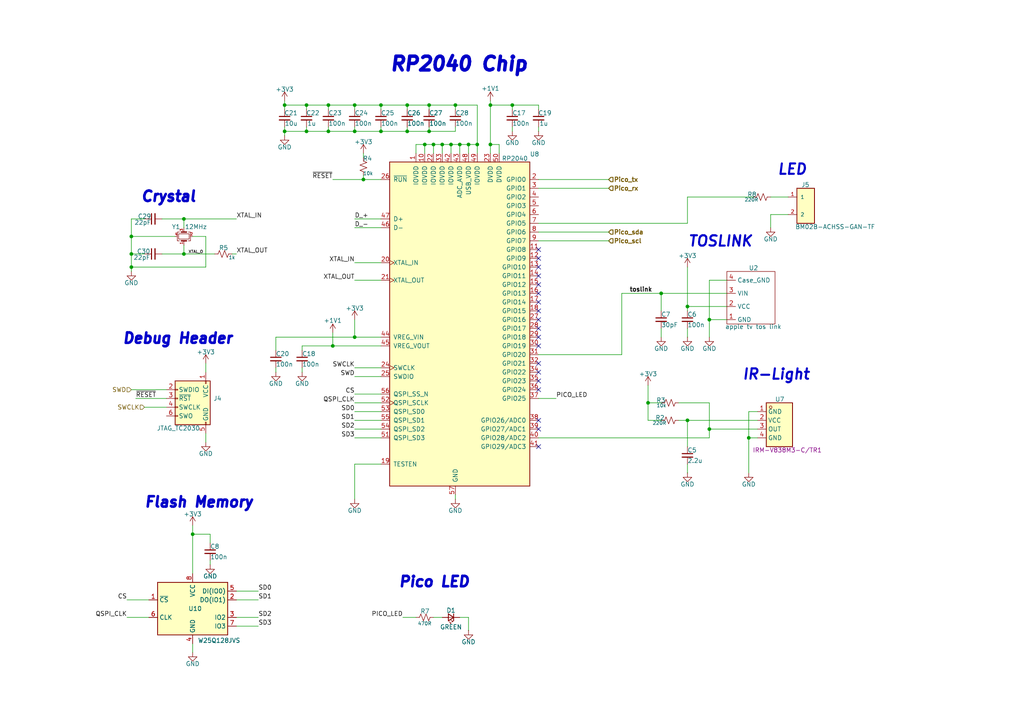
<source format=kicad_sch>
(kicad_sch
	(version 20231120)
	(generator "eeschema")
	(generator_version "8.0")
	(uuid "2f7ec77d-1041-4224-b739-dd2cb822099e")
	(paper "A4")
	(lib_symbols
		(symbol "BM02B-ACHSS-GAN-TF:BM02B-ACHSS-GAN-TF"
			(pin_names
				(offset 1.016)
			)
			(exclude_from_sim no)
			(in_bom yes)
			(on_board yes)
			(property "Reference" "J"
				(at -2.5415 5.5913 0)
				(effects
					(font
						(size 1.27 1.27)
					)
					(justify left bottom)
				)
			)
			(property "Value" "BM02B-ACHSS-GAN-TF"
				(at -2.5426 -7.6277 0)
				(effects
					(font
						(size 1.27 1.27)
					)
					(justify left bottom)
				)
			)
			(property "Footprint" "greencharge-footprints:BM02BSRSSTBLFSN"
				(at 0 0 0)
				(effects
					(font
						(size 1.27 1.27)
					)
					(justify bottom)
					(hide yes)
				)
			)
			(property "Datasheet" ""
				(at 0 0 0)
				(effects
					(font
						(size 1.27 1.27)
					)
					(hide yes)
				)
			)
			(property "Description" ""
				(at 0 0 0)
				(effects
					(font
						(size 1.27 1.27)
					)
					(hide yes)
				)
			)
			(property "MANUFACTURER" "JST"
				(at 0 0 0)
				(effects
					(font
						(size 1.27 1.27)
					)
					(justify bottom)
					(hide yes)
				)
			)
			(symbol "BM02B-ACHSS-GAN-TF_0_0"
				(rectangle
					(start -2.54 -5.08)
					(end 2.54 5.08)
					(stroke
						(width 0.254)
						(type default)
					)
					(fill
						(type background)
					)
				)
				(pin passive line
					(at -5.08 2.54 0)
					(length 2.54)
					(name "1"
						(effects
							(font
								(size 1.016 1.016)
							)
						)
					)
					(number "1"
						(effects
							(font
								(size 1.016 1.016)
							)
						)
					)
				)
				(pin passive line
					(at -5.08 -2.54 0)
					(length 2.54)
					(name "2"
						(effects
							(font
								(size 1.016 1.016)
							)
						)
					)
					(number "2"
						(effects
							(font
								(size 1.016 1.016)
							)
						)
					)
				)
			)
		)
		(symbol "Device:C_Small"
			(pin_numbers hide)
			(pin_names
				(offset 0.254) hide)
			(exclude_from_sim no)
			(in_bom yes)
			(on_board yes)
			(property "Reference" "C"
				(at 0.254 1.778 0)
				(effects
					(font
						(size 1.27 1.27)
					)
					(justify left)
				)
			)
			(property "Value" "C_Small"
				(at 0.254 -2.032 0)
				(effects
					(font
						(size 1.27 1.27)
					)
					(justify left)
				)
			)
			(property "Footprint" ""
				(at 0 0 0)
				(effects
					(font
						(size 1.27 1.27)
					)
					(hide yes)
				)
			)
			(property "Datasheet" "~"
				(at 0 0 0)
				(effects
					(font
						(size 1.27 1.27)
					)
					(hide yes)
				)
			)
			(property "Description" "Unpolarized capacitor, small symbol"
				(at 0 0 0)
				(effects
					(font
						(size 1.27 1.27)
					)
					(hide yes)
				)
			)
			(property "ki_keywords" "capacitor cap"
				(at 0 0 0)
				(effects
					(font
						(size 1.27 1.27)
					)
					(hide yes)
				)
			)
			(property "ki_fp_filters" "C_*"
				(at 0 0 0)
				(effects
					(font
						(size 1.27 1.27)
					)
					(hide yes)
				)
			)
			(symbol "C_Small_0_1"
				(polyline
					(pts
						(xy -1.524 -0.508) (xy 1.524 -0.508)
					)
					(stroke
						(width 0.3302)
						(type default)
					)
					(fill
						(type none)
					)
				)
				(polyline
					(pts
						(xy -1.524 0.508) (xy 1.524 0.508)
					)
					(stroke
						(width 0.3048)
						(type default)
					)
					(fill
						(type none)
					)
				)
			)
			(symbol "C_Small_1_1"
				(pin passive line
					(at 0 2.54 270)
					(length 2.032)
					(name "~"
						(effects
							(font
								(size 1.27 1.27)
							)
						)
					)
					(number "1"
						(effects
							(font
								(size 1.27 1.27)
							)
						)
					)
				)
				(pin passive line
					(at 0 -2.54 90)
					(length 2.032)
					(name "~"
						(effects
							(font
								(size 1.27 1.27)
							)
						)
					)
					(number "2"
						(effects
							(font
								(size 1.27 1.27)
							)
						)
					)
				)
			)
		)
		(symbol "Device:Crystal_GND24_Small"
			(pin_names
				(offset 1.016) hide)
			(exclude_from_sim no)
			(in_bom yes)
			(on_board yes)
			(property "Reference" "Y"
				(at 1.27 4.445 0)
				(effects
					(font
						(size 1.27 1.27)
					)
					(justify left)
				)
			)
			(property "Value" "Crystal_GND24_Small"
				(at 1.27 2.54 0)
				(effects
					(font
						(size 1.27 1.27)
					)
					(justify left)
				)
			)
			(property "Footprint" ""
				(at 0 0 0)
				(effects
					(font
						(size 1.27 1.27)
					)
					(hide yes)
				)
			)
			(property "Datasheet" "~"
				(at 0 0 0)
				(effects
					(font
						(size 1.27 1.27)
					)
					(hide yes)
				)
			)
			(property "Description" "Four pin crystal, GND on pins 2 and 4, small symbol"
				(at 0 0 0)
				(effects
					(font
						(size 1.27 1.27)
					)
					(hide yes)
				)
			)
			(property "ki_keywords" "quartz ceramic resonator oscillator"
				(at 0 0 0)
				(effects
					(font
						(size 1.27 1.27)
					)
					(hide yes)
				)
			)
			(property "ki_fp_filters" "Crystal*"
				(at 0 0 0)
				(effects
					(font
						(size 1.27 1.27)
					)
					(hide yes)
				)
			)
			(symbol "Crystal_GND24_Small_0_1"
				(rectangle
					(start -0.762 -1.524)
					(end 0.762 1.524)
					(stroke
						(width 0)
						(type default)
					)
					(fill
						(type none)
					)
				)
				(polyline
					(pts
						(xy -1.27 -0.762) (xy -1.27 0.762)
					)
					(stroke
						(width 0.381)
						(type default)
					)
					(fill
						(type none)
					)
				)
				(polyline
					(pts
						(xy 1.27 -0.762) (xy 1.27 0.762)
					)
					(stroke
						(width 0.381)
						(type default)
					)
					(fill
						(type none)
					)
				)
				(polyline
					(pts
						(xy -1.27 -1.27) (xy -1.27 -1.905) (xy 1.27 -1.905) (xy 1.27 -1.27)
					)
					(stroke
						(width 0)
						(type default)
					)
					(fill
						(type none)
					)
				)
				(polyline
					(pts
						(xy -1.27 1.27) (xy -1.27 1.905) (xy 1.27 1.905) (xy 1.27 1.27)
					)
					(stroke
						(width 0)
						(type default)
					)
					(fill
						(type none)
					)
				)
			)
			(symbol "Crystal_GND24_Small_1_1"
				(pin passive line
					(at -2.54 0 0)
					(length 1.27)
					(name "1"
						(effects
							(font
								(size 1.27 1.27)
							)
						)
					)
					(number "1"
						(effects
							(font
								(size 0.762 0.762)
							)
						)
					)
				)
				(pin passive line
					(at 0 -2.54 90)
					(length 0.635)
					(name "2"
						(effects
							(font
								(size 1.27 1.27)
							)
						)
					)
					(number "2"
						(effects
							(font
								(size 0.762 0.762)
							)
						)
					)
				)
				(pin passive line
					(at 2.54 0 180)
					(length 1.27)
					(name "3"
						(effects
							(font
								(size 1.27 1.27)
							)
						)
					)
					(number "3"
						(effects
							(font
								(size 0.762 0.762)
							)
						)
					)
				)
				(pin passive line
					(at 0 2.54 270)
					(length 0.635)
					(name "4"
						(effects
							(font
								(size 1.27 1.27)
							)
						)
					)
					(number "4"
						(effects
							(font
								(size 0.762 0.762)
							)
						)
					)
				)
			)
		)
		(symbol "Device:LED_Small"
			(pin_numbers hide)
			(pin_names
				(offset 0.254) hide)
			(exclude_from_sim no)
			(in_bom yes)
			(on_board yes)
			(property "Reference" "D"
				(at -1.27 3.175 0)
				(effects
					(font
						(size 1.27 1.27)
					)
					(justify left)
				)
			)
			(property "Value" "LED_Small"
				(at -4.445 -2.54 0)
				(effects
					(font
						(size 1.27 1.27)
					)
					(justify left)
				)
			)
			(property "Footprint" ""
				(at 0 0 90)
				(effects
					(font
						(size 1.27 1.27)
					)
					(hide yes)
				)
			)
			(property "Datasheet" "~"
				(at 0 0 90)
				(effects
					(font
						(size 1.27 1.27)
					)
					(hide yes)
				)
			)
			(property "Description" "Light emitting diode, small symbol"
				(at 0 0 0)
				(effects
					(font
						(size 1.27 1.27)
					)
					(hide yes)
				)
			)
			(property "ki_keywords" "LED diode light-emitting-diode"
				(at 0 0 0)
				(effects
					(font
						(size 1.27 1.27)
					)
					(hide yes)
				)
			)
			(property "ki_fp_filters" "LED* LED_SMD:* LED_THT:*"
				(at 0 0 0)
				(effects
					(font
						(size 1.27 1.27)
					)
					(hide yes)
				)
			)
			(symbol "LED_Small_0_1"
				(polyline
					(pts
						(xy -0.762 -1.016) (xy -0.762 1.016)
					)
					(stroke
						(width 0.254)
						(type default)
					)
					(fill
						(type none)
					)
				)
				(polyline
					(pts
						(xy 1.016 0) (xy -0.762 0)
					)
					(stroke
						(width 0)
						(type default)
					)
					(fill
						(type none)
					)
				)
				(polyline
					(pts
						(xy 0.762 -1.016) (xy -0.762 0) (xy 0.762 1.016) (xy 0.762 -1.016)
					)
					(stroke
						(width 0.254)
						(type default)
					)
					(fill
						(type none)
					)
				)
				(polyline
					(pts
						(xy 0 0.762) (xy -0.508 1.27) (xy -0.254 1.27) (xy -0.508 1.27) (xy -0.508 1.016)
					)
					(stroke
						(width 0)
						(type default)
					)
					(fill
						(type none)
					)
				)
				(polyline
					(pts
						(xy 0.508 1.27) (xy 0 1.778) (xy 0.254 1.778) (xy 0 1.778) (xy 0 1.524)
					)
					(stroke
						(width 0)
						(type default)
					)
					(fill
						(type none)
					)
				)
			)
			(symbol "LED_Small_1_1"
				(pin passive line
					(at -2.54 0 0)
					(length 1.778)
					(name "K"
						(effects
							(font
								(size 1.27 1.27)
							)
						)
					)
					(number "1"
						(effects
							(font
								(size 1.27 1.27)
							)
						)
					)
				)
				(pin passive line
					(at 2.54 0 180)
					(length 1.778)
					(name "A"
						(effects
							(font
								(size 1.27 1.27)
							)
						)
					)
					(number "2"
						(effects
							(font
								(size 1.27 1.27)
							)
						)
					)
				)
			)
		)
		(symbol "Device:R_Small_US"
			(pin_numbers hide)
			(pin_names
				(offset 0.254) hide)
			(exclude_from_sim no)
			(in_bom yes)
			(on_board yes)
			(property "Reference" "R"
				(at 0.762 0.508 0)
				(effects
					(font
						(size 1.27 1.27)
					)
					(justify left)
				)
			)
			(property "Value" "R_Small_US"
				(at 0.762 -1.016 0)
				(effects
					(font
						(size 1.27 1.27)
					)
					(justify left)
				)
			)
			(property "Footprint" ""
				(at 0 0 0)
				(effects
					(font
						(size 1.27 1.27)
					)
					(hide yes)
				)
			)
			(property "Datasheet" "~"
				(at 0 0 0)
				(effects
					(font
						(size 1.27 1.27)
					)
					(hide yes)
				)
			)
			(property "Description" "Resistor, small US symbol"
				(at 0 0 0)
				(effects
					(font
						(size 1.27 1.27)
					)
					(hide yes)
				)
			)
			(property "ki_keywords" "r resistor"
				(at 0 0 0)
				(effects
					(font
						(size 1.27 1.27)
					)
					(hide yes)
				)
			)
			(property "ki_fp_filters" "R_*"
				(at 0 0 0)
				(effects
					(font
						(size 1.27 1.27)
					)
					(hide yes)
				)
			)
			(symbol "R_Small_US_1_1"
				(polyline
					(pts
						(xy 0 0) (xy 1.016 -0.381) (xy 0 -0.762) (xy -1.016 -1.143) (xy 0 -1.524)
					)
					(stroke
						(width 0)
						(type default)
					)
					(fill
						(type none)
					)
				)
				(polyline
					(pts
						(xy 0 1.524) (xy 1.016 1.143) (xy 0 0.762) (xy -1.016 0.381) (xy 0 0)
					)
					(stroke
						(width 0)
						(type default)
					)
					(fill
						(type none)
					)
				)
				(pin passive line
					(at 0 2.54 270)
					(length 1.016)
					(name "~"
						(effects
							(font
								(size 1.27 1.27)
							)
						)
					)
					(number "1"
						(effects
							(font
								(size 1.27 1.27)
							)
						)
					)
				)
				(pin passive line
					(at 0 -2.54 90)
					(length 1.016)
					(name "~"
						(effects
							(font
								(size 1.27 1.27)
							)
						)
					)
					(number "2"
						(effects
							(font
								(size 1.27 1.27)
							)
						)
					)
				)
			)
		)
		(symbol "Memory_Flash:W25Q128JVS"
			(exclude_from_sim no)
			(in_bom yes)
			(on_board yes)
			(property "Reference" "U"
				(at -8.89 8.89 0)
				(effects
					(font
						(size 1.27 1.27)
					)
				)
			)
			(property "Value" "W25Q128JVS"
				(at 7.62 8.89 0)
				(effects
					(font
						(size 1.27 1.27)
					)
				)
			)
			(property "Footprint" "Package_SO:SOIC-8_5.23x5.23mm_P1.27mm"
				(at 0 0 0)
				(effects
					(font
						(size 1.27 1.27)
					)
					(hide yes)
				)
			)
			(property "Datasheet" "http://www.winbond.com/resource-files/w25q128jv_dtr%20revc%2003272018%20plus.pdf"
				(at 0 0 0)
				(effects
					(font
						(size 1.27 1.27)
					)
					(hide yes)
				)
			)
			(property "Description" "128Mb Serial Flash Memory, Standard/Dual/Quad SPI, SOIC-8"
				(at 0 0 0)
				(effects
					(font
						(size 1.27 1.27)
					)
					(hide yes)
				)
			)
			(property "ki_keywords" "flash memory SPI QPI DTR"
				(at 0 0 0)
				(effects
					(font
						(size 1.27 1.27)
					)
					(hide yes)
				)
			)
			(property "ki_fp_filters" "SOIC*5.23x5.23mm*P1.27mm*"
				(at 0 0 0)
				(effects
					(font
						(size 1.27 1.27)
					)
					(hide yes)
				)
			)
			(symbol "W25Q128JVS_0_1"
				(rectangle
					(start -10.16 7.62)
					(end 10.16 -7.62)
					(stroke
						(width 0.254)
						(type default)
					)
					(fill
						(type background)
					)
				)
			)
			(symbol "W25Q128JVS_1_1"
				(pin input line
					(at -12.7 2.54 0)
					(length 2.54)
					(name "~{CS}"
						(effects
							(font
								(size 1.27 1.27)
							)
						)
					)
					(number "1"
						(effects
							(font
								(size 1.27 1.27)
							)
						)
					)
				)
				(pin bidirectional line
					(at 12.7 2.54 180)
					(length 2.54)
					(name "DO(IO1)"
						(effects
							(font
								(size 1.27 1.27)
							)
						)
					)
					(number "2"
						(effects
							(font
								(size 1.27 1.27)
							)
						)
					)
				)
				(pin bidirectional line
					(at 12.7 -2.54 180)
					(length 2.54)
					(name "IO2"
						(effects
							(font
								(size 1.27 1.27)
							)
						)
					)
					(number "3"
						(effects
							(font
								(size 1.27 1.27)
							)
						)
					)
				)
				(pin power_in line
					(at 0 -10.16 90)
					(length 2.54)
					(name "GND"
						(effects
							(font
								(size 1.27 1.27)
							)
						)
					)
					(number "4"
						(effects
							(font
								(size 1.27 1.27)
							)
						)
					)
				)
				(pin bidirectional line
					(at 12.7 5.08 180)
					(length 2.54)
					(name "DI(IO0)"
						(effects
							(font
								(size 1.27 1.27)
							)
						)
					)
					(number "5"
						(effects
							(font
								(size 1.27 1.27)
							)
						)
					)
				)
				(pin input line
					(at -12.7 -2.54 0)
					(length 2.54)
					(name "CLK"
						(effects
							(font
								(size 1.27 1.27)
							)
						)
					)
					(number "6"
						(effects
							(font
								(size 1.27 1.27)
							)
						)
					)
				)
				(pin bidirectional line
					(at 12.7 -5.08 180)
					(length 2.54)
					(name "IO3"
						(effects
							(font
								(size 1.27 1.27)
							)
						)
					)
					(number "7"
						(effects
							(font
								(size 1.27 1.27)
							)
						)
					)
				)
				(pin power_in line
					(at 0 10.16 270)
					(length 2.54)
					(name "VCC"
						(effects
							(font
								(size 1.27 1.27)
							)
						)
					)
					(number "8"
						(effects
							(font
								(size 1.27 1.27)
							)
						)
					)
				)
			)
		)
		(symbol "Mylib:IRM-V838M3-C/TR1"
			(exclude_from_sim no)
			(in_bom yes)
			(on_board yes)
			(property "Reference" "U"
				(at 0 7.112 0)
				(effects
					(font
						(size 1.27 1.27)
					)
				)
			)
			(property "Value" ""
				(at 0 0 0)
				(effects
					(font
						(size 1.27 1.27)
					)
				)
			)
			(property "Footprint" "ProLibrary_pcs_2024-07-28:OPTO-SMD_IRM-V838M3-C-TR1"
				(at 0.508 -9.398 0)
				(effects
					(font
						(size 1.27 1.27)
					)
					(hide yes)
				)
			)
			(property "Datasheet" "https://atta.szlcsc.com/upload/public/pdf/source/20220701/F9BEE807C545A93DDFC61CA88052E198.pdf"
				(at 0.508 -9.398 0)
				(effects
					(font
						(size 1.27 1.27)
					)
					(hide yes)
				)
			)
			(property "Description" ""
				(at 0 0 0)
				(effects
					(font
						(size 1.27 1.27)
					)
					(hide yes)
				)
			)
			(property "Manufacturer Part" "IRM-V838M3-C/TR1"
				(at 2.54 -9.906 0)
				(effects
					(font
						(size 1.27 1.27)
					)
					(hide yes)
				)
			)
			(property "Manufacturer" "EVERLIGHT(亿光)"
				(at 2.54 -9.906 0)
				(effects
					(font
						(size 1.27 1.27)
					)
					(hide yes)
				)
			)
			(property "Supplier Part" "C3291489"
				(at -0.254 -9.652 0)
				(effects
					(font
						(size 1.27 1.27)
					)
					(hide yes)
				)
			)
			(property "Supplier" "LCSC"
				(at 0.254 -9.652 0)
				(effects
					(font
						(size 1.27 1.27)
					)
					(hide yes)
				)
			)
			(property "LCSC Part Name" "IRM-V838M3-C/TR1"
				(at 2.54 -9.906 0)
				(effects
					(font
						(size 1.27 1.27)
					)
					(hide yes)
				)
			)
			(symbol "IRM-V838M3-C/TR1_1_0"
				(rectangle
					(start -3.81 6.35)
					(end 3.81 -6.35)
					(stroke
						(width 0.254)
						(type default)
					)
					(fill
						(type background)
					)
				)
				(circle
					(center -2.54 5.08)
					(radius 0.381)
					(stroke
						(width 0)
						(type default)
					)
					(fill
						(type none)
					)
				)
				(pin unspecified line
					(at -6.35 3.81 0)
					(length 2.54)
					(name "GND"
						(effects
							(font
								(size 1.27 1.27)
							)
						)
					)
					(number "1"
						(effects
							(font
								(size 1.27 1.27)
							)
						)
					)
				)
				(pin unspecified line
					(at -6.35 1.27 0)
					(length 2.54)
					(name "VCC"
						(effects
							(font
								(size 1.27 1.27)
							)
						)
					)
					(number "2"
						(effects
							(font
								(size 1.27 1.27)
							)
						)
					)
				)
				(pin unspecified line
					(at -6.35 -1.27 0)
					(length 2.54)
					(name "OUT"
						(effects
							(font
								(size 1.27 1.27)
							)
						)
					)
					(number "3"
						(effects
							(font
								(size 1.27 1.27)
							)
						)
					)
				)
				(pin unspecified line
					(at -6.35 -3.81 0)
					(length 2.54)
					(name "GND"
						(effects
							(font
								(size 1.27 1.27)
							)
						)
					)
					(number "4"
						(effects
							(font
								(size 1.27 1.27)
							)
						)
					)
				)
			)
		)
		(symbol "Sleep-lib:RP2040"
			(pin_names
				(offset 1.016)
			)
			(exclude_from_sim no)
			(in_bom yes)
			(on_board yes)
			(property "Reference" "U8"
				(at 9.652 51.054 0)
				(effects
					(font
						(size 1.27 1.27)
					)
					(justify left)
				)
			)
			(property "Value" "RP2040"
				(at 9.652 49.276 0)
				(effects
					(font
						(size 1.27 1.27)
					)
					(justify left)
				)
			)
			(property "Footprint" "footprints:RP2040-QFN-56"
				(at -20.32 62.23 0)
				(effects
					(font
						(size 1.27 1.27)
					)
					(justify left bottom)
					(hide yes)
				)
			)
			(property "Datasheet" "https://datasheets.raspberrypi.com/rp2040/rp2040-datasheet.pdf"
				(at -20.32 62.23 0)
				(effects
					(font
						(size 1.27 1.27)
					)
					(justify left bottom)
					(hide yes)
				)
			)
			(property "Description" ""
				(at 0 0 0)
				(effects
					(font
						(size 1.27 1.27)
					)
					(hide yes)
				)
			)
			(property "LCSC" "C2040"
				(at -0.508 -47.244 0)
				(effects
					(font
						(size 1.27 1.27)
					)
					(hide yes)
				)
			)
			(property "ki_keywords" "raspberry pi 2040"
				(at 0 0 0)
				(effects
					(font
						(size 1.27 1.27)
					)
					(hide yes)
				)
			)
			(symbol "RP2040_0_0"
				(rectangle
					(start -22.86 48.26)
					(end 17.78 -45.72)
					(stroke
						(width 0.254)
						(type default)
					)
					(fill
						(type background)
					)
				)
			)
			(symbol "RP2040_1_1"
				(pin power_in line
					(at -15.24 50.8 270)
					(length 2.54)
					(name "IOVDD"
						(effects
							(font
								(size 1.27 1.27)
							)
						)
					)
					(number "1"
						(effects
							(font
								(size 1.27 1.27)
							)
						)
					)
				)
				(pin power_in line
					(at -12.7 50.8 270)
					(length 2.54)
					(name "IOVDD"
						(effects
							(font
								(size 1.27 1.27)
							)
						)
					)
					(number "10"
						(effects
							(font
								(size 1.27 1.27)
							)
						)
					)
				)
				(pin input line
					(at 20.32 22.86 180)
					(length 2.54)
					(name "GPIO8"
						(effects
							(font
								(size 1.27 1.27)
							)
						)
					)
					(number "11"
						(effects
							(font
								(size 1.27 1.27)
							)
						)
					)
				)
				(pin input line
					(at 20.32 20.32 180)
					(length 2.54)
					(name "GPIO9"
						(effects
							(font
								(size 1.27 1.27)
							)
						)
					)
					(number "12"
						(effects
							(font
								(size 1.27 1.27)
							)
						)
					)
				)
				(pin input line
					(at 20.32 17.78 180)
					(length 2.54)
					(name "GPIO10"
						(effects
							(font
								(size 1.27 1.27)
							)
						)
					)
					(number "13"
						(effects
							(font
								(size 1.27 1.27)
							)
						)
					)
				)
				(pin input line
					(at 20.32 15.24 180)
					(length 2.54)
					(name "GPIO11"
						(effects
							(font
								(size 1.27 1.27)
							)
						)
					)
					(number "14"
						(effects
							(font
								(size 1.27 1.27)
							)
						)
					)
				)
				(pin input line
					(at 20.32 12.7 180)
					(length 2.54)
					(name "GPIO12"
						(effects
							(font
								(size 1.27 1.27)
							)
						)
					)
					(number "15"
						(effects
							(font
								(size 1.27 1.27)
							)
						)
					)
				)
				(pin input line
					(at 20.32 10.16 180)
					(length 2.54)
					(name "GPIO13"
						(effects
							(font
								(size 1.27 1.27)
							)
						)
					)
					(number "16"
						(effects
							(font
								(size 1.27 1.27)
							)
						)
					)
				)
				(pin input line
					(at 20.32 7.62 180)
					(length 2.54)
					(name "GPIO14"
						(effects
							(font
								(size 1.27 1.27)
							)
						)
					)
					(number "17"
						(effects
							(font
								(size 1.27 1.27)
							)
						)
					)
				)
				(pin input line
					(at 20.32 5.08 180)
					(length 2.54)
					(name "GPIO15"
						(effects
							(font
								(size 1.27 1.27)
							)
						)
					)
					(number "18"
						(effects
							(font
								(size 1.27 1.27)
							)
						)
					)
				)
				(pin input line
					(at -25.4 -39.37 0)
					(length 2.54)
					(name "TESTEN"
						(effects
							(font
								(size 1.27 1.27)
							)
						)
					)
					(number "19"
						(effects
							(font
								(size 1.27 1.27)
							)
						)
					)
				)
				(pin input line
					(at 20.32 43.18 180)
					(length 2.54)
					(name "GPIO0"
						(effects
							(font
								(size 1.27 1.27)
							)
						)
					)
					(number "2"
						(effects
							(font
								(size 1.27 1.27)
							)
						)
					)
				)
				(pin input clock
					(at -25.4 19.05 0)
					(length 2.54)
					(name "XTAL_IN"
						(effects
							(font
								(size 1.27 1.27)
							)
						)
					)
					(number "20"
						(effects
							(font
								(size 1.27 1.27)
							)
						)
					)
				)
				(pin input clock
					(at -25.4 13.97 0)
					(length 2.54)
					(name "XTAL_OUT"
						(effects
							(font
								(size 1.27 1.27)
							)
						)
					)
					(number "21"
						(effects
							(font
								(size 1.27 1.27)
							)
						)
					)
				)
				(pin power_in line
					(at -10.16 50.8 270)
					(length 2.54)
					(name "IOVDD"
						(effects
							(font
								(size 1.27 1.27)
							)
						)
					)
					(number "22"
						(effects
							(font
								(size 1.27 1.27)
							)
						)
					)
				)
				(pin power_in line
					(at 6.35 50.8 270)
					(length 2.54)
					(name "DVDD"
						(effects
							(font
								(size 1.27 1.27)
							)
						)
					)
					(number "23"
						(effects
							(font
								(size 1.27 1.27)
							)
						)
					)
				)
				(pin input clock
					(at -25.4 -11.43 0)
					(length 2.54)
					(name "SWCLK"
						(effects
							(font
								(size 1.27 1.27)
							)
						)
					)
					(number "24"
						(effects
							(font
								(size 1.27 1.27)
							)
						)
					)
				)
				(pin bidirectional line
					(at -25.4 -13.97 0)
					(length 2.54)
					(name "SWDIO"
						(effects
							(font
								(size 1.27 1.27)
							)
						)
					)
					(number "25"
						(effects
							(font
								(size 1.27 1.27)
							)
						)
					)
				)
				(pin input line
					(at -25.4 43.18 0)
					(length 2.54)
					(name "~{RUN}"
						(effects
							(font
								(size 1.27 1.27)
							)
						)
					)
					(number "26"
						(effects
							(font
								(size 1.27 1.27)
							)
						)
					)
				)
				(pin input line
					(at 20.32 2.54 180)
					(length 2.54)
					(name "GPIO16"
						(effects
							(font
								(size 1.27 1.27)
							)
						)
					)
					(number "27"
						(effects
							(font
								(size 1.27 1.27)
							)
						)
					)
				)
				(pin input line
					(at 20.32 0 180)
					(length 2.54)
					(name "GPIO17"
						(effects
							(font
								(size 1.27 1.27)
							)
						)
					)
					(number "28"
						(effects
							(font
								(size 1.27 1.27)
							)
						)
					)
				)
				(pin input line
					(at 20.32 -2.54 180)
					(length 2.54)
					(name "GPIO18"
						(effects
							(font
								(size 1.27 1.27)
							)
						)
					)
					(number "29"
						(effects
							(font
								(size 1.27 1.27)
							)
						)
					)
				)
				(pin input line
					(at 20.32 40.64 180)
					(length 2.54)
					(name "GPIO1"
						(effects
							(font
								(size 1.27 1.27)
							)
						)
					)
					(number "3"
						(effects
							(font
								(size 1.27 1.27)
							)
						)
					)
				)
				(pin input line
					(at 20.32 -5.08 180)
					(length 2.54)
					(name "GPIO19"
						(effects
							(font
								(size 1.27 1.27)
							)
						)
					)
					(number "30"
						(effects
							(font
								(size 1.27 1.27)
							)
						)
					)
				)
				(pin input line
					(at 20.32 -7.62 180)
					(length 2.54)
					(name "GPIO20"
						(effects
							(font
								(size 1.27 1.27)
							)
						)
					)
					(number "31"
						(effects
							(font
								(size 1.27 1.27)
							)
						)
					)
				)
				(pin input line
					(at 20.32 -10.16 180)
					(length 2.54)
					(name "GPIO21"
						(effects
							(font
								(size 1.27 1.27)
							)
						)
					)
					(number "32"
						(effects
							(font
								(size 1.27 1.27)
							)
						)
					)
				)
				(pin power_in line
					(at -7.62 50.8 270)
					(length 2.54)
					(name "IOVDD"
						(effects
							(font
								(size 1.27 1.27)
							)
						)
					)
					(number "33"
						(effects
							(font
								(size 1.27 1.27)
							)
						)
					)
				)
				(pin input line
					(at 20.32 -12.7 180)
					(length 2.54)
					(name "GPIO22"
						(effects
							(font
								(size 1.27 1.27)
							)
						)
					)
					(number "34"
						(effects
							(font
								(size 1.27 1.27)
							)
						)
					)
				)
				(pin input line
					(at 20.32 -15.24 180)
					(length 2.54)
					(name "GPIO23"
						(effects
							(font
								(size 1.27 1.27)
							)
						)
					)
					(number "35"
						(effects
							(font
								(size 1.27 1.27)
							)
						)
					)
				)
				(pin input line
					(at 20.32 -17.78 180)
					(length 2.54)
					(name "GPIO24"
						(effects
							(font
								(size 1.27 1.27)
							)
						)
					)
					(number "36"
						(effects
							(font
								(size 1.27 1.27)
							)
						)
					)
				)
				(pin input line
					(at 20.32 -20.32 180)
					(length 2.54)
					(name "GPIO25"
						(effects
							(font
								(size 1.27 1.27)
							)
						)
					)
					(number "37"
						(effects
							(font
								(size 1.27 1.27)
							)
						)
					)
				)
				(pin input line
					(at 20.32 -26.67 180)
					(length 2.54)
					(name "GPIO26/ADC0"
						(effects
							(font
								(size 1.27 1.27)
							)
						)
					)
					(number "38"
						(effects
							(font
								(size 1.27 1.27)
							)
						)
					)
				)
				(pin input line
					(at 20.32 -29.21 180)
					(length 2.54)
					(name "GPIO27/ADC1"
						(effects
							(font
								(size 1.27 1.27)
							)
						)
					)
					(number "39"
						(effects
							(font
								(size 1.27 1.27)
							)
						)
					)
				)
				(pin input line
					(at 20.32 38.1 180)
					(length 2.54)
					(name "GPIO2"
						(effects
							(font
								(size 1.27 1.27)
							)
						)
					)
					(number "4"
						(effects
							(font
								(size 1.27 1.27)
							)
						)
					)
				)
				(pin input line
					(at 20.32 -31.75 180)
					(length 2.54)
					(name "GPIO28/ADC2"
						(effects
							(font
								(size 1.27 1.27)
							)
						)
					)
					(number "40"
						(effects
							(font
								(size 1.27 1.27)
							)
						)
					)
				)
				(pin input line
					(at 20.32 -34.29 180)
					(length 2.54)
					(name "GPIO29/ADC3"
						(effects
							(font
								(size 1.27 1.27)
							)
						)
					)
					(number "41"
						(effects
							(font
								(size 1.27 1.27)
							)
						)
					)
				)
				(pin power_in line
					(at -5.08 50.8 270)
					(length 2.54)
					(name "IOVDD"
						(effects
							(font
								(size 1.27 1.27)
							)
						)
					)
					(number "42"
						(effects
							(font
								(size 1.27 1.27)
							)
						)
					)
				)
				(pin power_in line
					(at -2.54 50.8 270)
					(length 2.54)
					(name "ADC_AVDD"
						(effects
							(font
								(size 1.27 1.27)
							)
						)
					)
					(number "43"
						(effects
							(font
								(size 1.27 1.27)
							)
						)
					)
				)
				(pin power_in line
					(at -25.4 -2.54 0)
					(length 2.54)
					(name "VREG_VIN"
						(effects
							(font
								(size 1.27 1.27)
							)
						)
					)
					(number "44"
						(effects
							(font
								(size 1.27 1.27)
							)
						)
					)
				)
				(pin power_out line
					(at -25.4 -5.08 0)
					(length 2.54)
					(name "VREG_VOUT"
						(effects
							(font
								(size 1.27 1.27)
							)
						)
					)
					(number "45"
						(effects
							(font
								(size 1.27 1.27)
							)
						)
					)
				)
				(pin bidirectional line
					(at -25.4 29.21 0)
					(length 2.54)
					(name "D-"
						(effects
							(font
								(size 1.27 1.27)
							)
						)
					)
					(number "46"
						(effects
							(font
								(size 1.27 1.27)
							)
						)
					)
				)
				(pin bidirectional line
					(at -25.4 31.75 0)
					(length 2.54)
					(name "D+"
						(effects
							(font
								(size 1.27 1.27)
							)
						)
					)
					(number "47"
						(effects
							(font
								(size 1.27 1.27)
							)
						)
					)
				)
				(pin power_in line
					(at 0 50.8 270)
					(length 2.54)
					(name "USB_VDD"
						(effects
							(font
								(size 1.27 1.27)
							)
						)
					)
					(number "48"
						(effects
							(font
								(size 1.27 1.27)
							)
						)
					)
				)
				(pin power_in line
					(at 2.54 50.8 270)
					(length 2.54)
					(name "IOVDD"
						(effects
							(font
								(size 1.27 1.27)
							)
						)
					)
					(number "49"
						(effects
							(font
								(size 1.27 1.27)
							)
						)
					)
				)
				(pin input line
					(at 20.32 35.56 180)
					(length 2.54)
					(name "GPIO3"
						(effects
							(font
								(size 1.27 1.27)
							)
						)
					)
					(number "5"
						(effects
							(font
								(size 1.27 1.27)
							)
						)
					)
				)
				(pin power_in line
					(at 8.89 50.8 270)
					(length 2.54)
					(name "DVDD"
						(effects
							(font
								(size 1.27 1.27)
							)
						)
					)
					(number "50"
						(effects
							(font
								(size 1.27 1.27)
							)
						)
					)
				)
				(pin bidirectional line
					(at -25.4 -31.75 0)
					(length 2.54)
					(name "QSPI_SD3"
						(effects
							(font
								(size 1.27 1.27)
							)
						)
					)
					(number "51"
						(effects
							(font
								(size 1.27 1.27)
							)
						)
					)
				)
				(pin input clock
					(at -25.4 -21.59 0)
					(length 2.54)
					(name "QSPI_SCLK"
						(effects
							(font
								(size 1.27 1.27)
							)
						)
					)
					(number "52"
						(effects
							(font
								(size 1.27 1.27)
							)
						)
					)
				)
				(pin bidirectional line
					(at -25.4 -24.13 0)
					(length 2.54)
					(name "QSPI_SD0"
						(effects
							(font
								(size 1.27 1.27)
							)
						)
					)
					(number "53"
						(effects
							(font
								(size 1.27 1.27)
							)
						)
					)
				)
				(pin bidirectional line
					(at -25.4 -29.21 0)
					(length 2.54)
					(name "QSPI_SD2"
						(effects
							(font
								(size 1.27 1.27)
							)
						)
					)
					(number "54"
						(effects
							(font
								(size 1.27 1.27)
							)
						)
					)
				)
				(pin bidirectional line
					(at -25.4 -26.67 0)
					(length 2.54)
					(name "QSPI_SD1"
						(effects
							(font
								(size 1.27 1.27)
							)
						)
					)
					(number "55"
						(effects
							(font
								(size 1.27 1.27)
							)
						)
					)
				)
				(pin bidirectional line
					(at -25.4 -19.05 0)
					(length 2.54)
					(name "QSPI_SS_N"
						(effects
							(font
								(size 1.27 1.27)
							)
						)
					)
					(number "56"
						(effects
							(font
								(size 1.27 1.27)
							)
						)
					)
				)
				(pin power_in line
					(at -3.81 -48.26 90)
					(length 2.54)
					(name "GND"
						(effects
							(font
								(size 1.27 1.27)
							)
						)
					)
					(number "57"
						(effects
							(font
								(size 1.27 1.27)
							)
						)
					)
				)
				(pin input line
					(at 20.32 33.02 180)
					(length 2.54)
					(name "GPIO4"
						(effects
							(font
								(size 1.27 1.27)
							)
						)
					)
					(number "6"
						(effects
							(font
								(size 1.27 1.27)
							)
						)
					)
				)
				(pin input line
					(at 20.32 30.48 180)
					(length 2.54)
					(name "GPIO5"
						(effects
							(font
								(size 1.27 1.27)
							)
						)
					)
					(number "7"
						(effects
							(font
								(size 1.27 1.27)
							)
						)
					)
				)
				(pin input line
					(at 20.32 27.94 180)
					(length 2.54)
					(name "GPIO6"
						(effects
							(font
								(size 1.27 1.27)
							)
						)
					)
					(number "8"
						(effects
							(font
								(size 1.27 1.27)
							)
						)
					)
				)
				(pin input line
					(at 20.32 25.4 180)
					(length 2.54)
					(name "GPIO7"
						(effects
							(font
								(size 1.27 1.27)
							)
						)
					)
					(number "9"
						(effects
							(font
								(size 1.27 1.27)
							)
						)
					)
				)
			)
		)
		(symbol "apple_tv_parts:apple_tv_tos_link"
			(exclude_from_sim no)
			(in_bom yes)
			(on_board yes)
			(property "Reference" "U"
				(at -4.826 8.636 0)
				(effects
					(font
						(size 1.27 1.27)
					)
				)
			)
			(property "Value" ""
				(at -5.08 0 0)
				(effects
					(font
						(size 1.27 1.27)
					)
				)
			)
			(property "Footprint" ""
				(at -5.08 0 0)
				(effects
					(font
						(size 1.27 1.27)
					)
					(hide yes)
				)
			)
			(property "Datasheet" ""
				(at -5.08 0 0)
				(effects
					(font
						(size 1.27 1.27)
					)
					(hide yes)
				)
			)
			(property "Description" ""
				(at -5.08 0 0)
				(effects
					(font
						(size 1.27 1.27)
					)
					(hide yes)
				)
			)
			(symbol "apple_tv_tos_link_0_1"
				(rectangle
					(start -7.62 6.35)
					(end 6.35 -8.89)
					(stroke
						(width 0)
						(type default)
					)
					(fill
						(type none)
					)
				)
			)
			(symbol "apple_tv_tos_link_1_1"
				(pin input line
					(at -7.62 -7.62 0)
					(length 2.54)
					(name "GND"
						(effects
							(font
								(size 1.27 1.27)
							)
						)
					)
					(number "1"
						(effects
							(font
								(size 1.27 1.27)
							)
						)
					)
				)
				(pin input line
					(at -7.62 -3.81 0)
					(length 2.54)
					(name "VCC"
						(effects
							(font
								(size 1.27 1.27)
							)
						)
					)
					(number "2"
						(effects
							(font
								(size 1.27 1.27)
							)
						)
					)
				)
				(pin input line
					(at -7.62 0 0)
					(length 2.54)
					(name "VIN"
						(effects
							(font
								(size 1.27 1.27)
							)
						)
					)
					(number "3"
						(effects
							(font
								(size 1.27 1.27)
							)
						)
					)
				)
				(pin input line
					(at -7.62 3.81 0)
					(length 2.54)
					(name "Case_GND"
						(effects
							(font
								(size 1.27 1.27)
							)
						)
					)
					(number "4"
						(effects
							(font
								(size 1.27 1.27)
							)
						)
					)
				)
			)
		)
		(symbol "marbastlib-various:JTAG_TC2030"
			(pin_names
				(offset 1.016)
			)
			(exclude_from_sim no)
			(in_bom yes)
			(on_board yes)
			(property "Reference" "J"
				(at -3.81 -6.35 0)
				(effects
					(font
						(size 1.27 1.27)
					)
					(justify left)
				)
			)
			(property "Value" "JTAG_TC2030"
				(at -10.16 8.89 0)
				(effects
					(font
						(size 1.27 1.27)
					)
					(justify left)
				)
			)
			(property "Footprint" "marbastlib-various:CON_TC2030_outlined"
				(at 10.16 1.27 90)
				(effects
					(font
						(size 1.27 1.27)
					)
					(hide yes)
				)
			)
			(property "Datasheet" " ~"
				(at -32.385 -13.97 0)
				(effects
					(font
						(size 1.27 1.27)
					)
					(hide yes)
				)
			)
			(property "Description" "6-pin TC2030 connector for JTAG programming"
				(at 0 0 0)
				(effects
					(font
						(size 1.27 1.27)
					)
					(hide yes)
				)
			)
			(property "ki_keywords" "JTAG ARM SWD connector tag connect tc 2030"
				(at 0 0 0)
				(effects
					(font
						(size 1.27 1.27)
					)
					(hide yes)
				)
			)
			(property "ki_fp_filters" "IDC?Header*2x03* Pin?Header*2x03*"
				(at 0 0 0)
				(effects
					(font
						(size 1.27 1.27)
					)
					(hide yes)
				)
			)
			(symbol "JTAG_TC2030_0_1"
				(rectangle
					(start -3.81 7.62)
					(end 6.35 -5.08)
					(stroke
						(width 0.254)
						(type default)
					)
					(fill
						(type background)
					)
				)
				(rectangle
					(start -3.048 -2.667)
					(end -3.81 -2.413)
					(stroke
						(width 0)
						(type default)
					)
					(fill
						(type none)
					)
				)
				(rectangle
					(start -3.048 -0.127)
					(end -3.81 0.127)
					(stroke
						(width 0)
						(type default)
					)
					(fill
						(type none)
					)
				)
				(rectangle
					(start -3.048 2.413)
					(end -3.81 2.667)
					(stroke
						(width 0)
						(type default)
					)
					(fill
						(type none)
					)
				)
				(rectangle
					(start -3.048 4.953)
					(end -3.81 5.207)
					(stroke
						(width 0)
						(type default)
					)
					(fill
						(type none)
					)
				)
				(rectangle
					(start 4.953 -5.08)
					(end 5.207 -4.318)
					(stroke
						(width 0)
						(type default)
					)
					(fill
						(type none)
					)
				)
				(rectangle
					(start 4.953 6.858)
					(end 5.207 7.62)
					(stroke
						(width 0)
						(type default)
					)
					(fill
						(type none)
					)
				)
			)
			(symbol "JTAG_TC2030_1_1"
				(pin passive line
					(at 5.08 10.16 270)
					(length 2.54)
					(name "VCC"
						(effects
							(font
								(size 1.27 1.27)
							)
						)
					)
					(number "1"
						(effects
							(font
								(size 1.27 1.27)
							)
						)
					)
				)
				(pin passive line
					(at -6.35 5.08 0)
					(length 2.54)
					(name "SWDIO"
						(effects
							(font
								(size 1.27 1.27)
							)
						)
					)
					(number "2"
						(effects
							(font
								(size 1.27 1.27)
							)
						)
					)
				)
				(pin passive line
					(at -6.35 2.54 0)
					(length 2.54)
					(name "~{RST}"
						(effects
							(font
								(size 1.27 1.27)
							)
						)
					)
					(number "3"
						(effects
							(font
								(size 1.27 1.27)
							)
						)
					)
				)
				(pin passive line
					(at -6.35 0 0)
					(length 2.54)
					(name "SWCLK"
						(effects
							(font
								(size 1.27 1.27)
							)
						)
					)
					(number "4"
						(effects
							(font
								(size 1.27 1.27)
							)
						)
					)
				)
				(pin passive line
					(at 5.08 -7.62 90)
					(length 2.54)
					(name "GND"
						(effects
							(font
								(size 1.27 1.27)
							)
						)
					)
					(number "5"
						(effects
							(font
								(size 1.27 1.27)
							)
						)
					)
				)
				(pin passive line
					(at -6.35 -2.54 0)
					(length 2.54)
					(name "SWO"
						(effects
							(font
								(size 1.27 1.27)
							)
						)
					)
					(number "6"
						(effects
							(font
								(size 1.27 1.27)
							)
						)
					)
				)
			)
		)
		(symbol "power:+1V1"
			(power)
			(pin_names
				(offset 0)
			)
			(exclude_from_sim no)
			(in_bom yes)
			(on_board yes)
			(property "Reference" "#PWR"
				(at 0 -3.81 0)
				(effects
					(font
						(size 1.27 1.27)
					)
					(hide yes)
				)
			)
			(property "Value" "+1V1"
				(at 0 3.556 0)
				(effects
					(font
						(size 1.27 1.27)
					)
				)
			)
			(property "Footprint" ""
				(at 0 0 0)
				(effects
					(font
						(size 1.27 1.27)
					)
					(hide yes)
				)
			)
			(property "Datasheet" ""
				(at 0 0 0)
				(effects
					(font
						(size 1.27 1.27)
					)
					(hide yes)
				)
			)
			(property "Description" "Power symbol creates a global label with name \"+1V1\""
				(at 0 0 0)
				(effects
					(font
						(size 1.27 1.27)
					)
					(hide yes)
				)
			)
			(property "ki_keywords" "power-flag"
				(at 0 0 0)
				(effects
					(font
						(size 1.27 1.27)
					)
					(hide yes)
				)
			)
			(symbol "+1V1_0_1"
				(polyline
					(pts
						(xy -0.762 1.27) (xy 0 2.54)
					)
					(stroke
						(width 0)
						(type default)
					)
					(fill
						(type none)
					)
				)
				(polyline
					(pts
						(xy 0 0) (xy 0 2.54)
					)
					(stroke
						(width 0)
						(type default)
					)
					(fill
						(type none)
					)
				)
				(polyline
					(pts
						(xy 0 2.54) (xy 0.762 1.27)
					)
					(stroke
						(width 0)
						(type default)
					)
					(fill
						(type none)
					)
				)
			)
			(symbol "+1V1_1_1"
				(pin power_in line
					(at 0 0 90)
					(length 0) hide
					(name "+1V1"
						(effects
							(font
								(size 1.27 1.27)
							)
						)
					)
					(number "1"
						(effects
							(font
								(size 1.27 1.27)
							)
						)
					)
				)
			)
		)
		(symbol "power:+3V3"
			(power)
			(pin_names
				(offset 0)
			)
			(exclude_from_sim no)
			(in_bom yes)
			(on_board yes)
			(property "Reference" "#PWR"
				(at 0 -3.81 0)
				(effects
					(font
						(size 1.27 1.27)
					)
					(hide yes)
				)
			)
			(property "Value" "+3V3"
				(at 0 3.556 0)
				(effects
					(font
						(size 1.27 1.27)
					)
				)
			)
			(property "Footprint" ""
				(at 0 0 0)
				(effects
					(font
						(size 1.27 1.27)
					)
					(hide yes)
				)
			)
			(property "Datasheet" ""
				(at 0 0 0)
				(effects
					(font
						(size 1.27 1.27)
					)
					(hide yes)
				)
			)
			(property "Description" "Power symbol creates a global label with name \"+3V3\""
				(at 0 0 0)
				(effects
					(font
						(size 1.27 1.27)
					)
					(hide yes)
				)
			)
			(property "ki_keywords" "power-flag"
				(at 0 0 0)
				(effects
					(font
						(size 1.27 1.27)
					)
					(hide yes)
				)
			)
			(symbol "+3V3_0_1"
				(polyline
					(pts
						(xy -0.762 1.27) (xy 0 2.54)
					)
					(stroke
						(width 0)
						(type default)
					)
					(fill
						(type none)
					)
				)
				(polyline
					(pts
						(xy 0 0) (xy 0 2.54)
					)
					(stroke
						(width 0)
						(type default)
					)
					(fill
						(type none)
					)
				)
				(polyline
					(pts
						(xy 0 2.54) (xy 0.762 1.27)
					)
					(stroke
						(width 0)
						(type default)
					)
					(fill
						(type none)
					)
				)
			)
			(symbol "+3V3_1_1"
				(pin power_in line
					(at 0 0 90)
					(length 0) hide
					(name "+3V3"
						(effects
							(font
								(size 1.27 1.27)
							)
						)
					)
					(number "1"
						(effects
							(font
								(size 1.27 1.27)
							)
						)
					)
				)
			)
		)
		(symbol "power:GND"
			(power)
			(pin_numbers hide)
			(pin_names
				(offset 0) hide)
			(exclude_from_sim no)
			(in_bom yes)
			(on_board yes)
			(property "Reference" "#PWR"
				(at 0 -6.35 0)
				(effects
					(font
						(size 1.27 1.27)
					)
					(hide yes)
				)
			)
			(property "Value" "GND"
				(at 0 -3.81 0)
				(effects
					(font
						(size 1.27 1.27)
					)
				)
			)
			(property "Footprint" ""
				(at 0 0 0)
				(effects
					(font
						(size 1.27 1.27)
					)
					(hide yes)
				)
			)
			(property "Datasheet" ""
				(at 0 0 0)
				(effects
					(font
						(size 1.27 1.27)
					)
					(hide yes)
				)
			)
			(property "Description" "Power symbol creates a global label with name \"GND\" , ground"
				(at 0 0 0)
				(effects
					(font
						(size 1.27 1.27)
					)
					(hide yes)
				)
			)
			(property "ki_keywords" "global power"
				(at 0 0 0)
				(effects
					(font
						(size 1.27 1.27)
					)
					(hide yes)
				)
			)
			(symbol "GND_0_1"
				(polyline
					(pts
						(xy 0 0) (xy 0 -1.27) (xy 1.27 -1.27) (xy 0 -2.54) (xy -1.27 -1.27) (xy 0 -1.27)
					)
					(stroke
						(width 0)
						(type default)
					)
					(fill
						(type none)
					)
				)
			)
			(symbol "GND_1_1"
				(pin power_in line
					(at 0 0 270)
					(length 0)
					(name "~"
						(effects
							(font
								(size 1.27 1.27)
							)
						)
					)
					(number "1"
						(effects
							(font
								(size 1.27 1.27)
							)
						)
					)
				)
			)
		)
	)
	(junction
		(at 118.11 38.1)
		(diameter 0)
		(color 0 0 0 0)
		(uuid "06911b6b-701b-44c4-860d-391bad6be157")
	)
	(junction
		(at 105.41 52.07)
		(diameter 0)
		(color 0 0 0 0)
		(uuid "0cf3d56b-8dc8-42d0-9841-958e2e47cd58")
	)
	(junction
		(at 38.1 77.47)
		(diameter 0)
		(color 0 0 0 0)
		(uuid "0f62d486-f639-47a7-8d71-29c176cd6bfc")
	)
	(junction
		(at 110.49 38.1)
		(diameter 0)
		(color 0 0 0 0)
		(uuid "1073439d-0d5c-48d1-ab5f-1929456afe52")
	)
	(junction
		(at 128.27 41.91)
		(diameter 0)
		(color 0 0 0 0)
		(uuid "1c384028-6d3e-48f2-b23f-9652c90743d3")
	)
	(junction
		(at 148.59 30.48)
		(diameter 0)
		(color 0 0 0 0)
		(uuid "22958c57-e6bd-40b7-9a64-321a9dea752a")
	)
	(junction
		(at 53.34 73.66)
		(diameter 0)
		(color 0 0 0 0)
		(uuid "22b354ee-588b-4924-b0e4-5ace364f9f10")
	)
	(junction
		(at 142.24 41.91)
		(diameter 0)
		(color 0 0 0 0)
		(uuid "22cba915-ef48-424e-8f5d-b3e0f82a7f62")
	)
	(junction
		(at 124.46 38.1)
		(diameter 0)
		(color 0 0 0 0)
		(uuid "27d4e288-140d-4305-8455-befca2cc7688")
	)
	(junction
		(at 132.08 30.48)
		(diameter 0)
		(color 0 0 0 0)
		(uuid "30550fff-b56f-4e79-a29d-502dee61caee")
	)
	(junction
		(at 88.9 38.1)
		(diameter 0)
		(color 0 0 0 0)
		(uuid "38d448c0-a343-4d5d-9573-092bcb2a3827")
	)
	(junction
		(at 199.39 121.92)
		(diameter 0)
		(color 0 0 0 0)
		(uuid "3d14e70c-0d3d-441b-b718-672a410b163d")
	)
	(junction
		(at 130.81 41.91)
		(diameter 0)
		(color 0 0 0 0)
		(uuid "439b7b5d-8064-45b3-9068-6fc56141d23f")
	)
	(junction
		(at 96.52 100.33)
		(diameter 0)
		(color 0 0 0 0)
		(uuid "5560c9ff-8e45-473d-b936-df7538c3982e")
	)
	(junction
		(at 135.89 41.91)
		(diameter 0)
		(color 0 0 0 0)
		(uuid "561cc376-048e-4ed6-94f3-49427b6a12c7")
	)
	(junction
		(at 118.11 30.48)
		(diameter 0)
		(color 0 0 0 0)
		(uuid "5bdcd575-e9fd-41b8-a30f-89a16f952a70")
	)
	(junction
		(at 123.19 41.91)
		(diameter 0)
		(color 0 0 0 0)
		(uuid "5e332451-3cc2-4078-b821-c3cc494a2319")
	)
	(junction
		(at 187.96 116.84)
		(diameter 0)
		(color 0 0 0 0)
		(uuid "642e6be0-4921-4b16-ab6d-288c227a5858")
	)
	(junction
		(at 102.87 97.79)
		(diameter 0)
		(color 0 0 0 0)
		(uuid "68250f2a-e5aa-40b5-9d7c-57a123eeb924")
	)
	(junction
		(at 124.46 30.48)
		(diameter 0)
		(color 0 0 0 0)
		(uuid "69a86067-0c22-40f2-a84f-bf49556f611e")
	)
	(junction
		(at 142.24 30.48)
		(diameter 0)
		(color 0 0 0 0)
		(uuid "77c0ab62-1ab2-44b3-90e4-78b5eb4c4e78")
	)
	(junction
		(at 217.17 127)
		(diameter 0)
		(color 0 0 0 0)
		(uuid "7e1d72dd-4147-401b-a20a-1b7432c90fea")
	)
	(junction
		(at 133.35 41.91)
		(diameter 0)
		(color 0 0 0 0)
		(uuid "8838532a-fe31-48fd-b748-8f037107bef9")
	)
	(junction
		(at 125.73 41.91)
		(diameter 0)
		(color 0 0 0 0)
		(uuid "89969021-8ddf-4048-820a-8b271010aa8e")
	)
	(junction
		(at 205.74 92.71)
		(diameter 0)
		(color 0 0 0 0)
		(uuid "8de4be75-eafe-402c-b411-d5536b721c66")
	)
	(junction
		(at 138.43 41.91)
		(diameter 0)
		(color 0 0 0 0)
		(uuid "915329cb-b6b3-4010-91ff-0e0507e920bc")
	)
	(junction
		(at 55.88 154.94)
		(diameter 0)
		(color 0 0 0 0)
		(uuid "920a7bd2-bc6e-4d63-875e-9bdbce60a382")
	)
	(junction
		(at 191.77 85.09)
		(diameter 0)
		(color 0 0 0 0)
		(uuid "9885eee7-4c18-46eb-97f2-252603b34451")
	)
	(junction
		(at 88.9 30.48)
		(diameter 0)
		(color 0 0 0 0)
		(uuid "99c05563-e702-425a-84d3-c6b3453e2da1")
	)
	(junction
		(at 199.39 88.9)
		(diameter 0)
		(color 0 0 0 0)
		(uuid "a84111e8-8253-4a9b-8856-8adcf3b2355f")
	)
	(junction
		(at 38.1 73.66)
		(diameter 0)
		(color 0 0 0 0)
		(uuid "c1adf8a8-351a-430f-92a5-c1ea10632d7a")
	)
	(junction
		(at 95.25 30.48)
		(diameter 0)
		(color 0 0 0 0)
		(uuid "c3ff23b6-4fbc-483d-9772-b75a023312ad")
	)
	(junction
		(at 38.1 68.58)
		(diameter 0)
		(color 0 0 0 0)
		(uuid "c9b6442d-376b-4405-8fdb-522537a81006")
	)
	(junction
		(at 102.87 30.48)
		(diameter 0)
		(color 0 0 0 0)
		(uuid "cff1bc01-b005-4caf-90ee-f77eb2c79ba6")
	)
	(junction
		(at 95.25 38.1)
		(diameter 0)
		(color 0 0 0 0)
		(uuid "d1a927e5-74e8-405d-a308-d223eee7f5d4")
	)
	(junction
		(at 205.74 124.46)
		(diameter 0)
		(color 0 0 0 0)
		(uuid "df71430f-d348-419c-99d9-84f5e9e8b1e9")
	)
	(junction
		(at 82.55 38.1)
		(diameter 0)
		(color 0 0 0 0)
		(uuid "dfdf1f9d-60e7-4ccc-bc37-e5ee2a11fe69")
	)
	(junction
		(at 53.34 63.5)
		(diameter 0)
		(color 0 0 0 0)
		(uuid "e77a9249-f449-4f63-b52a-78582fb5ab03")
	)
	(junction
		(at 82.55 30.48)
		(diameter 0)
		(color 0 0 0 0)
		(uuid "e7d2cb3f-235c-42d9-a4e3-5dbf5bf84dbf")
	)
	(junction
		(at 110.49 30.48)
		(diameter 0)
		(color 0 0 0 0)
		(uuid "f149e4b9-81c5-4158-9e4c-9dfda8d494b5")
	)
	(junction
		(at 102.87 38.1)
		(diameter 0)
		(color 0 0 0 0)
		(uuid "f81598c7-bc0c-4356-9dea-e8d674b167ca")
	)
	(no_connect
		(at 156.21 87.63)
		(uuid "099b756e-98c7-4597-bb4b-566ff458cd32")
	)
	(no_connect
		(at 156.21 95.25)
		(uuid "14db8180-61a3-4422-b473-9211b54ee68d")
	)
	(no_connect
		(at 156.21 110.49)
		(uuid "15728e49-7e49-4b34-9d7f-e6b2034b2ff0")
	)
	(no_connect
		(at 156.21 85.09)
		(uuid "2578677e-bf2f-40b3-ba80-d58bb243f823")
	)
	(no_connect
		(at 156.21 97.79)
		(uuid "2b25a8b4-ddd9-4ffa-b5f2-b6b698e13a49")
	)
	(no_connect
		(at 156.21 100.33)
		(uuid "2c3a1af8-df18-4892-b539-23acb8c35bdd")
	)
	(no_connect
		(at 156.21 113.03)
		(uuid "3e585c87-7be5-436d-b9c5-378e9e5f047c")
	)
	(no_connect
		(at 156.21 72.39)
		(uuid "4b9176b5-d042-418a-9efc-de3f1efaa4a0")
	)
	(no_connect
		(at 156.21 90.17)
		(uuid "4e050eef-da32-4eb4-9b56-ba072f84a84d")
	)
	(no_connect
		(at 156.21 129.54)
		(uuid "6354e91d-c08a-4c72-b1e9-90412a4ee4d4")
	)
	(no_connect
		(at 156.21 107.95)
		(uuid "705b1132-2b9b-424a-8a0d-e0fd49df367b")
	)
	(no_connect
		(at 156.21 80.01)
		(uuid "790fa8da-2798-4c20-8594-e8c930f22e66")
	)
	(no_connect
		(at 156.21 124.46)
		(uuid "96fc756b-f976-43e9-850e-67f169dad539")
	)
	(no_connect
		(at 156.21 74.93)
		(uuid "b2defd83-2da1-4e8b-8b5d-5e6c18863b33")
	)
	(no_connect
		(at 156.21 82.55)
		(uuid "ca90dd6d-05fa-4d27-820f-920ab5de860b")
	)
	(no_connect
		(at 156.21 121.92)
		(uuid "cf2270ac-1de5-4350-b5ee-69bae41e60da")
	)
	(no_connect
		(at 156.21 77.47)
		(uuid "de9f43f1-f0a6-4f1b-81a9-705623f4f858")
	)
	(no_connect
		(at 156.21 105.41)
		(uuid "e4e42be6-9852-446d-91f3-3dc06be93526")
	)
	(no_connect
		(at 156.21 92.71)
		(uuid "e502730d-bd4b-4b2b-a7b1-4b99a729a13d")
	)
	(wire
		(pts
			(xy 60.96 154.94) (xy 55.88 154.94)
		)
		(stroke
			(width 0)
			(type default)
		)
		(uuid "00b21b0a-4970-46f4-b3ba-0fc820b826cb")
	)
	(wire
		(pts
			(xy 205.74 81.28) (xy 205.74 92.71)
		)
		(stroke
			(width 0)
			(type default)
		)
		(uuid "0111fa56-afbc-44e5-a00f-9322f24007c2")
	)
	(wire
		(pts
			(xy 219.71 119.38) (xy 217.17 119.38)
		)
		(stroke
			(width 0)
			(type default)
		)
		(uuid "01c798b3-6078-402e-bef1-740fdd33274c")
	)
	(wire
		(pts
			(xy 88.9 31.75) (xy 88.9 30.48)
		)
		(stroke
			(width 0)
			(type default)
		)
		(uuid "04e87c87-9c95-401b-9cd7-5887301575bc")
	)
	(wire
		(pts
			(xy 105.41 52.07) (xy 110.49 52.07)
		)
		(stroke
			(width 0)
			(type default)
		)
		(uuid "06307b4d-0ede-4180-bf0d-3602e77f02f3")
	)
	(wire
		(pts
			(xy 82.55 29.21) (xy 82.55 30.48)
		)
		(stroke
			(width 0)
			(type default)
		)
		(uuid "095796df-d8e7-47fb-b854-daf39c5733aa")
	)
	(wire
		(pts
			(xy 144.78 44.45) (xy 144.78 41.91)
		)
		(stroke
			(width 0)
			(type default)
		)
		(uuid "0b208bbe-a027-46f2-829b-a0408612021b")
	)
	(wire
		(pts
			(xy 88.9 30.48) (xy 82.55 30.48)
		)
		(stroke
			(width 0)
			(type default)
		)
		(uuid "0bf4228d-fbb6-470f-a487-2b3b5edb584d")
	)
	(wire
		(pts
			(xy 120.65 41.91) (xy 123.19 41.91)
		)
		(stroke
			(width 0)
			(type default)
		)
		(uuid "112e4fa5-e0fc-4890-a81f-efb775efb296")
	)
	(wire
		(pts
			(xy 217.17 127) (xy 219.71 127)
		)
		(stroke
			(width 0)
			(type default)
		)
		(uuid "113be9ee-58f8-4f29-a7ba-54ba05e6eed4")
	)
	(wire
		(pts
			(xy 132.08 36.83) (xy 132.08 38.1)
		)
		(stroke
			(width 0)
			(type default)
		)
		(uuid "124f2719-972e-4d83-8b7b-68dcc4de90d9")
	)
	(wire
		(pts
			(xy 118.11 30.48) (xy 124.46 30.48)
		)
		(stroke
			(width 0)
			(type default)
		)
		(uuid "13f635f8-0bfb-4cce-b89e-1735b9f2cc56")
	)
	(wire
		(pts
			(xy 125.73 179.07) (xy 128.27 179.07)
		)
		(stroke
			(width 0)
			(type default)
		)
		(uuid "181be4c8-ec32-4b7a-8e84-9cfe10b5d47c")
	)
	(wire
		(pts
			(xy 199.39 64.77) (xy 199.39 57.15)
		)
		(stroke
			(width 0)
			(type default)
		)
		(uuid "1b35738e-f67f-41df-8f41-76b352bac88e")
	)
	(wire
		(pts
			(xy 60.96 162.56) (xy 60.96 163.83)
		)
		(stroke
			(width 0)
			(type default)
		)
		(uuid "1cadc1c9-6c6d-44d9-bb7e-736430be8759")
	)
	(wire
		(pts
			(xy 102.87 30.48) (xy 102.87 31.75)
		)
		(stroke
			(width 0)
			(type default)
		)
		(uuid "1e3031d5-cb60-438d-a56e-34bdc68abe41")
	)
	(wire
		(pts
			(xy 36.83 173.99) (xy 43.18 173.99)
		)
		(stroke
			(width 0)
			(type default)
		)
		(uuid "1e42b9c3-b413-4fb3-863f-d413771bbf20")
	)
	(wire
		(pts
			(xy 59.69 68.58) (xy 59.69 77.47)
		)
		(stroke
			(width 0)
			(type default)
		)
		(uuid "1f2dae89-cfd8-4480-843b-e49ef863b428")
	)
	(wire
		(pts
			(xy 156.21 31.75) (xy 156.21 30.48)
		)
		(stroke
			(width 0)
			(type default)
		)
		(uuid "1f4d09ab-a7a9-4401-bfaf-366ae5deec82")
	)
	(wire
		(pts
			(xy 102.87 109.22) (xy 110.49 109.22)
		)
		(stroke
			(width 0)
			(type default)
		)
		(uuid "1fad4d9c-9590-4b18-91a8-aa7bf433b952")
	)
	(wire
		(pts
			(xy 223.52 62.23) (xy 223.52 66.04)
		)
		(stroke
			(width 0)
			(type default)
		)
		(uuid "2498fbb6-ccc8-493c-8097-6b045bd140e2")
	)
	(wire
		(pts
			(xy 120.65 44.45) (xy 120.65 41.91)
		)
		(stroke
			(width 0)
			(type default)
		)
		(uuid "25c4b947-d817-4e61-8703-2ac92daa3729")
	)
	(wire
		(pts
			(xy 110.49 97.79) (xy 102.87 97.79)
		)
		(stroke
			(width 0)
			(type default)
		)
		(uuid "27844d4b-bb3a-4304-91ae-a861ad7a889d")
	)
	(wire
		(pts
			(xy 156.21 54.61) (xy 176.53 54.61)
		)
		(stroke
			(width 0)
			(type default)
		)
		(uuid "283d9037-1f09-459f-882f-98f0457b4618")
	)
	(wire
		(pts
			(xy 39.37 115.57) (xy 48.26 115.57)
		)
		(stroke
			(width 0)
			(type default)
		)
		(uuid "29720e18-2758-42ce-b3e1-019f6f8e6f82")
	)
	(wire
		(pts
			(xy 110.49 38.1) (xy 102.87 38.1)
		)
		(stroke
			(width 0)
			(type default)
		)
		(uuid "2e824741-5ae8-4e67-86e7-642f2b87ff61")
	)
	(wire
		(pts
			(xy 210.82 85.09) (xy 191.77 85.09)
		)
		(stroke
			(width 0)
			(type default)
		)
		(uuid "2ebc96d1-4a58-4935-9e82-ae1f23b865cd")
	)
	(wire
		(pts
			(xy 196.85 121.92) (xy 199.39 121.92)
		)
		(stroke
			(width 0)
			(type default)
		)
		(uuid "2f040037-c955-4f8e-b899-53647a725817")
	)
	(wire
		(pts
			(xy 88.9 36.83) (xy 88.9 38.1)
		)
		(stroke
			(width 0)
			(type default)
		)
		(uuid "3049edcc-3975-47a5-9232-8aa3a95c9f55")
	)
	(wire
		(pts
			(xy 116.84 179.07) (xy 120.65 179.07)
		)
		(stroke
			(width 0)
			(type default)
		)
		(uuid "3459b721-aeaf-46dd-b4a4-4393520b5028")
	)
	(wire
		(pts
			(xy 124.46 36.83) (xy 124.46 38.1)
		)
		(stroke
			(width 0)
			(type default)
		)
		(uuid "3578f1c5-22bd-4bcf-962b-4182165328bc")
	)
	(wire
		(pts
			(xy 191.77 116.84) (xy 187.96 116.84)
		)
		(stroke
			(width 0)
			(type default)
		)
		(uuid "36f0b769-d5eb-48df-a3e8-c503da45aa3a")
	)
	(wire
		(pts
			(xy 95.25 30.48) (xy 95.25 31.75)
		)
		(stroke
			(width 0)
			(type default)
		)
		(uuid "39a07738-f22b-4673-94e4-05c913d244a8")
	)
	(wire
		(pts
			(xy 38.1 113.03) (xy 48.26 113.03)
		)
		(stroke
			(width 0)
			(type default)
		)
		(uuid "3dbdfd37-57ea-4fdf-a798-0581ede861d5")
	)
	(wire
		(pts
			(xy 118.11 38.1) (xy 110.49 38.1)
		)
		(stroke
			(width 0)
			(type default)
		)
		(uuid "3e31563f-1d52-4d14-adc1-a5abf5d4559a")
	)
	(wire
		(pts
			(xy 118.11 36.83) (xy 118.11 38.1)
		)
		(stroke
			(width 0)
			(type default)
		)
		(uuid "3fc7c5a9-69fe-4088-a23a-9f6bc59706a3")
	)
	(wire
		(pts
			(xy 88.9 30.48) (xy 95.25 30.48)
		)
		(stroke
			(width 0)
			(type default)
		)
		(uuid "4014f27d-6a21-4652-85dd-113898a70e49")
	)
	(wire
		(pts
			(xy 156.21 102.87) (xy 180.34 102.87)
		)
		(stroke
			(width 0)
			(type default)
		)
		(uuid "40a07707-a404-43f9-8915-9dd2e14d2d07")
	)
	(wire
		(pts
			(xy 74.93 171.45) (xy 68.58 171.45)
		)
		(stroke
			(width 0)
			(type default)
		)
		(uuid "448880fe-c059-4441-8fa2-2d9dd15391d5")
	)
	(wire
		(pts
			(xy 87.63 101.6) (xy 87.63 100.33)
		)
		(stroke
			(width 0)
			(type default)
		)
		(uuid "44c66fba-27ab-4c48-84ce-4fd8c79e38d2")
	)
	(wire
		(pts
			(xy 102.87 119.38) (xy 110.49 119.38)
		)
		(stroke
			(width 0)
			(type default)
		)
		(uuid "457ec508-4b09-457a-9ead-17762cc664e9")
	)
	(wire
		(pts
			(xy 82.55 30.48) (xy 82.55 31.75)
		)
		(stroke
			(width 0)
			(type default)
		)
		(uuid "498e8efe-9c75-4979-89a2-34b5dc59726d")
	)
	(wire
		(pts
			(xy 74.93 179.07) (xy 68.58 179.07)
		)
		(stroke
			(width 0)
			(type default)
		)
		(uuid "4a441a01-6788-4a89-b21b-f5fcd0380026")
	)
	(wire
		(pts
			(xy 55.88 152.4) (xy 55.88 154.94)
		)
		(stroke
			(width 0)
			(type default)
		)
		(uuid "4b2c51cb-bf44-446f-bfcb-e910d59ff7b7")
	)
	(wire
		(pts
			(xy 59.69 105.41) (xy 59.69 107.95)
		)
		(stroke
			(width 0)
			(type default)
		)
		(uuid "4f32208c-82de-4c97-adf7-529e69bff360")
	)
	(wire
		(pts
			(xy 205.74 116.84) (xy 205.74 124.46)
		)
		(stroke
			(width 0)
			(type default)
		)
		(uuid "506d684e-9df4-4e87-b5fb-dfbdb253600d")
	)
	(wire
		(pts
			(xy 138.43 30.48) (xy 138.43 41.91)
		)
		(stroke
			(width 0)
			(type default)
		)
		(uuid "52bc58ef-14af-4e84-ba5d-6d5e4b4fc6d8")
	)
	(wire
		(pts
			(xy 96.52 52.07) (xy 105.41 52.07)
		)
		(stroke
			(width 0)
			(type default)
		)
		(uuid "53c10641-628e-4755-a72c-c309c5687979")
	)
	(wire
		(pts
			(xy 38.1 77.47) (xy 38.1 78.74)
		)
		(stroke
			(width 0)
			(type default)
		)
		(uuid "548af8ce-dc02-41e6-b33d-18696abd57dc")
	)
	(wire
		(pts
			(xy 132.08 38.1) (xy 124.46 38.1)
		)
		(stroke
			(width 0)
			(type default)
		)
		(uuid "55fbda60-e12d-44dd-b57d-39db420f4b18")
	)
	(wire
		(pts
			(xy 102.87 66.04) (xy 110.49 66.04)
		)
		(stroke
			(width 0)
			(type default)
		)
		(uuid "57e1c7dc-6cf5-4c3f-be57-ca33134b3250")
	)
	(wire
		(pts
			(xy 187.96 121.92) (xy 191.77 121.92)
		)
		(stroke
			(width 0)
			(type default)
		)
		(uuid "5c8c83d0-a83d-4a2b-95d3-62b172928b13")
	)
	(wire
		(pts
			(xy 135.89 41.91) (xy 135.89 44.45)
		)
		(stroke
			(width 0)
			(type default)
		)
		(uuid "5d625b37-3066-42be-b388-7c83fe52f02d")
	)
	(wire
		(pts
			(xy 180.34 102.87) (xy 180.34 85.09)
		)
		(stroke
			(width 0)
			(type default)
		)
		(uuid "5fb1adf3-7dae-4ae9-b5a2-d4beb29e27cf")
	)
	(wire
		(pts
			(xy 123.19 41.91) (xy 123.19 44.45)
		)
		(stroke
			(width 0)
			(type default)
		)
		(uuid "629eb3cb-416c-45a6-a5c6-0068ca49fc88")
	)
	(wire
		(pts
			(xy 102.87 76.2) (xy 110.49 76.2)
		)
		(stroke
			(width 0)
			(type default)
		)
		(uuid "63a488c6-bff7-438e-8d76-57d29ddde109")
	)
	(wire
		(pts
			(xy 205.74 124.46) (xy 205.74 127)
		)
		(stroke
			(width 0)
			(type default)
		)
		(uuid "63b911b0-5d70-4214-a279-0fd014191a3c")
	)
	(wire
		(pts
			(xy 156.21 127) (xy 205.74 127)
		)
		(stroke
			(width 0)
			(type default)
		)
		(uuid "63cd84df-45f1-4ae2-8a48-abb55b42bd96")
	)
	(wire
		(pts
			(xy 125.73 41.91) (xy 128.27 41.91)
		)
		(stroke
			(width 0)
			(type default)
		)
		(uuid "64488590-5111-4436-bbfd-f1f8ddb4399b")
	)
	(wire
		(pts
			(xy 68.58 73.66) (xy 67.31 73.66)
		)
		(stroke
			(width 0)
			(type default)
		)
		(uuid "65c9a4f7-bfac-400a-a538-1dd4f49282b8")
	)
	(wire
		(pts
			(xy 38.1 77.47) (xy 59.69 77.47)
		)
		(stroke
			(width 0)
			(type default)
		)
		(uuid "6954a648-0a72-4f81-8494-a37f1ab008e5")
	)
	(wire
		(pts
			(xy 210.82 92.71) (xy 205.74 92.71)
		)
		(stroke
			(width 0)
			(type default)
		)
		(uuid "6ad2f37c-c917-44ca-b9b6-de34551eaf4e")
	)
	(wire
		(pts
			(xy 196.85 116.84) (xy 205.74 116.84)
		)
		(stroke
			(width 0)
			(type default)
		)
		(uuid "6b87b674-fdf0-4fc4-9d76-b26d7fa8cf46")
	)
	(wire
		(pts
			(xy 132.08 30.48) (xy 132.08 31.75)
		)
		(stroke
			(width 0)
			(type default)
		)
		(uuid "6d469e3d-ad08-4011-9605-a4fc431d7b07")
	)
	(wire
		(pts
			(xy 110.49 30.48) (xy 118.11 30.48)
		)
		(stroke
			(width 0)
			(type default)
		)
		(uuid "6dbc800d-6dda-4236-9388-c5adca7e1f41")
	)
	(wire
		(pts
			(xy 96.52 96.52) (xy 96.52 100.33)
		)
		(stroke
			(width 0)
			(type default)
		)
		(uuid "6e3c1522-7b0a-491d-a751-8b6b2df63cf3")
	)
	(wire
		(pts
			(xy 102.87 124.46) (xy 110.49 124.46)
		)
		(stroke
			(width 0)
			(type default)
		)
		(uuid "70cdd586-9bc5-4bf6-80fd-f68a0f4e0c2c")
	)
	(wire
		(pts
			(xy 110.49 36.83) (xy 110.49 38.1)
		)
		(stroke
			(width 0)
			(type default)
		)
		(uuid "734f1813-4b3c-4655-a693-d1668ca4ac74")
	)
	(wire
		(pts
			(xy 138.43 44.45) (xy 138.43 41.91)
		)
		(stroke
			(width 0)
			(type default)
		)
		(uuid "739ba37e-20a7-47e6-97e1-7fe6216023bb")
	)
	(wire
		(pts
			(xy 110.49 30.48) (xy 110.49 31.75)
		)
		(stroke
			(width 0)
			(type default)
		)
		(uuid "750d7322-d144-41a9-a699-f7ebe99c40f6")
	)
	(wire
		(pts
			(xy 156.21 36.83) (xy 156.21 38.1)
		)
		(stroke
			(width 0)
			(type default)
		)
		(uuid "7612b731-8917-4e76-8810-f2d1b4d71dec")
	)
	(wire
		(pts
			(xy 132.08 144.78) (xy 132.08 143.51)
		)
		(stroke
			(width 0)
			(type default)
		)
		(uuid "7646a110-0441-4c41-b7ec-c66779760c9d")
	)
	(wire
		(pts
			(xy 102.87 30.48) (xy 110.49 30.48)
		)
		(stroke
			(width 0)
			(type default)
		)
		(uuid "7695674d-ecf9-4a53-b5d1-9877d1b90698")
	)
	(wire
		(pts
			(xy 199.39 77.47) (xy 199.39 88.9)
		)
		(stroke
			(width 0)
			(type default)
		)
		(uuid "7b601b62-28c3-4629-aa06-f4da3382a0bb")
	)
	(wire
		(pts
			(xy 46.99 63.5) (xy 53.34 63.5)
		)
		(stroke
			(width 0)
			(type default)
		)
		(uuid "7ce218e1-1e68-4f8d-b294-a199316a1b78")
	)
	(wire
		(pts
			(xy 102.87 38.1) (xy 95.25 38.1)
		)
		(stroke
			(width 0)
			(type default)
		)
		(uuid "7d4aaf38-e8ca-419a-9605-73f5f68ec69c")
	)
	(wire
		(pts
			(xy 191.77 95.25) (xy 191.77 97.79)
		)
		(stroke
			(width 0)
			(type default)
		)
		(uuid "7ec2decc-652d-46b3-90ed-eec45a2ac2c5")
	)
	(wire
		(pts
			(xy 74.93 181.61) (xy 68.58 181.61)
		)
		(stroke
			(width 0)
			(type default)
		)
		(uuid "7f9ce56d-ef03-48e5-98f0-a848a4abe7af")
	)
	(wire
		(pts
			(xy 199.39 121.92) (xy 199.39 129.54)
		)
		(stroke
			(width 0)
			(type default)
		)
		(uuid "80d8a652-0a96-42c8-94fd-122a27998d4b")
	)
	(wire
		(pts
			(xy 105.41 50.8) (xy 105.41 52.07)
		)
		(stroke
			(width 0)
			(type default)
		)
		(uuid "82cde623-c330-40db-be77-fbcc22da34fb")
	)
	(wire
		(pts
			(xy 199.39 95.25) (xy 199.39 97.79)
		)
		(stroke
			(width 0)
			(type default)
		)
		(uuid "88dee860-86f6-4ef2-bbce-2e77bc1de3a9")
	)
	(wire
		(pts
			(xy 124.46 38.1) (xy 118.11 38.1)
		)
		(stroke
			(width 0)
			(type default)
		)
		(uuid "89fe87bd-7107-491f-8652-d50369053a43")
	)
	(wire
		(pts
			(xy 142.24 41.91) (xy 142.24 44.45)
		)
		(stroke
			(width 0)
			(type default)
		)
		(uuid "8b76a0b7-2395-479f-bf1e-a7659372e19b")
	)
	(wire
		(pts
			(xy 87.63 106.68) (xy 87.63 107.95)
		)
		(stroke
			(width 0)
			(type default)
		)
		(uuid "8ba772f1-8b5f-41d7-a198-1874e4b83e73")
	)
	(wire
		(pts
			(xy 148.59 30.48) (xy 148.59 31.75)
		)
		(stroke
			(width 0)
			(type default)
		)
		(uuid "8cf60069-1428-469f-8094-df96b4551fb4")
	)
	(wire
		(pts
			(xy 82.55 38.1) (xy 82.55 39.37)
		)
		(stroke
			(width 0)
			(type default)
		)
		(uuid "8dbaa861-11cf-4e5c-a68b-35b14b51e130")
	)
	(wire
		(pts
			(xy 205.74 92.71) (xy 205.74 97.79)
		)
		(stroke
			(width 0)
			(type default)
		)
		(uuid "8e48751e-a689-478c-b4fc-28e049709bb5")
	)
	(wire
		(pts
			(xy 80.01 101.6) (xy 80.01 97.79)
		)
		(stroke
			(width 0)
			(type default)
		)
		(uuid "8fb383dc-dd52-4415-85c7-641494a08c9b")
	)
	(wire
		(pts
			(xy 53.34 73.66) (xy 62.23 73.66)
		)
		(stroke
			(width 0)
			(type default)
		)
		(uuid "907847a4-6043-4bcb-bf18-85c35f2d74bb")
	)
	(wire
		(pts
			(xy 102.87 36.83) (xy 102.87 38.1)
		)
		(stroke
			(width 0)
			(type default)
		)
		(uuid "91c0e864-5ec0-4c5e-956b-1fcc5c1dcebb")
	)
	(wire
		(pts
			(xy 80.01 97.79) (xy 102.87 97.79)
		)
		(stroke
			(width 0)
			(type default)
		)
		(uuid "93757216-ebdf-4ccc-904f-2be5fde33405")
	)
	(wire
		(pts
			(xy 217.17 127) (xy 217.17 137.16)
		)
		(stroke
			(width 0)
			(type default)
		)
		(uuid "9871d5b2-6ccb-4c66-9721-358281c8197e")
	)
	(wire
		(pts
			(xy 80.01 106.68) (xy 80.01 107.95)
		)
		(stroke
			(width 0)
			(type default)
		)
		(uuid "9a793a8b-1895-4a7e-ae09-3e00b2494bc5")
	)
	(wire
		(pts
			(xy 133.35 44.45) (xy 133.35 41.91)
		)
		(stroke
			(width 0)
			(type default)
		)
		(uuid "9ac3af2f-4db6-473c-add0-5d378f10d18f")
	)
	(wire
		(pts
			(xy 38.1 73.66) (xy 38.1 77.47)
		)
		(stroke
			(width 0)
			(type default)
		)
		(uuid "9be68a53-d939-4e9a-81cb-12fa695c5018")
	)
	(wire
		(pts
			(xy 59.69 68.58) (xy 55.88 68.58)
		)
		(stroke
			(width 0)
			(type default)
		)
		(uuid "9de656d7-3b79-4e51-a9b6-447390227549")
	)
	(wire
		(pts
			(xy 38.1 68.58) (xy 50.8 68.58)
		)
		(stroke
			(width 0)
			(type default)
		)
		(uuid "9f58921b-b3c1-4b32-bd8f-e77884a33e10")
	)
	(wire
		(pts
			(xy 128.27 41.91) (xy 130.81 41.91)
		)
		(stroke
			(width 0)
			(type default)
		)
		(uuid "a364049a-48ec-4bcb-8a92-46c4dee5c4f4")
	)
	(wire
		(pts
			(xy 156.21 69.85) (xy 176.53 69.85)
		)
		(stroke
			(width 0)
			(type default)
		)
		(uuid "a5815f47-9618-4de7-a078-2371dbddfb27")
	)
	(wire
		(pts
			(xy 55.88 154.94) (xy 55.88 166.37)
		)
		(stroke
			(width 0)
			(type default)
		)
		(uuid "a5aae3e4-9647-409c-ba8d-ab6f47c742a5")
	)
	(wire
		(pts
			(xy 102.87 92.71) (xy 102.87 97.79)
		)
		(stroke
			(width 0)
			(type default)
		)
		(uuid "a7d3bd0a-312a-48d3-b322-039606f1dfa6")
	)
	(wire
		(pts
			(xy 38.1 73.66) (xy 41.91 73.66)
		)
		(stroke
			(width 0)
			(type default)
		)
		(uuid "a8d60765-23f1-4e94-8f36-aff8f2b55ff4")
	)
	(wire
		(pts
			(xy 138.43 30.48) (xy 132.08 30.48)
		)
		(stroke
			(width 0)
			(type default)
		)
		(uuid "a92de803-0393-4ea0-9b6d-e34814d5b6ee")
	)
	(wire
		(pts
			(xy 210.82 88.9) (xy 199.39 88.9)
		)
		(stroke
			(width 0)
			(type default)
		)
		(uuid "a96c4be1-1b21-4bde-9d8a-0b814d3c37cb")
	)
	(wire
		(pts
			(xy 128.27 41.91) (xy 128.27 44.45)
		)
		(stroke
			(width 0)
			(type default)
		)
		(uuid "a9ca7ec2-2795-47e4-9639-714d45a7d25f")
	)
	(wire
		(pts
			(xy 187.96 116.84) (xy 187.96 121.92)
		)
		(stroke
			(width 0)
			(type default)
		)
		(uuid "aa3b176f-7bc6-48f3-82f6-6fea37b48a35")
	)
	(wire
		(pts
			(xy 102.87 114.3) (xy 110.49 114.3)
		)
		(stroke
			(width 0)
			(type default)
		)
		(uuid "ac3b1fcc-1f0c-4ba4-b77b-9ecd69203de0")
	)
	(wire
		(pts
			(xy 133.35 41.91) (xy 130.81 41.91)
		)
		(stroke
			(width 0)
			(type default)
		)
		(uuid "acb17537-f6ee-4f2a-bfe7-e0c892505ea1")
	)
	(wire
		(pts
			(xy 96.52 100.33) (xy 110.49 100.33)
		)
		(stroke
			(width 0)
			(type default)
		)
		(uuid "ae58f894-9f69-4fe4-b743-85e0a4517500")
	)
	(wire
		(pts
			(xy 180.34 85.09) (xy 191.77 85.09)
		)
		(stroke
			(width 0)
			(type default)
		)
		(uuid "b13c6442-4e4b-452d-ab2b-b55f88e093a3")
	)
	(wire
		(pts
			(xy 228.6 62.23) (xy 223.52 62.23)
		)
		(stroke
			(width 0)
			(type default)
		)
		(uuid "b2b77531-0e87-4e8d-b7a7-37c65912ecf8")
	)
	(wire
		(pts
			(xy 125.73 41.91) (xy 125.73 44.45)
		)
		(stroke
			(width 0)
			(type default)
		)
		(uuid "b4b34b36-cd40-43ac-a650-1c9f19d0fd2c")
	)
	(wire
		(pts
			(xy 199.39 134.62) (xy 199.39 137.16)
		)
		(stroke
			(width 0)
			(type default)
		)
		(uuid "b78120e2-7884-4dfa-8c56-09b722b56f6d")
	)
	(wire
		(pts
			(xy 102.87 127) (xy 110.49 127)
		)
		(stroke
			(width 0)
			(type default)
		)
		(uuid "b873f09a-2863-4367-9b19-e439ce24cf1f")
	)
	(wire
		(pts
			(xy 95.25 30.48) (xy 102.87 30.48)
		)
		(stroke
			(width 0)
			(type default)
		)
		(uuid "b8f5f753-0ebd-49c2-af98-dedba4115d8b")
	)
	(wire
		(pts
			(xy 118.11 30.48) (xy 118.11 31.75)
		)
		(stroke
			(width 0)
			(type default)
		)
		(uuid "ba73be69-782d-4de6-bbfc-ba5fcfa5ebdf")
	)
	(wire
		(pts
			(xy 53.34 63.5) (xy 53.34 66.04)
		)
		(stroke
			(width 0)
			(type default)
		)
		(uuid "bab813c0-3870-4f94-8032-9763739660da")
	)
	(wire
		(pts
			(xy 142.24 41.91) (xy 144.78 41.91)
		)
		(stroke
			(width 0)
			(type default)
		)
		(uuid "be668435-b160-4c68-b463-9e0ed9da9dfa")
	)
	(wire
		(pts
			(xy 60.96 157.48) (xy 60.96 154.94)
		)
		(stroke
			(width 0)
			(type default)
		)
		(uuid "bf5fcbe8-d378-4235-be35-0697512805bb")
	)
	(wire
		(pts
			(xy 217.17 119.38) (xy 217.17 127)
		)
		(stroke
			(width 0)
			(type default)
		)
		(uuid "bf767d95-ae47-40cf-98f1-70fce2fd7ee3")
	)
	(wire
		(pts
			(xy 191.77 85.09) (xy 191.77 90.17)
		)
		(stroke
			(width 0)
			(type default)
		)
		(uuid "c06a6e6b-96bf-4c61-ae5b-9ea43c4a5013")
	)
	(wire
		(pts
			(xy 133.35 179.07) (xy 135.89 179.07)
		)
		(stroke
			(width 0)
			(type default)
		)
		(uuid "c0934793-57f7-418a-a46e-aff15ea10524")
	)
	(wire
		(pts
			(xy 142.24 30.48) (xy 148.59 30.48)
		)
		(stroke
			(width 0)
			(type default)
		)
		(uuid "c12bdd93-35a7-4bdb-b128-59a3fe7a78f7")
	)
	(wire
		(pts
			(xy 46.99 73.66) (xy 53.34 73.66)
		)
		(stroke
			(width 0)
			(type default)
		)
		(uuid "c1431411-77eb-4339-88ff-078093708c77")
	)
	(wire
		(pts
			(xy 102.87 81.28) (xy 110.49 81.28)
		)
		(stroke
			(width 0)
			(type default)
		)
		(uuid "c2a9cb58-2dc6-4939-a7dd-39a5fd2a3247")
	)
	(wire
		(pts
			(xy 142.24 29.21) (xy 142.24 30.48)
		)
		(stroke
			(width 0)
			(type default)
		)
		(uuid "c38d96f5-4d38-4e45-80c0-8e2d058a509d")
	)
	(wire
		(pts
			(xy 41.91 63.5) (xy 38.1 63.5)
		)
		(stroke
			(width 0)
			(type default)
		)
		(uuid "c8afbe62-b975-493e-b3db-0b16edbbad07")
	)
	(wire
		(pts
			(xy 124.46 30.48) (xy 132.08 30.48)
		)
		(stroke
			(width 0)
			(type default)
		)
		(uuid "c9b6ae4a-abfa-4f9a-8b37-f784009eed1b")
	)
	(wire
		(pts
			(xy 102.87 116.84) (xy 110.49 116.84)
		)
		(stroke
			(width 0)
			(type default)
		)
		(uuid "cbe5ec13-7fe9-40b5-af09-5480c06aeed2")
	)
	(wire
		(pts
			(xy 124.46 30.48) (xy 124.46 31.75)
		)
		(stroke
			(width 0)
			(type default)
		)
		(uuid "cbee1e24-8641-4e78-9624-983cfb0b3c29")
	)
	(wire
		(pts
			(xy 148.59 36.83) (xy 148.59 38.1)
		)
		(stroke
			(width 0)
			(type default)
		)
		(uuid "cc136d0c-8d48-44eb-bd10-592777b51a2a")
	)
	(wire
		(pts
			(xy 87.63 100.33) (xy 96.52 100.33)
		)
		(stroke
			(width 0)
			(type default)
		)
		(uuid "ccac40b1-0b1a-4fdf-b233-dca91b89f3da")
	)
	(wire
		(pts
			(xy 199.39 57.15) (xy 218.44 57.15)
		)
		(stroke
			(width 0)
			(type default)
		)
		(uuid "ce96e93a-af7c-4dc2-b641-5241d906fb11")
	)
	(wire
		(pts
			(xy 41.91 118.11) (xy 48.26 118.11)
		)
		(stroke
			(width 0)
			(type default)
		)
		(uuid "cf46502f-ba10-45c4-ae7c-b8f15df365ce")
	)
	(wire
		(pts
			(xy 123.19 41.91) (xy 125.73 41.91)
		)
		(stroke
			(width 0)
			(type default)
		)
		(uuid "cf4de067-9ac1-447b-91cd-021d1bea0592")
	)
	(wire
		(pts
			(xy 95.25 36.83) (xy 95.25 38.1)
		)
		(stroke
			(width 0)
			(type default)
		)
		(uuid "d25963dc-3327-4659-879e-406a4a46fa14")
	)
	(wire
		(pts
			(xy 102.87 134.62) (xy 110.49 134.62)
		)
		(stroke
			(width 0)
			(type default)
		)
		(uuid "d458e40e-434d-4b2e-81cf-594882b025d3")
	)
	(wire
		(pts
			(xy 130.81 44.45) (xy 130.81 41.91)
		)
		(stroke
			(width 0)
			(type default)
		)
		(uuid "d4fd0f95-824e-434e-8c01-342771a3295b")
	)
	(wire
		(pts
			(xy 68.58 63.5) (xy 53.34 63.5)
		)
		(stroke
			(width 0)
			(type default)
		)
		(uuid "d5927df9-9f8f-4640-b6e9-50793a077de5")
	)
	(wire
		(pts
			(xy 199.39 121.92) (xy 219.71 121.92)
		)
		(stroke
			(width 0)
			(type default)
		)
		(uuid "d60fad36-eff0-487c-8427-eff538346cd4")
	)
	(wire
		(pts
			(xy 36.83 179.07) (xy 43.18 179.07)
		)
		(stroke
			(width 0)
			(type default)
		)
		(uuid "d7a50a17-afc8-4214-8925-a7773bd4fdd9")
	)
	(wire
		(pts
			(xy 82.55 38.1) (xy 88.9 38.1)
		)
		(stroke
			(width 0)
			(type default)
		)
		(uuid "d7fffa7a-5269-4fee-844e-9d6758878c2b")
	)
	(wire
		(pts
			(xy 53.34 71.12) (xy 53.34 73.66)
		)
		(stroke
			(width 0)
			(type default)
		)
		(uuid "d8d77bce-e9df-46de-995b-e7e8be3d391c")
	)
	(wire
		(pts
			(xy 105.41 44.45) (xy 105.41 45.72)
		)
		(stroke
			(width 0)
			(type default)
		)
		(uuid "d9a92b55-9732-4aa2-ac57-4c7d4d84e6f8")
	)
	(wire
		(pts
			(xy 156.21 52.07) (xy 176.53 52.07)
		)
		(stroke
			(width 0)
			(type default)
		)
		(uuid "db90cf16-d6e4-4b2c-85ec-d78b3fbef1d2")
	)
	(wire
		(pts
			(xy 102.87 63.5) (xy 110.49 63.5)
		)
		(stroke
			(width 0)
			(type default)
		)
		(uuid "e45426b0-b11a-4014-b667-0578fd1aecc1")
	)
	(wire
		(pts
			(xy 210.82 81.28) (xy 205.74 81.28)
		)
		(stroke
			(width 0)
			(type default)
		)
		(uuid "e6dd7880-5962-4a28-b559-2e1a6618db7e")
	)
	(wire
		(pts
			(xy 161.29 115.57) (xy 156.21 115.57)
		)
		(stroke
			(width 0)
			(type default)
		)
		(uuid "eb5ec79a-cf3f-43b9-8784-e4b676f2c2f5")
	)
	(wire
		(pts
			(xy 156.21 64.77) (xy 199.39 64.77)
		)
		(stroke
			(width 0)
			(type default)
		)
		(uuid "ebaf8d32-78d3-4bf3-80a2-47a0a7459eb4")
	)
	(wire
		(pts
			(xy 82.55 36.83) (xy 82.55 38.1)
		)
		(stroke
			(width 0)
			(type default)
		)
		(uuid "ec43cbc8-f615-4c92-b122-980694b44439")
	)
	(wire
		(pts
			(xy 95.25 38.1) (xy 88.9 38.1)
		)
		(stroke
			(width 0)
			(type default)
		)
		(uuid "eeaf4d14-e1d1-48a5-843d-a9151724a526")
	)
	(wire
		(pts
			(xy 223.52 57.15) (xy 228.6 57.15)
		)
		(stroke
			(width 0)
			(type default)
		)
		(uuid "ef6ee828-8b3e-4693-bc33-d00aacc569c4")
	)
	(wire
		(pts
			(xy 38.1 68.58) (xy 38.1 73.66)
		)
		(stroke
			(width 0)
			(type default)
		)
		(uuid "f0a0ceff-8643-479c-9e22-7bef1570c336")
	)
	(wire
		(pts
			(xy 187.96 111.76) (xy 187.96 116.84)
		)
		(stroke
			(width 0)
			(type default)
		)
		(uuid "f2e5b6f8-41a2-438a-b527-231a4ed5ebab")
	)
	(wire
		(pts
			(xy 102.87 134.62) (xy 102.87 144.78)
		)
		(stroke
			(width 0)
			(type default)
		)
		(uuid "f314b123-9337-4353-8b07-7e396ced2111")
	)
	(wire
		(pts
			(xy 199.39 88.9) (xy 199.39 90.17)
		)
		(stroke
			(width 0)
			(type default)
		)
		(uuid "f32a4ce8-f323-497e-87b1-bc2d5d65d3bd")
	)
	(wire
		(pts
			(xy 142.24 30.48) (xy 142.24 41.91)
		)
		(stroke
			(width 0)
			(type default)
		)
		(uuid "f47d213a-61ac-4bfa-b741-2e47a53d5b99")
	)
	(wire
		(pts
			(xy 55.88 186.69) (xy 55.88 189.23)
		)
		(stroke
			(width 0)
			(type default)
		)
		(uuid "f6978387-d65a-4f48-a074-50648be1c3d2")
	)
	(wire
		(pts
			(xy 74.93 173.99) (xy 68.58 173.99)
		)
		(stroke
			(width 0)
			(type default)
		)
		(uuid "f72fddc8-ce87-475a-ad61-6ed6313b7164")
	)
	(wire
		(pts
			(xy 38.1 63.5) (xy 38.1 68.58)
		)
		(stroke
			(width 0)
			(type default)
		)
		(uuid "f8a64b48-9ef7-48d9-87e7-7a0f0c818abf")
	)
	(wire
		(pts
			(xy 219.71 124.46) (xy 205.74 124.46)
		)
		(stroke
			(width 0)
			(type default)
		)
		(uuid "f978dde3-f605-400e-ba9a-b211f1e69627")
	)
	(wire
		(pts
			(xy 138.43 41.91) (xy 135.89 41.91)
		)
		(stroke
			(width 0)
			(type default)
		)
		(uuid "f9f1ffbb-047d-44a2-98e9-e6c605eca57d")
	)
	(wire
		(pts
			(xy 148.59 30.48) (xy 156.21 30.48)
		)
		(stroke
			(width 0)
			(type default)
		)
		(uuid "fa6a26aa-2eb3-4d0b-979f-5999e7946af3")
	)
	(wire
		(pts
			(xy 102.87 106.68) (xy 110.49 106.68)
		)
		(stroke
			(width 0)
			(type default)
		)
		(uuid "fc8e2abb-2063-43d7-80ac-23ab7ae9551f")
	)
	(wire
		(pts
			(xy 59.69 125.73) (xy 59.69 128.27)
		)
		(stroke
			(width 0)
			(type default)
		)
		(uuid "fd840dde-4f89-4c8e-92ed-12a5bc01ed2e")
	)
	(wire
		(pts
			(xy 156.21 67.31) (xy 176.53 67.31)
		)
		(stroke
			(width 0)
			(type default)
		)
		(uuid "fd9121d0-c376-4b59-8aa8-da75f6f8eb4b")
	)
	(wire
		(pts
			(xy 102.87 121.92) (xy 110.49 121.92)
		)
		(stroke
			(width 0)
			(type default)
		)
		(uuid "fe06426c-02f5-4cad-ba04-6e261eda3178")
	)
	(wire
		(pts
			(xy 135.89 41.91) (xy 133.35 41.91)
		)
		(stroke
			(width 0)
			(type default)
		)
		(uuid "fe24bcdd-07ef-42a5-a3e9-94cf5f739c7a")
	)
	(wire
		(pts
			(xy 135.89 179.07) (xy 135.89 182.88)
		)
		(stroke
			(width 0)
			(type default)
		)
		(uuid "ffa21e74-1bf0-419f-8416-f00103f02560")
	)
	(text "Flash Memory"
		(exclude_from_sim no)
		(at 41.656 147.574 0)
		(effects
			(font
				(size 3 3)
				(thickness 2)
				(bold yes)
				(italic yes)
			)
			(justify left bottom)
		)
		(uuid "15ce8bef-7dda-4ed6-aa40-cd4b03646fbf")
	)
	(text "TOSLINK"
		(exclude_from_sim no)
		(at 199.39 71.882 0)
		(effects
			(font
				(size 3 3)
				(bold yes)
				(italic yes)
			)
			(justify left bottom)
		)
		(uuid "35cefa82-706e-4b8b-87ec-847308d90b4c")
	)
	(text "RP2040 Chip"
		(exclude_from_sim no)
		(at 112.776 21.082 0)
		(effects
			(font
				(size 4 4)
				(thickness 2)
				(bold yes)
				(italic yes)
			)
			(justify left bottom)
		)
		(uuid "5047f20f-d71d-4a05-8672-faf875e8ae12")
	)
	(text "IR-Light"
		(exclude_from_sim no)
		(at 215.138 110.49 0)
		(effects
			(font
				(size 3 3)
				(thickness 0.6)
				(bold yes)
				(italic yes)
			)
			(justify left bottom)
		)
		(uuid "61fa8e36-56e3-4f83-8a8e-6bcef7bc5a49")
	)
	(text "Crystal"
		(exclude_from_sim no)
		(at 40.64 58.928 0)
		(effects
			(font
				(size 3 3)
				(thickness 2)
				(bold yes)
				(italic yes)
			)
			(justify left bottom)
		)
		(uuid "845265d0-5133-43f8-9ca7-88e9b49f9df3")
	)
	(text "Pico LED"
		(exclude_from_sim no)
		(at 115.3922 170.688 0)
		(effects
			(font
				(size 3 3)
				(thickness 2)
				(bold yes)
				(italic yes)
			)
			(justify left bottom)
		)
		(uuid "9d93c5e2-a7a5-46d4-ad0e-51ee5929c9ea")
	)
	(text "LED\n"
		(exclude_from_sim no)
		(at 225.298 51.054 0)
		(effects
			(font
				(size 3 3)
				(bold yes)
				(italic yes)
			)
			(justify left bottom)
		)
		(uuid "eb1e889d-4d21-40e2-b2fa-89469baf6e42")
	)
	(text "Debug Header"
		(exclude_from_sim no)
		(at 35.306 100.076 0)
		(effects
			(font
				(size 3 3)
				(thickness 2)
				(bold yes)
				(italic yes)
			)
			(justify left bottom)
		)
		(uuid "fe9c8846-fab9-478b-938e-7088388249a4")
	)
	(label "XTAL_OUT"
		(at 102.87 81.28 180)
		(fields_autoplaced yes)
		(effects
			(font
				(size 1.27 1.27)
			)
			(justify right bottom)
		)
		(uuid "02abe62e-7c18-45d0-9ac7-dcff2f0a7f16")
	)
	(label "XTAL_IN"
		(at 68.58 63.5 0)
		(fields_autoplaced yes)
		(effects
			(font
				(size 1.27 1.27)
			)
			(justify left bottom)
		)
		(uuid "15210fd5-b6be-4216-b2fb-276c1e164b96")
	)
	(label "SD3"
		(at 74.93 181.61 0)
		(fields_autoplaced yes)
		(effects
			(font
				(size 1.27 1.27)
			)
			(justify left bottom)
		)
		(uuid "1fdf7b29-cecf-4fce-9878-40aeddc6729b")
	)
	(label "XTAL_O"
		(at 54.61 73.66 0)
		(fields_autoplaced yes)
		(effects
			(font
				(size 0.8 0.8)
			)
			(justify left bottom)
		)
		(uuid "2bb8e7ad-3e41-4fba-82b3-a4eaccaf3e55")
	)
	(label "SD1"
		(at 102.87 121.92 180)
		(fields_autoplaced yes)
		(effects
			(font
				(size 1.27 1.27)
			)
			(justify right bottom)
		)
		(uuid "345f537e-c324-4929-8f50-81bc7a846ab0")
	)
	(label "SWD"
		(at 102.87 109.22 180)
		(fields_autoplaced yes)
		(effects
			(font
				(size 1.27 1.27)
			)
			(justify right bottom)
		)
		(uuid "36940cf8-6e27-4278-9e60-b10e0ec1b442")
	)
	(label "~{RESET}"
		(at 39.37 115.57 0)
		(fields_autoplaced yes)
		(effects
			(font
				(size 1.27 1.27)
			)
			(justify left bottom)
		)
		(uuid "44d02490-b439-421c-a3a7-3bb203d63e69")
	)
	(label "PICO_LED"
		(at 161.29 115.57 0)
		(fields_autoplaced yes)
		(effects
			(font
				(size 1.27 1.27)
			)
			(justify left bottom)
		)
		(uuid "460d140b-474f-4873-bafc-6fe5162668b2")
	)
	(label "QSPI_CLK"
		(at 102.87 116.84 180)
		(fields_autoplaced yes)
		(effects
			(font
				(size 1.27 1.27)
			)
			(justify right bottom)
		)
		(uuid "53a92c13-8df6-42a1-91f8-7bce926eeb5e")
	)
	(label "XTAL_OUT"
		(at 68.58 73.66 0)
		(fields_autoplaced yes)
		(effects
			(font
				(size 1.27 1.27)
			)
			(justify left bottom)
		)
		(uuid "54db57b3-8bd6-48a7-97eb-8b53f4cc8e0e")
	)
	(label "D_-"
		(at 102.87 66.04 0)
		(fields_autoplaced yes)
		(effects
			(font
				(size 1.27 1.27)
			)
			(justify left bottom)
		)
		(uuid "57b1c9b9-cf9e-461a-bd4e-d4701266b6e4")
	)
	(label "QSPI_CLK"
		(at 36.83 179.07 180)
		(fields_autoplaced yes)
		(effects
			(font
				(size 1.27 1.27)
			)
			(justify right bottom)
		)
		(uuid "5b58d985-526d-44c2-b22d-0f0b3c2ebe52")
	)
	(label "SD0"
		(at 102.87 119.38 180)
		(fields_autoplaced yes)
		(effects
			(font
				(size 1.27 1.27)
			)
			(justify right bottom)
		)
		(uuid "61d561bf-e88f-474f-bd31-1d0d3ab44b15")
	)
	(label "SD1"
		(at 74.93 173.99 0)
		(fields_autoplaced yes)
		(effects
			(font
				(size 1.27 1.27)
			)
			(justify left bottom)
		)
		(uuid "62920b8e-5647-4089-9cc8-580c2fc5b27e")
	)
	(label "SWCLK"
		(at 102.87 106.68 180)
		(fields_autoplaced yes)
		(effects
			(font
				(size 1.27 1.27)
			)
			(justify right bottom)
		)
		(uuid "630fc75e-c9d7-46bf-adfd-b9c281c30716")
	)
	(label "SD2"
		(at 102.87 124.46 180)
		(fields_autoplaced yes)
		(effects
			(font
				(size 1.27 1.27)
			)
			(justify right bottom)
		)
		(uuid "70a71159-5cb4-4a5c-867e-c936ffe36c9c")
	)
	(label "SD2"
		(at 74.93 179.07 0)
		(fields_autoplaced yes)
		(effects
			(font
				(size 1.27 1.27)
			)
			(justify left bottom)
		)
		(uuid "77afea34-efe3-4123-9133-14ecc7e11856")
	)
	(label "CS"
		(at 36.83 173.99 180)
		(fields_autoplaced yes)
		(effects
			(font
				(size 1.27 1.27)
			)
			(justify right bottom)
		)
		(uuid "7f10a896-bf80-4609-8491-35fefde63c1b")
	)
	(label "~{RESET}"
		(at 96.52 52.07 180)
		(fields_autoplaced yes)
		(effects
			(font
				(size 1.27 1.27)
			)
			(justify right bottom)
		)
		(uuid "8cb2754e-1bb4-4fa2-a5cf-ddf06b328b83")
	)
	(label "SD3"
		(at 102.87 127 180)
		(fields_autoplaced yes)
		(effects
			(font
				(size 1.27 1.27)
			)
			(justify right bottom)
		)
		(uuid "a78b9c46-d7a1-4fa4-a791-0c68638fffd2")
	)
	(label "XTAL_IN"
		(at 102.87 76.2 180)
		(fields_autoplaced yes)
		(effects
			(font
				(size 1.27 1.27)
			)
			(justify right bottom)
		)
		(uuid "beaceca6-dd8d-41b3-8b3a-dba3e9a616aa")
	)
	(label "PICO_LED"
		(at 116.84 179.07 180)
		(fields_autoplaced yes)
		(effects
			(font
				(size 1.27 1.27)
			)
			(justify right bottom)
		)
		(uuid "da6da55f-49be-4186-9737-f91d8055c2c3")
	)
	(label "SD0"
		(at 74.93 171.45 0)
		(fields_autoplaced yes)
		(effects
			(font
				(size 1.27 1.27)
			)
			(justify left bottom)
		)
		(uuid "dcd88b5e-aa1d-49ee-b99b-68da16872677")
	)
	(label "D_+"
		(at 102.87 63.5 0)
		(fields_autoplaced yes)
		(effects
			(font
				(size 1.27 1.27)
			)
			(justify left bottom)
		)
		(uuid "e384266e-aede-4c62-842e-c897d4af021e")
	)
	(label "toslink"
		(at 189.23 85.09 180)
		(fields_autoplaced yes)
		(effects
			(font
				(size 1.27 1.27)
				(bold yes)
			)
			(justify right bottom)
		)
		(uuid "e3efc783-bc6b-4f27-95db-dd6e8fcafbf5")
	)
	(label "CS"
		(at 102.87 114.3 180)
		(fields_autoplaced yes)
		(effects
			(font
				(size 1.27 1.27)
			)
			(justify right bottom)
		)
		(uuid "fdd836cb-b673-4a88-b19e-ba825c80d9d0")
	)
	(hierarchical_label "SWCLK"
		(shape input)
		(at 41.91 118.11 180)
		(fields_autoplaced yes)
		(effects
			(font
				(size 1.27 1.27)
			)
			(justify right)
		)
		(uuid "371cfd0a-74f5-4627-aefd-c82cd5d2e8a6")
	)
	(hierarchical_label "Pico_scl"
		(shape input)
		(at 176.53 69.85 0)
		(fields_autoplaced yes)
		(effects
			(font
				(size 1.27 1.27)
				(bold yes)
			)
			(justify left)
		)
		(uuid "5b708a23-247d-4aa5-ab5a-a4f78b5d23f9")
	)
	(hierarchical_label "Pico_rx"
		(shape input)
		(at 176.53 54.61 0)
		(fields_autoplaced yes)
		(effects
			(font
				(size 1.27 1.27)
				(bold yes)
			)
			(justify left)
		)
		(uuid "6f65f542-c27e-404f-9161-c02d2c3b84de")
	)
	(hierarchical_label "Pico_sda"
		(shape input)
		(at 176.53 67.31 0)
		(fields_autoplaced yes)
		(effects
			(font
				(size 1.27 1.27)
				(bold yes)
			)
			(justify left)
		)
		(uuid "8a23ece3-1104-4c6f-b076-b805e5c0be48")
	)
	(hierarchical_label "SWD"
		(shape input)
		(at 38.1 113.03 180)
		(fields_autoplaced yes)
		(effects
			(font
				(size 1.27 1.27)
			)
			(justify right)
		)
		(uuid "ab86d78d-624a-4b3d-9987-7ddcd7383157")
	)
	(hierarchical_label "Pico_tx"
		(shape input)
		(at 176.53 52.07 0)
		(fields_autoplaced yes)
		(effects
			(font
				(size 1.27 1.27)
				(bold yes)
			)
			(justify left)
		)
		(uuid "e6252019-60fd-4026-8bae-e79dbd0ca829")
	)
	(symbol
		(lib_id "Device:C_Small")
		(at 60.96 160.02 0)
		(unit 1)
		(exclude_from_sim no)
		(in_bom yes)
		(on_board yes)
		(dnp no)
		(uuid "011529b4-0c4d-4f66-bf9a-4e4494c8ece4")
		(property "Reference" "C8"
			(at 60.96 158.496 0)
			(effects
				(font
					(size 1.27 1.27)
				)
				(justify left)
			)
		)
		(property "Value" "100n"
			(at 60.96 161.544 0)
			(effects
				(font
					(size 1.27 1.27)
				)
				(justify left)
			)
		)
		(property "Footprint" "Capacitor_SMD:C_0402_1005Metric"
			(at 60.96 160.02 0)
			(effects
				(font
					(size 1.27 1.27)
				)
				(hide yes)
			)
		)
		(property "Datasheet" "~"
			(at 60.96 160.02 0)
			(effects
				(font
					(size 1.27 1.27)
				)
				(hide yes)
			)
		)
		(property "Description" "Unpolarized capacitor, small symbol"
			(at 60.96 160.02 0)
			(effects
				(font
					(size 1.27 1.27)
				)
				(hide yes)
			)
		)
		(property "MFR#" ""
			(at 60.96 160.02 0)
			(effects
				(font
					(size 1.27 1.27)
				)
			)
		)
		(pin "2"
			(uuid "a51ab154-57a9-448f-8a03-b85b718de1ac")
		)
		(pin "1"
			(uuid "a001ed22-1f0e-4fea-be3d-53a4b2760bfc")
		)
		(instances
			(project "apple_pi_tv_board"
				(path "/391fcf0b-b604-4ad0-921e-8f3dad9a49eb/ffa30f6a-e405-44ad-a0eb-1eb85feaca3b"
					(reference "C8")
					(unit 1)
				)
			)
		)
	)
	(symbol
		(lib_id "Device:C_Small")
		(at 148.59 34.29 0)
		(unit 1)
		(exclude_from_sim no)
		(in_bom yes)
		(on_board yes)
		(dnp no)
		(uuid "02d8ac4b-ca87-46f2-81a3-27b54f14e689")
		(property "Reference" "C17"
			(at 148.59 32.766 0)
			(effects
				(font
					(size 1.27 1.27)
				)
				(justify left)
			)
		)
		(property "Value" "100n"
			(at 148.59 35.814 0)
			(effects
				(font
					(size 1.27 1.27)
				)
				(justify left)
			)
		)
		(property "Footprint" "Capacitor_SMD:C_0402_1005Metric"
			(at 148.59 34.29 0)
			(effects
				(font
					(size 1.27 1.27)
				)
				(hide yes)
			)
		)
		(property "Datasheet" "~"
			(at 148.59 34.29 0)
			(effects
				(font
					(size 1.27 1.27)
				)
				(hide yes)
			)
		)
		(property "Description" "Unpolarized capacitor, small symbol"
			(at 148.59 34.29 0)
			(effects
				(font
					(size 1.27 1.27)
				)
				(hide yes)
			)
		)
		(property "MFR#" ""
			(at 148.59 34.29 0)
			(effects
				(font
					(size 1.27 1.27)
				)
			)
		)
		(pin "2"
			(uuid "50868a4b-a674-43fe-a01b-6bdab28af975")
		)
		(pin "1"
			(uuid "4845f7da-42cb-4559-a3c9-820a14ea0562")
		)
		(instances
			(project "apple_pi_tv_board"
				(path "/391fcf0b-b604-4ad0-921e-8f3dad9a49eb/ffa30f6a-e405-44ad-a0eb-1eb85feaca3b"
					(reference "C17")
					(unit 1)
				)
			)
		)
	)
	(symbol
		(lib_id "power:+1V1")
		(at 96.52 96.52 0)
		(unit 1)
		(exclude_from_sim no)
		(in_bom yes)
		(on_board yes)
		(dnp no)
		(uuid "05698fb4-dec4-4955-b272-8be573a260e0")
		(property "Reference" "#PWR026"
			(at 96.52 100.33 0)
			(effects
				(font
					(size 1.27 1.27)
				)
				(hide yes)
			)
		)
		(property "Value" "+1V1"
			(at 96.52 92.964 0)
			(effects
				(font
					(size 1.27 1.27)
				)
			)
		)
		(property "Footprint" ""
			(at 96.52 96.52 0)
			(effects
				(font
					(size 1.27 1.27)
				)
				(hide yes)
			)
		)
		(property "Datasheet" ""
			(at 96.52 96.52 0)
			(effects
				(font
					(size 1.27 1.27)
				)
				(hide yes)
			)
		)
		(property "Description" ""
			(at 96.52 96.52 0)
			(effects
				(font
					(size 1.27 1.27)
				)
				(hide yes)
			)
		)
		(pin "1"
			(uuid "391ba492-abf7-4e1f-87c1-bc312a246c46")
		)
		(instances
			(project "apple_pi_tv_board"
				(path "/391fcf0b-b604-4ad0-921e-8f3dad9a49eb/ffa30f6a-e405-44ad-a0eb-1eb85feaca3b"
					(reference "#PWR026")
					(unit 1)
				)
			)
		)
	)
	(symbol
		(lib_id "Device:R_Small_US")
		(at 123.19 179.07 270)
		(unit 1)
		(exclude_from_sim no)
		(in_bom yes)
		(on_board yes)
		(dnp no)
		(uuid "06e95e7c-8061-4018-85cb-7ee0c593e60e")
		(property "Reference" "R7"
			(at 121.92 177.292 90)
			(effects
				(font
					(size 1.27 1.27)
				)
				(justify left)
			)
		)
		(property "Value" "470R"
			(at 121.158 180.848 90)
			(effects
				(font
					(size 1 1)
				)
				(justify left)
			)
		)
		(property "Footprint" "Resistor_SMD:R_0402_1005Metric"
			(at 123.19 179.07 0)
			(effects
				(font
					(size 1.27 1.27)
				)
				(hide yes)
			)
		)
		(property "Datasheet" "~"
			(at 123.19 179.07 0)
			(effects
				(font
					(size 1.27 1.27)
				)
				(hide yes)
			)
		)
		(property "Description" "Resistor, small US symbol"
			(at 123.19 179.07 0)
			(effects
				(font
					(size 1.27 1.27)
				)
				(hide yes)
			)
		)
		(pin "2"
			(uuid "91309d5e-994f-477d-8f04-48cbbe719278")
		)
		(pin "1"
			(uuid "9cf40c8d-a1cf-45a2-b38c-9d16542fb805")
		)
		(instances
			(project "apple_pi_tv_board"
				(path "/391fcf0b-b604-4ad0-921e-8f3dad9a49eb/ffa30f6a-e405-44ad-a0eb-1eb85feaca3b"
					(reference "R7")
					(unit 1)
				)
			)
		)
	)
	(symbol
		(lib_id "Device:C_Small")
		(at 110.49 34.29 0)
		(unit 1)
		(exclude_from_sim no)
		(in_bom yes)
		(on_board yes)
		(dnp no)
		(uuid "070d395f-61be-44a8-a3bf-5ca273942f84")
		(property "Reference" "C25"
			(at 110.49 32.766 0)
			(effects
				(font
					(size 1.27 1.27)
				)
				(justify left)
			)
		)
		(property "Value" "100n"
			(at 110.49 35.814 0)
			(effects
				(font
					(size 1.27 1.27)
				)
				(justify left)
			)
		)
		(property "Footprint" "Capacitor_SMD:C_0402_1005Metric"
			(at 110.49 34.29 0)
			(effects
				(font
					(size 1.27 1.27)
				)
				(hide yes)
			)
		)
		(property "Datasheet" "~"
			(at 110.49 34.29 0)
			(effects
				(font
					(size 1.27 1.27)
				)
				(hide yes)
			)
		)
		(property "Description" "Unpolarized capacitor, small symbol"
			(at 110.49 34.29 0)
			(effects
				(font
					(size 1.27 1.27)
				)
				(hide yes)
			)
		)
		(property "MFR#" ""
			(at 110.49 34.29 0)
			(effects
				(font
					(size 1.27 1.27)
				)
			)
		)
		(pin "2"
			(uuid "adf9af04-e753-4264-8287-4d3c69264501")
		)
		(pin "1"
			(uuid "bc7cdb4c-c8b9-4534-9cbe-b948c077e503")
		)
		(instances
			(project "apple_pi_tv_board"
				(path "/391fcf0b-b604-4ad0-921e-8f3dad9a49eb/ffa30f6a-e405-44ad-a0eb-1eb85feaca3b"
					(reference "C25")
					(unit 1)
				)
			)
		)
	)
	(symbol
		(lib_id "power:GND")
		(at 59.69 128.27 0)
		(unit 1)
		(exclude_from_sim no)
		(in_bom yes)
		(on_board yes)
		(dnp no)
		(uuid "0f20e1af-c246-4535-b162-20b988f6660c")
		(property "Reference" "#PWR048"
			(at 59.69 134.62 0)
			(effects
				(font
					(size 1.27 1.27)
				)
				(hide yes)
			)
		)
		(property "Value" "GND"
			(at 59.69 131.572 0)
			(effects
				(font
					(size 1.27 1.27)
				)
			)
		)
		(property "Footprint" ""
			(at 59.69 128.27 0)
			(effects
				(font
					(size 1.27 1.27)
				)
				(hide yes)
			)
		)
		(property "Datasheet" ""
			(at 59.69 128.27 0)
			(effects
				(font
					(size 1.27 1.27)
				)
				(hide yes)
			)
		)
		(property "Description" "Power symbol creates a global label with name \"GND\" , ground"
			(at 59.69 128.27 0)
			(effects
				(font
					(size 1.27 1.27)
				)
				(hide yes)
			)
		)
		(pin "1"
			(uuid "a4fdb36f-77b1-496f-8d16-e67877851fea")
		)
		(instances
			(project "apple_pi_tv_board"
				(path "/391fcf0b-b604-4ad0-921e-8f3dad9a49eb/ffa30f6a-e405-44ad-a0eb-1eb85feaca3b"
					(reference "#PWR048")
					(unit 1)
				)
			)
		)
	)
	(symbol
		(lib_id "power:+3V3")
		(at 187.96 111.76 0)
		(unit 1)
		(exclude_from_sim no)
		(in_bom yes)
		(on_board yes)
		(dnp no)
		(uuid "111a25db-f3a6-4713-af23-6693c93c46e5")
		(property "Reference" "#PWR050"
			(at 187.96 115.57 0)
			(effects
				(font
					(size 1.27 1.27)
				)
				(hide yes)
			)
		)
		(property "Value" "+3V3"
			(at 187.96 108.458 0)
			(effects
				(font
					(size 1.27 1.27)
				)
			)
		)
		(property "Footprint" ""
			(at 187.96 111.76 0)
			(effects
				(font
					(size 1.27 1.27)
				)
				(hide yes)
			)
		)
		(property "Datasheet" ""
			(at 187.96 111.76 0)
			(effects
				(font
					(size 1.27 1.27)
				)
				(hide yes)
			)
		)
		(property "Description" "Power symbol creates a global label with name \"+3V3\""
			(at 187.96 111.76 0)
			(effects
				(font
					(size 1.27 1.27)
				)
				(hide yes)
			)
		)
		(pin "1"
			(uuid "c56d1cac-cf74-4d35-ad95-2b3138c4dedc")
		)
		(instances
			(project "apple_pi_tv_board"
				(path "/391fcf0b-b604-4ad0-921e-8f3dad9a49eb/ffa30f6a-e405-44ad-a0eb-1eb85feaca3b"
					(reference "#PWR050")
					(unit 1)
				)
			)
		)
	)
	(symbol
		(lib_id "power:GND")
		(at 135.89 182.88 0)
		(unit 1)
		(exclude_from_sim no)
		(in_bom yes)
		(on_board yes)
		(dnp no)
		(uuid "1370a373-21c3-4021-a003-eaf322e475b2")
		(property "Reference" "#PWR049"
			(at 135.89 189.23 0)
			(effects
				(font
					(size 1.27 1.27)
				)
				(hide yes)
			)
		)
		(property "Value" "GND"
			(at 135.89 186.182 0)
			(effects
				(font
					(size 1.27 1.27)
				)
			)
		)
		(property "Footprint" ""
			(at 135.89 182.88 0)
			(effects
				(font
					(size 1.27 1.27)
				)
				(hide yes)
			)
		)
		(property "Datasheet" ""
			(at 135.89 182.88 0)
			(effects
				(font
					(size 1.27 1.27)
				)
				(hide yes)
			)
		)
		(property "Description" "Power symbol creates a global label with name \"GND\" , ground"
			(at 135.89 182.88 0)
			(effects
				(font
					(size 1.27 1.27)
				)
				(hide yes)
			)
		)
		(pin "1"
			(uuid "c88eab00-e056-4429-876a-374958f13a09")
		)
		(instances
			(project "apple_pi_tv_board"
				(path "/391fcf0b-b604-4ad0-921e-8f3dad9a49eb/ffa30f6a-e405-44ad-a0eb-1eb85feaca3b"
					(reference "#PWR049")
					(unit 1)
				)
			)
		)
	)
	(symbol
		(lib_id "power:GND")
		(at 80.01 107.95 0)
		(unit 1)
		(exclude_from_sim no)
		(in_bom yes)
		(on_board yes)
		(dnp no)
		(uuid "18bda2d5-03c6-451e-b85a-033d566d878c")
		(property "Reference" "#PWR044"
			(at 80.01 114.3 0)
			(effects
				(font
					(size 1.27 1.27)
				)
				(hide yes)
			)
		)
		(property "Value" "GND"
			(at 80.01 111.252 0)
			(effects
				(font
					(size 1.27 1.27)
				)
			)
		)
		(property "Footprint" ""
			(at 80.01 107.95 0)
			(effects
				(font
					(size 1.27 1.27)
				)
				(hide yes)
			)
		)
		(property "Datasheet" ""
			(at 80.01 107.95 0)
			(effects
				(font
					(size 1.27 1.27)
				)
				(hide yes)
			)
		)
		(property "Description" "Power symbol creates a global label with name \"GND\" , ground"
			(at 80.01 107.95 0)
			(effects
				(font
					(size 1.27 1.27)
				)
				(hide yes)
			)
		)
		(pin "1"
			(uuid "c17ce0f8-7f00-426e-8691-2940b4246580")
		)
		(instances
			(project "apple_pi_tv_board"
				(path "/391fcf0b-b604-4ad0-921e-8f3dad9a49eb/ffa30f6a-e405-44ad-a0eb-1eb85feaca3b"
					(reference "#PWR044")
					(unit 1)
				)
			)
		)
	)
	(symbol
		(lib_id "Device:R_Small_US")
		(at 105.41 48.26 180)
		(unit 1)
		(exclude_from_sim no)
		(in_bom yes)
		(on_board yes)
		(dnp no)
		(uuid "21c98029-1d81-4696-a2fc-35da98e1995f")
		(property "Reference" "R4"
			(at 107.95 45.974 0)
			(effects
				(font
					(size 1.27 1.27)
				)
				(justify left)
			)
		)
		(property "Value" "10k"
			(at 108.204 50.292 0)
			(effects
				(font
					(size 1 1)
				)
				(justify left)
			)
		)
		(property "Footprint" "Resistor_SMD:R_0402_1005Metric"
			(at 105.41 48.26 0)
			(effects
				(font
					(size 1.27 1.27)
				)
				(hide yes)
			)
		)
		(property "Datasheet" "~"
			(at 105.41 48.26 0)
			(effects
				(font
					(size 1.27 1.27)
				)
				(hide yes)
			)
		)
		(property "Description" "Resistor, small US symbol"
			(at 105.41 48.26 0)
			(effects
				(font
					(size 1.27 1.27)
				)
				(hide yes)
			)
		)
		(pin "2"
			(uuid "342a2008-d125-4012-b5bf-8e946f62959b")
		)
		(pin "1"
			(uuid "235c1820-6864-49e8-b17a-698760204559")
		)
		(instances
			(project "apple_pi_tv_board"
				(path "/391fcf0b-b604-4ad0-921e-8f3dad9a49eb/ffa30f6a-e405-44ad-a0eb-1eb85feaca3b"
					(reference "R4")
					(unit 1)
				)
			)
		)
	)
	(symbol
		(lib_id "power:GND")
		(at 60.96 163.83 0)
		(unit 1)
		(exclude_from_sim no)
		(in_bom yes)
		(on_board yes)
		(dnp no)
		(uuid "2417eebe-4d10-49f9-b16c-1631d028c683")
		(property "Reference" "#PWR038"
			(at 60.96 170.18 0)
			(effects
				(font
					(size 1.27 1.27)
				)
				(hide yes)
			)
		)
		(property "Value" "GND"
			(at 60.96 167.132 0)
			(effects
				(font
					(size 1.27 1.27)
				)
			)
		)
		(property "Footprint" ""
			(at 60.96 163.83 0)
			(effects
				(font
					(size 1.27 1.27)
				)
				(hide yes)
			)
		)
		(property "Datasheet" ""
			(at 60.96 163.83 0)
			(effects
				(font
					(size 1.27 1.27)
				)
				(hide yes)
			)
		)
		(property "Description" "Power symbol creates a global label with name \"GND\" , ground"
			(at 60.96 163.83 0)
			(effects
				(font
					(size 1.27 1.27)
				)
				(hide yes)
			)
		)
		(pin "1"
			(uuid "b9969076-b090-4c9c-b023-3a507fb3320d")
		)
		(instances
			(project "apple_pi_tv_board"
				(path "/391fcf0b-b604-4ad0-921e-8f3dad9a49eb/ffa30f6a-e405-44ad-a0eb-1eb85feaca3b"
					(reference "#PWR038")
					(unit 1)
				)
			)
		)
	)
	(symbol
		(lib_id "Device:R_Small_US")
		(at 194.31 116.84 90)
		(unit 1)
		(exclude_from_sim no)
		(in_bom yes)
		(on_board yes)
		(dnp no)
		(uuid "2613a586-3758-4fc3-8db1-1b9585ecf8f0")
		(property "Reference" "R3"
			(at 193.04 116.078 90)
			(effects
				(font
					(size 1.27 1.27)
				)
				(justify left)
			)
		)
		(property "Value" "10k"
			(at 193.294 117.602 90)
			(effects
				(font
					(size 1 1)
				)
				(justify left)
			)
		)
		(property "Footprint" "Resistor_SMD:R_0402_1005Metric"
			(at 194.31 116.84 0)
			(effects
				(font
					(size 1.27 1.27)
				)
				(hide yes)
			)
		)
		(property "Datasheet" "~"
			(at 194.31 116.84 0)
			(effects
				(font
					(size 1.27 1.27)
				)
				(hide yes)
			)
		)
		(property "Description" "Resistor, small US symbol"
			(at 194.31 116.84 0)
			(effects
				(font
					(size 1.27 1.27)
				)
				(hide yes)
			)
		)
		(pin "2"
			(uuid "cb5b72db-2d35-40d5-bdd7-ac1301e5fb20")
		)
		(pin "1"
			(uuid "1e13789e-793a-47af-bf86-fc78aef69af8")
		)
		(instances
			(project "apple_pi_tv_board"
				(path "/391fcf0b-b604-4ad0-921e-8f3dad9a49eb/ffa30f6a-e405-44ad-a0eb-1eb85feaca3b"
					(reference "R3")
					(unit 1)
				)
			)
		)
	)
	(symbol
		(lib_id "power:+3V3")
		(at 102.87 92.71 0)
		(unit 1)
		(exclude_from_sim no)
		(in_bom yes)
		(on_board yes)
		(dnp no)
		(uuid "27e4a7e4-b5b2-496b-b8c6-01bc8a4ccb3f")
		(property "Reference" "#PWR028"
			(at 102.87 96.52 0)
			(effects
				(font
					(size 1.27 1.27)
				)
				(hide yes)
			)
		)
		(property "Value" "+3V3"
			(at 102.87 89.408 0)
			(effects
				(font
					(size 1.27 1.27)
				)
			)
		)
		(property "Footprint" ""
			(at 102.87 92.71 0)
			(effects
				(font
					(size 1.27 1.27)
				)
				(hide yes)
			)
		)
		(property "Datasheet" ""
			(at 102.87 92.71 0)
			(effects
				(font
					(size 1.27 1.27)
				)
				(hide yes)
			)
		)
		(property "Description" "Power symbol creates a global label with name \"+3V3\""
			(at 102.87 92.71 0)
			(effects
				(font
					(size 1.27 1.27)
				)
				(hide yes)
			)
		)
		(pin "1"
			(uuid "b8bb66b8-306e-4771-afcd-1824bc4faa32")
		)
		(instances
			(project "apple_pi_tv_board"
				(path "/391fcf0b-b604-4ad0-921e-8f3dad9a49eb/ffa30f6a-e405-44ad-a0eb-1eb85feaca3b"
					(reference "#PWR028")
					(unit 1)
				)
			)
		)
	)
	(symbol
		(lib_id "power:+1V1")
		(at 142.24 29.21 0)
		(unit 1)
		(exclude_from_sim no)
		(in_bom yes)
		(on_board yes)
		(dnp no)
		(uuid "286d1146-a222-4541-bc2b-dfbd21a04cef")
		(property "Reference" "#PWR037"
			(at 142.24 33.02 0)
			(effects
				(font
					(size 1.27 1.27)
				)
				(hide yes)
			)
		)
		(property "Value" "+1V1"
			(at 142.24 25.654 0)
			(effects
				(font
					(size 1.27 1.27)
				)
			)
		)
		(property "Footprint" ""
			(at 142.24 29.21 0)
			(effects
				(font
					(size 1.27 1.27)
				)
				(hide yes)
			)
		)
		(property "Datasheet" ""
			(at 142.24 29.21 0)
			(effects
				(font
					(size 1.27 1.27)
				)
				(hide yes)
			)
		)
		(property "Description" ""
			(at 142.24 29.21 0)
			(effects
				(font
					(size 1.27 1.27)
				)
				(hide yes)
			)
		)
		(pin "1"
			(uuid "187ddef0-4d93-4d4d-a83b-9892a73c3bc2")
		)
		(instances
			(project "apple_pi_tv_board"
				(path "/391fcf0b-b604-4ad0-921e-8f3dad9a49eb/ffa30f6a-e405-44ad-a0eb-1eb85feaca3b"
					(reference "#PWR037")
					(unit 1)
				)
			)
		)
	)
	(symbol
		(lib_id "Device:C_Small")
		(at 199.39 92.71 0)
		(unit 1)
		(exclude_from_sim no)
		(in_bom yes)
		(on_board yes)
		(dnp no)
		(uuid "41413f7f-039b-45ee-9298-e50962d91d04")
		(property "Reference" "C6"
			(at 199.39 91.186 0)
			(effects
				(font
					(size 1.27 1.27)
				)
				(justify left)
			)
		)
		(property "Value" "100n"
			(at 199.39 94.234 0)
			(effects
				(font
					(size 1.27 1.27)
				)
				(justify left)
			)
		)
		(property "Footprint" "Capacitor_SMD:C_0402_1005Metric"
			(at 199.39 92.71 0)
			(effects
				(font
					(size 1.27 1.27)
				)
				(hide yes)
			)
		)
		(property "Datasheet" "~"
			(at 199.39 92.71 0)
			(effects
				(font
					(size 1.27 1.27)
				)
				(hide yes)
			)
		)
		(property "Description" "Unpolarized capacitor, small symbol"
			(at 199.39 92.71 0)
			(effects
				(font
					(size 1.27 1.27)
				)
				(hide yes)
			)
		)
		(property "MFR#" ""
			(at 199.39 92.71 0)
			(effects
				(font
					(size 1.27 1.27)
				)
			)
		)
		(pin "2"
			(uuid "f2c8132f-fe9e-4f4b-acd4-62c786158ca2")
		)
		(pin "1"
			(uuid "6fb10236-dafb-447a-8fee-65da105a87a7")
		)
		(instances
			(project "apple_pi_tv_board"
				(path "/391fcf0b-b604-4ad0-921e-8f3dad9a49eb/ffa30f6a-e405-44ad-a0eb-1eb85feaca3b"
					(reference "C6")
					(unit 1)
				)
			)
		)
	)
	(symbol
		(lib_id "Sleep-lib:RP2040")
		(at 135.89 95.25 0)
		(unit 1)
		(exclude_from_sim no)
		(in_bom yes)
		(on_board yes)
		(dnp no)
		(uuid "43382a9e-a77d-403c-a8e9-2fbfa6a92e7e")
		(property "Reference" "U8"
			(at 153.67 44.704 0)
			(effects
				(font
					(size 1.27 1.27)
				)
				(justify left)
			)
		)
		(property "Value" "RP2040"
			(at 145.542 45.974 0)
			(effects
				(font
					(size 1.27 1.27)
				)
				(justify left)
			)
		)
		(property "Footprint" "Package_DFN_QFN:QFN-56-1EP_7x7mm_P0.4mm_EP3.2x3.2mm"
			(at 115.57 33.02 0)
			(effects
				(font
					(size 1.27 1.27)
				)
				(justify left bottom)
				(hide yes)
			)
		)
		(property "Datasheet" "https://datasheets.raspberrypi.com/rp2040/rp2040-datasheet.pdf"
			(at 115.57 33.02 0)
			(effects
				(font
					(size 1.27 1.27)
				)
				(justify left bottom)
				(hide yes)
			)
		)
		(property "Description" ""
			(at 135.89 95.25 0)
			(effects
				(font
					(size 1.27 1.27)
				)
				(hide yes)
			)
		)
		(property "LCSC" "C2040"
			(at 135.382 142.494 0)
			(effects
				(font
					(size 1.27 1.27)
				)
				(hide yes)
			)
		)
		(pin "1"
			(uuid "3cd8cf3a-35bb-496d-aac7-21f0a805accb")
		)
		(pin "10"
			(uuid "5e214751-f445-4a83-80b3-274e58324070")
		)
		(pin "11"
			(uuid "c82c0107-e502-496c-b180-15967610b172")
		)
		(pin "12"
			(uuid "ad6b23c4-52c7-489e-bfff-9fa5b8c0dd28")
		)
		(pin "13"
			(uuid "2dc282cb-eea9-4a71-aeb4-6a425dcdfaac")
		)
		(pin "14"
			(uuid "a20e9dfb-5728-4ade-a9ca-134eaf18b0d2")
		)
		(pin "15"
			(uuid "eb5b6942-61b0-4e75-b8ce-ea6d9acd6dac")
		)
		(pin "16"
			(uuid "0d2529ea-9385-40f2-bc5a-2931cc1f237c")
		)
		(pin "17"
			(uuid "36e00a9a-8f40-49d7-9041-55d6826ce480")
		)
		(pin "18"
			(uuid "9244ad48-b6d6-4729-8880-1e34c4cba376")
		)
		(pin "19"
			(uuid "6f4b673d-3a75-4c9f-8652-f7e2b6cbc509")
		)
		(pin "2"
			(uuid "bb01b4e6-4584-41d7-b68f-c2c72e2e6615")
		)
		(pin "20"
			(uuid "e5ef9153-3c8d-45a1-a0b5-67a3d05f4e7c")
		)
		(pin "21"
			(uuid "5b34816d-dbaa-43c7-aac0-925b73b1f4e7")
		)
		(pin "22"
			(uuid "c64a65fb-ab48-4234-b3a3-dd7d9ff050a9")
		)
		(pin "23"
			(uuid "0caba881-9796-428e-94f0-97bd669fdd95")
		)
		(pin "24"
			(uuid "7538b2e8-9320-425a-a2ee-b7b427eb4d72")
		)
		(pin "25"
			(uuid "69016871-d277-42c1-b8ba-6989aee1c69a")
		)
		(pin "26"
			(uuid "a18f98c8-9c36-4196-bc22-a137f8c3a218")
		)
		(pin "27"
			(uuid "e6265c7b-d2ce-486f-915c-541ee4c9133f")
		)
		(pin "28"
			(uuid "197e3c55-d55c-4e16-ab12-166527ea01cb")
		)
		(pin "29"
			(uuid "671df6ab-2a70-4943-ab28-4ec15e68b45b")
		)
		(pin "3"
			(uuid "23a3c505-7bc6-4c50-8df3-0f439dba259a")
		)
		(pin "30"
			(uuid "9a9040f8-8111-4e70-9480-c8ff50e909ab")
		)
		(pin "31"
			(uuid "e22c2951-adb1-4fee-aaab-e51b4d4c066e")
		)
		(pin "32"
			(uuid "d065ea01-a23f-44cf-9ddf-c0b99cd9b782")
		)
		(pin "33"
			(uuid "b5ccd2f9-5949-4a73-a0c2-7e6097c07383")
		)
		(pin "34"
			(uuid "9cbe0d8f-bdae-4365-b8b1-66f13e9a13cf")
		)
		(pin "35"
			(uuid "f62f57fa-a11d-4652-ae04-f8deabded09c")
		)
		(pin "36"
			(uuid "bed04aa3-c047-45c3-8a05-cceeaeda9d4f")
		)
		(pin "37"
			(uuid "37cdec1c-a111-4b9f-8a49-ec416b3c0bc8")
		)
		(pin "38"
			(uuid "b029aed1-014f-40e6-8981-3f993c59454d")
		)
		(pin "39"
			(uuid "794564a3-f747-434e-87bd-68f16047ef8b")
		)
		(pin "4"
			(uuid "c08bf21d-c8aa-43ef-94ec-719a0d0c3723")
		)
		(pin "40"
			(uuid "cef97dd3-a5c0-4fd4-9781-403ae248cffa")
		)
		(pin "41"
			(uuid "f7ea90d8-9127-43e6-b287-6dd4716d02f6")
		)
		(pin "42"
			(uuid "ecd3b416-76e0-4f30-b1ad-8031175958a7")
		)
		(pin "43"
			(uuid "7ac8de73-5595-4742-afc5-9cf7889031a1")
		)
		(pin "44"
			(uuid "5f418787-3baf-479d-a3cd-64cb68b50735")
		)
		(pin "45"
			(uuid "367949fd-842e-463a-bc24-6677b5a735e7")
		)
		(pin "46"
			(uuid "2868e03b-612b-40b6-9ca6-0dc6afb22b35")
		)
		(pin "47"
			(uuid "b1c09fc7-b5ab-4740-b374-c32ec6129dc8")
		)
		(pin "48"
			(uuid "494a535d-e18a-4feb-bfac-82b2fa9038ff")
		)
		(pin "49"
			(uuid "2b8e8fcb-a2f3-405c-9e62-bbd6c7731d1b")
		)
		(pin "5"
			(uuid "3e1b742c-c3e8-43f3-8975-8de07e96be1a")
		)
		(pin "50"
			(uuid "d8d2b0c8-4a9d-4e5e-9817-25a1fd5eb499")
		)
		(pin "51"
			(uuid "a61b3078-c9b5-45f0-8fc9-24a391d55e1e")
		)
		(pin "52"
			(uuid "35591080-2330-471a-9a3d-555b303ddd38")
		)
		(pin "53"
			(uuid "f22e9319-d5d8-4f43-ae44-4a1fb31e7c88")
		)
		(pin "54"
			(uuid "3ff637f7-7023-4f90-8b13-ab961da2de94")
		)
		(pin "55"
			(uuid "b523c707-2c32-4dbb-9ee4-11840af541f0")
		)
		(pin "56"
			(uuid "20d4f5d2-8f01-485e-8e84-011441cd7c90")
		)
		(pin "57"
			(uuid "38733bca-d411-4fe1-9725-66cf2dd017f5")
		)
		(pin "6"
			(uuid "abf8827f-998b-42e1-835e-ccbf1c8ece9c")
		)
		(pin "7"
			(uuid "f52d34e9-cac6-4320-9044-d01d7aaf0158")
		)
		(pin "8"
			(uuid "0b764ecc-5053-4636-997d-ffa0858fe3c7")
		)
		(pin "9"
			(uuid "31673695-8d96-4528-a699-0407b7cb6de3")
		)
		(instances
			(project "apple_pi_tv_board"
				(path "/391fcf0b-b604-4ad0-921e-8f3dad9a49eb/ffa30f6a-e405-44ad-a0eb-1eb85feaca3b"
					(reference "U8")
					(unit 1)
				)
			)
		)
	)
	(symbol
		(lib_id "Device:C_Small")
		(at 118.11 34.29 0)
		(unit 1)
		(exclude_from_sim no)
		(in_bom yes)
		(on_board yes)
		(dnp no)
		(uuid "44c9c699-167c-4f0d-87e9-a8763026960c")
		(property "Reference" "C26"
			(at 118.11 32.766 0)
			(effects
				(font
					(size 1.27 1.27)
				)
				(justify left)
			)
		)
		(property "Value" "100n"
			(at 118.11 35.814 0)
			(effects
				(font
					(size 1.27 1.27)
				)
				(justify left)
			)
		)
		(property "Footprint" "Capacitor_SMD:C_0402_1005Metric"
			(at 118.11 34.29 0)
			(effects
				(font
					(size 1.27 1.27)
				)
				(hide yes)
			)
		)
		(property "Datasheet" "~"
			(at 118.11 34.29 0)
			(effects
				(font
					(size 1.27 1.27)
				)
				(hide yes)
			)
		)
		(property "Description" "Unpolarized capacitor, small symbol"
			(at 118.11 34.29 0)
			(effects
				(font
					(size 1.27 1.27)
				)
				(hide yes)
			)
		)
		(property "MFR#" ""
			(at 118.11 34.29 0)
			(effects
				(font
					(size 1.27 1.27)
				)
			)
		)
		(pin "2"
			(uuid "28a8c7ab-6127-4f64-a86f-6164980cb5b5")
		)
		(pin "1"
			(uuid "c8b44655-f941-4190-b078-035f6047cbea")
		)
		(instances
			(project "apple_pi_tv_board"
				(path "/391fcf0b-b604-4ad0-921e-8f3dad9a49eb/ffa30f6a-e405-44ad-a0eb-1eb85feaca3b"
					(reference "C26")
					(unit 1)
				)
			)
		)
	)
	(symbol
		(lib_id "power:GND")
		(at 199.39 97.79 0)
		(unit 1)
		(exclude_from_sim no)
		(in_bom yes)
		(on_board yes)
		(dnp no)
		(uuid "56c863fe-ce35-468f-917b-ff39411df734")
		(property "Reference" "#PWR024"
			(at 199.39 104.14 0)
			(effects
				(font
					(size 1.27 1.27)
				)
				(hide yes)
			)
		)
		(property "Value" "GND"
			(at 199.39 101.092 0)
			(effects
				(font
					(size 1.27 1.27)
				)
			)
		)
		(property "Footprint" ""
			(at 199.39 97.79 0)
			(effects
				(font
					(size 1.27 1.27)
				)
				(hide yes)
			)
		)
		(property "Datasheet" ""
			(at 199.39 97.79 0)
			(effects
				(font
					(size 1.27 1.27)
				)
				(hide yes)
			)
		)
		(property "Description" "Power symbol creates a global label with name \"GND\" , ground"
			(at 199.39 97.79 0)
			(effects
				(font
					(size 1.27 1.27)
				)
				(hide yes)
			)
		)
		(pin "1"
			(uuid "c9d2e7d0-1ee7-4b5f-a429-629b34fb6a1f")
		)
		(instances
			(project "apple_pi_tv_board"
				(path "/391fcf0b-b604-4ad0-921e-8f3dad9a49eb/ffa30f6a-e405-44ad-a0eb-1eb85feaca3b"
					(reference "#PWR024")
					(unit 1)
				)
			)
		)
	)
	(symbol
		(lib_id "power:GND")
		(at 102.87 144.78 0)
		(unit 1)
		(exclude_from_sim no)
		(in_bom yes)
		(on_board yes)
		(dnp no)
		(uuid "621019f9-aff1-440d-839f-406c65a489ce")
		(property "Reference" "#PWR027"
			(at 102.87 151.13 0)
			(effects
				(font
					(size 1.27 1.27)
				)
				(hide yes)
			)
		)
		(property "Value" "GND"
			(at 102.87 148.082 0)
			(effects
				(font
					(size 1.27 1.27)
				)
			)
		)
		(property "Footprint" ""
			(at 102.87 144.78 0)
			(effects
				(font
					(size 1.27 1.27)
				)
				(hide yes)
			)
		)
		(property "Datasheet" ""
			(at 102.87 144.78 0)
			(effects
				(font
					(size 1.27 1.27)
				)
				(hide yes)
			)
		)
		(property "Description" "Power symbol creates a global label with name \"GND\" , ground"
			(at 102.87 144.78 0)
			(effects
				(font
					(size 1.27 1.27)
				)
				(hide yes)
			)
		)
		(pin "1"
			(uuid "1162d6a0-9f9f-4f7a-9972-44022578d778")
		)
		(instances
			(project "apple_pi_tv_board"
				(path "/391fcf0b-b604-4ad0-921e-8f3dad9a49eb/ffa30f6a-e405-44ad-a0eb-1eb85feaca3b"
					(reference "#PWR027")
					(unit 1)
				)
			)
		)
	)
	(symbol
		(lib_id "Device:C_Small")
		(at 132.08 34.29 0)
		(unit 1)
		(exclude_from_sim no)
		(in_bom yes)
		(on_board yes)
		(dnp no)
		(uuid "626d025a-3b49-426f-bd0c-2c8877bc2b9b")
		(property "Reference" "C28"
			(at 132.08 32.766 0)
			(effects
				(font
					(size 1.27 1.27)
				)
				(justify left)
			)
		)
		(property "Value" "100n"
			(at 132.08 35.814 0)
			(effects
				(font
					(size 1.27 1.27)
				)
				(justify left)
			)
		)
		(property "Footprint" "Capacitor_SMD:C_0402_1005Metric"
			(at 132.08 34.29 0)
			(effects
				(font
					(size 1.27 1.27)
				)
				(hide yes)
			)
		)
		(property "Datasheet" "~"
			(at 132.08 34.29 0)
			(effects
				(font
					(size 1.27 1.27)
				)
				(hide yes)
			)
		)
		(property "Description" "Unpolarized capacitor, small symbol"
			(at 132.08 34.29 0)
			(effects
				(font
					(size 1.27 1.27)
				)
				(hide yes)
			)
		)
		(property "MFR#" ""
			(at 132.08 34.29 0)
			(effects
				(font
					(size 1.27 1.27)
				)
			)
		)
		(pin "2"
			(uuid "4458c116-2af0-45a0-bbce-909264eeadd3")
		)
		(pin "1"
			(uuid "f7545973-b9d7-4643-8cb0-5f0fceeb156d")
		)
		(instances
			(project "apple_pi_tv_board"
				(path "/391fcf0b-b604-4ad0-921e-8f3dad9a49eb/ffa30f6a-e405-44ad-a0eb-1eb85feaca3b"
					(reference "C28")
					(unit 1)
				)
			)
		)
	)
	(symbol
		(lib_id "power:GND")
		(at 156.21 38.1 0)
		(mirror y)
		(unit 1)
		(exclude_from_sim no)
		(in_bom yes)
		(on_board yes)
		(dnp no)
		(uuid "634871ee-b4db-45eb-a726-2bf380b34520")
		(property "Reference" "#PWR043"
			(at 156.21 44.45 0)
			(effects
				(font
					(size 1.27 1.27)
				)
				(hide yes)
			)
		)
		(property "Value" "GND"
			(at 156.21 41.402 0)
			(effects
				(font
					(size 1.27 1.27)
				)
			)
		)
		(property "Footprint" ""
			(at 156.21 38.1 0)
			(effects
				(font
					(size 1.27 1.27)
				)
				(hide yes)
			)
		)
		(property "Datasheet" ""
			(at 156.21 38.1 0)
			(effects
				(font
					(size 1.27 1.27)
				)
				(hide yes)
			)
		)
		(property "Description" "Power symbol creates a global label with name \"GND\" , ground"
			(at 156.21 38.1 0)
			(effects
				(font
					(size 1.27 1.27)
				)
				(hide yes)
			)
		)
		(pin "1"
			(uuid "6327c21a-2b97-40a8-a920-5f641d118138")
		)
		(instances
			(project "apple_pi_tv_board"
				(path "/391fcf0b-b604-4ad0-921e-8f3dad9a49eb/ffa30f6a-e405-44ad-a0eb-1eb85feaca3b"
					(reference "#PWR043")
					(unit 1)
				)
			)
		)
	)
	(symbol
		(lib_id "power:GND")
		(at 87.63 107.95 0)
		(unit 1)
		(exclude_from_sim no)
		(in_bom yes)
		(on_board yes)
		(dnp no)
		(uuid "69dc4b95-693f-4b51-95f0-0f6aba8d2c04")
		(property "Reference" "#PWR042"
			(at 87.63 114.3 0)
			(effects
				(font
					(size 1.27 1.27)
				)
				(hide yes)
			)
		)
		(property "Value" "GND"
			(at 87.63 111.252 0)
			(effects
				(font
					(size 1.27 1.27)
				)
			)
		)
		(property "Footprint" ""
			(at 87.63 107.95 0)
			(effects
				(font
					(size 1.27 1.27)
				)
				(hide yes)
			)
		)
		(property "Datasheet" ""
			(at 87.63 107.95 0)
			(effects
				(font
					(size 1.27 1.27)
				)
				(hide yes)
			)
		)
		(property "Description" "Power symbol creates a global label with name \"GND\" , ground"
			(at 87.63 107.95 0)
			(effects
				(font
					(size 1.27 1.27)
				)
				(hide yes)
			)
		)
		(pin "1"
			(uuid "aebe59c2-9e63-4266-bf8c-0d983e060e8e")
		)
		(instances
			(project "apple_pi_tv_board"
				(path "/391fcf0b-b604-4ad0-921e-8f3dad9a49eb/ffa30f6a-e405-44ad-a0eb-1eb85feaca3b"
					(reference "#PWR042")
					(unit 1)
				)
			)
		)
	)
	(symbol
		(lib_id "power:GND")
		(at 82.55 39.37 0)
		(unit 1)
		(exclude_from_sim no)
		(in_bom yes)
		(on_board yes)
		(dnp no)
		(uuid "70d96c11-fcd9-47f7-a29b-19e408a7351a")
		(property "Reference" "#PWR045"
			(at 82.55 45.72 0)
			(effects
				(font
					(size 1.27 1.27)
				)
				(hide yes)
			)
		)
		(property "Value" "GND"
			(at 82.55 42.672 0)
			(effects
				(font
					(size 1.27 1.27)
				)
			)
		)
		(property "Footprint" ""
			(at 82.55 39.37 0)
			(effects
				(font
					(size 1.27 1.27)
				)
				(hide yes)
			)
		)
		(property "Datasheet" ""
			(at 82.55 39.37 0)
			(effects
				(font
					(size 1.27 1.27)
				)
				(hide yes)
			)
		)
		(property "Description" "Power symbol creates a global label with name \"GND\" , ground"
			(at 82.55 39.37 0)
			(effects
				(font
					(size 1.27 1.27)
				)
				(hide yes)
			)
		)
		(pin "1"
			(uuid "0665b0fc-a7b8-4e29-8105-797f672b5ecb")
		)
		(instances
			(project "apple_pi_tv_board"
				(path "/391fcf0b-b604-4ad0-921e-8f3dad9a49eb/ffa30f6a-e405-44ad-a0eb-1eb85feaca3b"
					(reference "#PWR045")
					(unit 1)
				)
			)
		)
	)
	(symbol
		(lib_id "apple_tv_parts:apple_tv_tos_link")
		(at 218.44 85.09 0)
		(unit 1)
		(exclude_from_sim no)
		(in_bom no)
		(on_board yes)
		(dnp no)
		(uuid "70e0d5b4-6269-4320-a693-b4c3f1af3063")
		(property "Reference" "U2"
			(at 217.17 77.724 0)
			(effects
				(font
					(size 1.27 1.27)
				)
				(justify left)
			)
		)
		(property "Value" "apple tv tos link"
			(at 210.312 94.742 0)
			(effects
				(font
					(size 1.27 1.27)
				)
				(justify left)
			)
		)
		(property "Footprint" "apple_tv_parts:apple_tv_tos_link"
			(at 218.694 75.692 0)
			(effects
				(font
					(size 1.27 1.27)
				)
				(hide yes)
			)
		)
		(property "Datasheet" ""
			(at 218.44 85.09 0)
			(effects
				(font
					(size 1.27 1.27)
				)
				(hide yes)
			)
		)
		(property "Description" ""
			(at 218.44 85.09 0)
			(effects
				(font
					(size 1.27 1.27)
				)
				(hide yes)
			)
		)
		(pin "3"
			(uuid "5be9102c-a0e3-4b9c-8bf5-c06ee7cd96da")
		)
		(pin "1"
			(uuid "c907b9e6-6823-4312-9ed1-fb5eccc9c65f")
		)
		(pin "2"
			(uuid "8f8d1ed1-146a-4088-ac79-e326028e3a8c")
		)
		(pin "4"
			(uuid "fe5255b9-115e-4224-9418-de6ede292a9c")
		)
		(instances
			(project "apple_pi_tv_board"
				(path "/391fcf0b-b604-4ad0-921e-8f3dad9a49eb/ffa30f6a-e405-44ad-a0eb-1eb85feaca3b"
					(reference "U2")
					(unit 1)
				)
			)
		)
	)
	(symbol
		(lib_id "power:GND")
		(at 191.77 97.79 0)
		(unit 1)
		(exclude_from_sim no)
		(in_bom yes)
		(on_board yes)
		(dnp no)
		(uuid "74c9acad-17b5-4ec1-9f24-ea1da1eca95f")
		(property "Reference" "#PWR025"
			(at 191.77 104.14 0)
			(effects
				(font
					(size 1.27 1.27)
				)
				(hide yes)
			)
		)
		(property "Value" "GND"
			(at 191.77 101.092 0)
			(effects
				(font
					(size 1.27 1.27)
				)
			)
		)
		(property "Footprint" ""
			(at 191.77 97.79 0)
			(effects
				(font
					(size 1.27 1.27)
				)
				(hide yes)
			)
		)
		(property "Datasheet" ""
			(at 191.77 97.79 0)
			(effects
				(font
					(size 1.27 1.27)
				)
				(hide yes)
			)
		)
		(property "Description" "Power symbol creates a global label with name \"GND\" , ground"
			(at 191.77 97.79 0)
			(effects
				(font
					(size 1.27 1.27)
				)
				(hide yes)
			)
		)
		(pin "1"
			(uuid "4e6f44a2-0368-4069-b057-59a81b95ea9e")
		)
		(instances
			(project "apple_pi_tv_board"
				(path "/391fcf0b-b604-4ad0-921e-8f3dad9a49eb/ffa30f6a-e405-44ad-a0eb-1eb85feaca3b"
					(reference "#PWR025")
					(unit 1)
				)
			)
		)
	)
	(symbol
		(lib_id "Device:R_Small_US")
		(at 64.77 73.66 270)
		(unit 1)
		(exclude_from_sim no)
		(in_bom yes)
		(on_board yes)
		(dnp no)
		(uuid "77904c57-a7e2-439a-93ec-7327a5d7db65")
		(property "Reference" "R5"
			(at 63.5 71.882 90)
			(effects
				(font
					(size 1.27 1.27)
				)
				(justify left)
			)
		)
		(property "Value" "1k"
			(at 66.294 74.676 90)
			(effects
				(font
					(size 1 1)
				)
				(justify left)
			)
		)
		(property "Footprint" "Resistor_SMD:R_0402_1005Metric"
			(at 64.77 73.66 0)
			(effects
				(font
					(size 1.27 1.27)
				)
				(hide yes)
			)
		)
		(property "Datasheet" "~"
			(at 64.77 73.66 0)
			(effects
				(font
					(size 1.27 1.27)
				)
				(hide yes)
			)
		)
		(property "Description" "Resistor, small US symbol"
			(at 64.77 73.66 0)
			(effects
				(font
					(size 1.27 1.27)
				)
				(hide yes)
			)
		)
		(pin "2"
			(uuid "33dbb25c-d338-4ff7-978d-a12c7b13d9ed")
		)
		(pin "1"
			(uuid "6c9bfbda-0a19-4d08-8f8f-d59570c7a76c")
		)
		(instances
			(project "apple_pi_tv_board"
				(path "/391fcf0b-b604-4ad0-921e-8f3dad9a49eb/ffa30f6a-e405-44ad-a0eb-1eb85feaca3b"
					(reference "R5")
					(unit 1)
				)
			)
		)
	)
	(symbol
		(lib_id "power:GND")
		(at 132.08 144.78 0)
		(unit 1)
		(exclude_from_sim no)
		(in_bom yes)
		(on_board yes)
		(dnp no)
		(uuid "7935b9da-b1f4-4f0d-87fe-bfc8773304a7")
		(property "Reference" "#PWR036"
			(at 132.08 151.13 0)
			(effects
				(font
					(size 1.27 1.27)
				)
				(hide yes)
			)
		)
		(property "Value" "GND"
			(at 132.08 148.082 0)
			(effects
				(font
					(size 1.27 1.27)
				)
			)
		)
		(property "Footprint" ""
			(at 132.08 144.78 0)
			(effects
				(font
					(size 1.27 1.27)
				)
				(hide yes)
			)
		)
		(property "Datasheet" ""
			(at 132.08 144.78 0)
			(effects
				(font
					(size 1.27 1.27)
				)
				(hide yes)
			)
		)
		(property "Description" "Power symbol creates a global label with name \"GND\" , ground"
			(at 132.08 144.78 0)
			(effects
				(font
					(size 1.27 1.27)
				)
				(hide yes)
			)
		)
		(pin "1"
			(uuid "894f9791-7e38-48df-9448-45882c28e2f7")
		)
		(instances
			(project "apple_pi_tv_board"
				(path "/391fcf0b-b604-4ad0-921e-8f3dad9a49eb/ffa30f6a-e405-44ad-a0eb-1eb85feaca3b"
					(reference "#PWR036")
					(unit 1)
				)
			)
		)
	)
	(symbol
		(lib_id "BM02B-ACHSS-GAN-TF:BM02B-ACHSS-GAN-TF")
		(at 233.68 59.69 0)
		(unit 1)
		(exclude_from_sim no)
		(in_bom yes)
		(on_board yes)
		(dnp no)
		(uuid "7bfd8b12-1300-4b7e-91e7-4eb86f8a93bb")
		(property "Reference" "J5"
			(at 232.41 53.594 0)
			(effects
				(font
					(size 1.27 1.27)
				)
				(justify left)
			)
		)
		(property "Value" "BM02B-ACHSS-GAN-TF"
			(at 230.632 65.786 0)
			(effects
				(font
					(size 1.27 1.27)
				)
				(justify left)
			)
		)
		(property "Footprint" "greencharge-footprints:BM02BSRSSTBLFSN"
			(at 233.68 59.69 0)
			(effects
				(font
					(size 1.27 1.27)
				)
				(justify bottom)
				(hide yes)
			)
		)
		(property "Datasheet" ""
			(at 233.68 59.69 0)
			(effects
				(font
					(size 1.27 1.27)
				)
				(hide yes)
			)
		)
		(property "Description" ""
			(at 233.68 59.69 0)
			(effects
				(font
					(size 1.27 1.27)
				)
				(hide yes)
			)
		)
		(property "MANUFACTURER" "JST"
			(at 233.68 59.69 0)
			(effects
				(font
					(size 1.27 1.27)
				)
				(justify bottom)
				(hide yes)
			)
		)
		(pin "1"
			(uuid "4a40b21f-1027-4b5f-986b-d91e3703e7f4")
		)
		(pin "2"
			(uuid "e24a57fc-31d0-4a48-a20c-0f09caf1a69b")
		)
		(instances
			(project ""
				(path "/391fcf0b-b604-4ad0-921e-8f3dad9a49eb/ffa30f6a-e405-44ad-a0eb-1eb85feaca3b"
					(reference "J5")
					(unit 1)
				)
			)
		)
	)
	(symbol
		(lib_id "Device:Crystal_GND24_Small")
		(at 53.34 68.58 90)
		(unit 1)
		(exclude_from_sim no)
		(in_bom yes)
		(on_board yes)
		(dnp no)
		(uuid "7fff0601-8fdb-4e7d-a663-74fc1606c058")
		(property "Reference" "Y1"
			(at 49.784 65.786 90)
			(effects
				(font
					(size 1.27 1.27)
				)
				(justify right)
			)
		)
		(property "Value" "12MHz"
			(at 53.594 65.786 90)
			(effects
				(font
					(size 1.27 1.27)
				)
				(justify right)
			)
		)
		(property "Footprint" "Crystal:Crystal_SMD_3225-4Pin_3.2x2.5mm"
			(at 53.34 68.58 0)
			(effects
				(font
					(size 1.27 1.27)
				)
				(hide yes)
			)
		)
		(property "Datasheet" "~"
			(at 53.34 68.58 0)
			(effects
				(font
					(size 1.27 1.27)
				)
				(hide yes)
			)
		)
		(property "Description" ""
			(at 53.34 68.58 0)
			(effects
				(font
					(size 1.27 1.27)
				)
				(hide yes)
			)
		)
		(property "LCSC" "C9002"
			(at 53.34 68.58 0)
			(effects
				(font
					(size 1.27 1.27)
				)
				(hide yes)
			)
		)
		(pin "1"
			(uuid "a106c845-2961-492f-b7a4-c149dbc6a7c5")
		)
		(pin "2"
			(uuid "427679f4-db52-442f-8717-c48e47e42299")
		)
		(pin "3"
			(uuid "1f38eb49-a968-45de-9b66-456056c44adf")
		)
		(pin "4"
			(uuid "971a3665-319c-4231-8b0c-0e59c1eb9a17")
		)
		(instances
			(project "apple_pi_tv_board"
				(path "/391fcf0b-b604-4ad0-921e-8f3dad9a49eb/ffa30f6a-e405-44ad-a0eb-1eb85feaca3b"
					(reference "Y1")
					(unit 1)
				)
			)
		)
	)
	(symbol
		(lib_id "Device:C_Small")
		(at 88.9 34.29 0)
		(mirror y)
		(unit 1)
		(exclude_from_sim no)
		(in_bom yes)
		(on_board yes)
		(dnp no)
		(uuid "875a1e0f-81d4-48e7-ae96-55e7c54604bc")
		(property "Reference" "C22"
			(at 92.71 32.766 0)
			(effects
				(font
					(size 1.27 1.27)
				)
				(justify left)
			)
		)
		(property "Value" "1u"
			(at 91.694 35.814 0)
			(effects
				(font
					(size 1.27 1.27)
				)
				(justify left)
			)
		)
		(property "Footprint" "Capacitor_SMD:C_0402_1005Metric"
			(at 88.9 34.29 0)
			(effects
				(font
					(size 1.27 1.27)
				)
				(hide yes)
			)
		)
		(property "Datasheet" "~"
			(at 88.9 34.29 0)
			(effects
				(font
					(size 1.27 1.27)
				)
				(hide yes)
			)
		)
		(property "Description" "Unpolarized capacitor, small symbol"
			(at 88.9 34.29 0)
			(effects
				(font
					(size 1.27 1.27)
				)
				(hide yes)
			)
		)
		(property "MFR#" ""
			(at 88.9 34.29 0)
			(effects
				(font
					(size 1.27 1.27)
				)
			)
		)
		(pin "2"
			(uuid "b0d76fdc-adf4-4f4a-99c1-c693b9665e94")
		)
		(pin "1"
			(uuid "9fddaafd-5b24-410d-a94c-21f8f3756f6f")
		)
		(instances
			(project "apple_pi_tv_board"
				(path "/391fcf0b-b604-4ad0-921e-8f3dad9a49eb/ffa30f6a-e405-44ad-a0eb-1eb85feaca3b"
					(reference "C22")
					(unit 1)
				)
			)
		)
	)
	(symbol
		(lib_id "Memory_Flash:W25Q128JVS")
		(at 55.88 176.53 0)
		(unit 1)
		(exclude_from_sim no)
		(in_bom yes)
		(on_board yes)
		(dnp no)
		(uuid "883c0971-3f51-4026-b3f4-90213f1aed04")
		(property "Reference" "U10"
			(at 54.61 176.53 0)
			(effects
				(font
					(size 1.27 1.27)
				)
				(justify left)
			)
		)
		(property "Value" "W25Q128JVS"
			(at 57.3998 185.7722 0)
			(effects
				(font
					(size 1.27 1.27)
				)
				(justify left)
			)
		)
		(property "Footprint" "Package_SO:SOIC-8_5.23x5.23mm_P1.27mm"
			(at 55.88 176.53 0)
			(effects
				(font
					(size 1.27 1.27)
				)
				(hide yes)
			)
		)
		(property "Datasheet" "http://www.winbond.com/resource-files/w25q128jv_dtr%20revc%2003272018%20plus.pdf"
			(at 55.88 176.53 0)
			(effects
				(font
					(size 1.27 1.27)
				)
				(hide yes)
			)
		)
		(property "Description" ""
			(at 55.88 176.53 0)
			(effects
				(font
					(size 1.27 1.27)
				)
				(hide yes)
			)
		)
		(property "LCSC" "C97521"
			(at 57.8994 164.9435 0)
			(effects
				(font
					(size 1.27 1.27)
				)
				(hide yes)
			)
		)
		(pin "1"
			(uuid "878b763c-285e-4a4e-8866-c5003345c1fb")
		)
		(pin "2"
			(uuid "e2dffab7-f2b0-4b63-8df8-2e4aa4e47c28")
		)
		(pin "3"
			(uuid "8bff9bcd-889f-494d-a308-6fc02ee29cc3")
		)
		(pin "4"
			(uuid "cecc7a53-c5a8-41ea-a6aa-969e81ec4e70")
		)
		(pin "5"
			(uuid "4a238698-8929-41e6-8a31-88e4577d0772")
		)
		(pin "6"
			(uuid "75d51398-915b-45c3-9627-11f8850c2bf3")
		)
		(pin "7"
			(uuid "9a6571ef-1446-46a7-ba6a-7164d1612eab")
		)
		(pin "8"
			(uuid "21037841-4ebd-43b2-8b36-1dafd7350d78")
		)
		(instances
			(project "apple_pi_tv_board"
				(path "/391fcf0b-b604-4ad0-921e-8f3dad9a49eb/ffa30f6a-e405-44ad-a0eb-1eb85feaca3b"
					(reference "U10")
					(unit 1)
				)
			)
		)
	)
	(symbol
		(lib_id "power:+3V3")
		(at 105.41 44.45 0)
		(unit 1)
		(exclude_from_sim no)
		(in_bom yes)
		(on_board yes)
		(dnp no)
		(uuid "888a76de-3826-4b0a-808f-c64407f321df")
		(property "Reference" "#PWR034"
			(at 105.41 48.26 0)
			(effects
				(font
					(size 1.27 1.27)
				)
				(hide yes)
			)
		)
		(property "Value" "+3V3"
			(at 105.41 41.148 0)
			(effects
				(font
					(size 1.27 1.27)
				)
			)
		)
		(property "Footprint" ""
			(at 105.41 44.45 0)
			(effects
				(font
					(size 1.27 1.27)
				)
				(hide yes)
			)
		)
		(property "Datasheet" ""
			(at 105.41 44.45 0)
			(effects
				(font
					(size 1.27 1.27)
				)
				(hide yes)
			)
		)
		(property "Description" "Power symbol creates a global label with name \"+3V3\""
			(at 105.41 44.45 0)
			(effects
				(font
					(size 1.27 1.27)
				)
				(hide yes)
			)
		)
		(pin "1"
			(uuid "32f0cab2-a01e-45fa-9d30-e572c41f12a0")
		)
		(instances
			(project "apple_pi_tv_board"
				(path "/391fcf0b-b604-4ad0-921e-8f3dad9a49eb/ffa30f6a-e405-44ad-a0eb-1eb85feaca3b"
					(reference "#PWR034")
					(unit 1)
				)
			)
		)
	)
	(symbol
		(lib_id "power:GND")
		(at 148.59 38.1 0)
		(unit 1)
		(exclude_from_sim no)
		(in_bom yes)
		(on_board yes)
		(dnp no)
		(uuid "8a6a795b-7623-4449-a567-eca9cfd8a749")
		(property "Reference" "#PWR041"
			(at 148.59 44.45 0)
			(effects
				(font
					(size 1.27 1.27)
				)
				(hide yes)
			)
		)
		(property "Value" "GND"
			(at 148.59 41.402 0)
			(effects
				(font
					(size 1.27 1.27)
				)
			)
		)
		(property "Footprint" ""
			(at 148.59 38.1 0)
			(effects
				(font
					(size 1.27 1.27)
				)
				(hide yes)
			)
		)
		(property "Datasheet" ""
			(at 148.59 38.1 0)
			(effects
				(font
					(size 1.27 1.27)
				)
				(hide yes)
			)
		)
		(property "Description" "Power symbol creates a global label with name \"GND\" , ground"
			(at 148.59 38.1 0)
			(effects
				(font
					(size 1.27 1.27)
				)
				(hide yes)
			)
		)
		(pin "1"
			(uuid "80a45ef0-3dff-43a6-91fc-1b7237527539")
		)
		(instances
			(project "apple_pi_tv_board"
				(path "/391fcf0b-b604-4ad0-921e-8f3dad9a49eb/ffa30f6a-e405-44ad-a0eb-1eb85feaca3b"
					(reference "#PWR041")
					(unit 1)
				)
			)
		)
	)
	(symbol
		(lib_id "power:GND")
		(at 55.88 189.23 0)
		(unit 1)
		(exclude_from_sim no)
		(in_bom yes)
		(on_board yes)
		(dnp no)
		(uuid "8bafb863-17b1-488c-8b70-44eb7d6e7de3")
		(property "Reference" "#PWR040"
			(at 55.88 195.58 0)
			(effects
				(font
					(size 1.27 1.27)
				)
				(hide yes)
			)
		)
		(property "Value" "GND"
			(at 55.88 192.532 0)
			(effects
				(font
					(size 1.27 1.27)
				)
			)
		)
		(property "Footprint" ""
			(at 55.88 189.23 0)
			(effects
				(font
					(size 1.27 1.27)
				)
				(hide yes)
			)
		)
		(property "Datasheet" ""
			(at 55.88 189.23 0)
			(effects
				(font
					(size 1.27 1.27)
				)
				(hide yes)
			)
		)
		(property "Description" "Power symbol creates a global label with name \"GND\" , ground"
			(at 55.88 189.23 0)
			(effects
				(font
					(size 1.27 1.27)
				)
				(hide yes)
			)
		)
		(pin "1"
			(uuid "6bed4cb6-d1f7-4cae-9f9f-62e0b93687e3")
		)
		(instances
			(project "apple_pi_tv_board"
				(path "/391fcf0b-b604-4ad0-921e-8f3dad9a49eb/ffa30f6a-e405-44ad-a0eb-1eb85feaca3b"
					(reference "#PWR040")
					(unit 1)
				)
			)
		)
	)
	(symbol
		(lib_id "Device:C_Small")
		(at 124.46 34.29 0)
		(unit 1)
		(exclude_from_sim no)
		(in_bom yes)
		(on_board yes)
		(dnp no)
		(uuid "942aa513-4649-4f1f-b095-390e4fb19eb6")
		(property "Reference" "C27"
			(at 124.46 32.766 0)
			(effects
				(font
					(size 1.27 1.27)
				)
				(justify left)
			)
		)
		(property "Value" "100n"
			(at 124.46 35.814 0)
			(effects
				(font
					(size 1.27 1.27)
				)
				(justify left)
			)
		)
		(property "Footprint" "Capacitor_SMD:C_0402_1005Metric"
			(at 124.46 34.29 0)
			(effects
				(font
					(size 1.27 1.27)
				)
				(hide yes)
			)
		)
		(property "Datasheet" "~"
			(at 124.46 34.29 0)
			(effects
				(font
					(size 1.27 1.27)
				)
				(hide yes)
			)
		)
		(property "Description" "Unpolarized capacitor, small symbol"
			(at 124.46 34.29 0)
			(effects
				(font
					(size 1.27 1.27)
				)
				(hide yes)
			)
		)
		(property "MFR#" ""
			(at 124.46 34.29 0)
			(effects
				(font
					(size 1.27 1.27)
				)
			)
		)
		(pin "2"
			(uuid "151bc907-4a50-45c7-9804-b634329c0d98")
		)
		(pin "1"
			(uuid "2227ca06-5a25-4d2e-8735-a2e1281d8e0f")
		)
		(instances
			(project "apple_pi_tv_board"
				(path "/391fcf0b-b604-4ad0-921e-8f3dad9a49eb/ffa30f6a-e405-44ad-a0eb-1eb85feaca3b"
					(reference "C27")
					(unit 1)
				)
			)
		)
	)
	(symbol
		(lib_id "power:+3V3")
		(at 199.39 77.47 0)
		(unit 1)
		(exclude_from_sim no)
		(in_bom yes)
		(on_board yes)
		(dnp no)
		(uuid "94906017-4e49-4265-9ea6-2fbf8d7fd0fd")
		(property "Reference" "#PWR051"
			(at 199.39 81.28 0)
			(effects
				(font
					(size 1.27 1.27)
				)
				(hide yes)
			)
		)
		(property "Value" "+3V3"
			(at 199.39 74.168 0)
			(effects
				(font
					(size 1.27 1.27)
				)
			)
		)
		(property "Footprint" ""
			(at 199.39 77.47 0)
			(effects
				(font
					(size 1.27 1.27)
				)
				(hide yes)
			)
		)
		(property "Datasheet" ""
			(at 199.39 77.47 0)
			(effects
				(font
					(size 1.27 1.27)
				)
				(hide yes)
			)
		)
		(property "Description" "Power symbol creates a global label with name \"+3V3\""
			(at 199.39 77.47 0)
			(effects
				(font
					(size 1.27 1.27)
				)
				(hide yes)
			)
		)
		(pin "1"
			(uuid "7216d6d6-78fd-4298-b03e-0e067d09a875")
		)
		(instances
			(project "apple_pi_tv_board"
				(path "/391fcf0b-b604-4ad0-921e-8f3dad9a49eb/ffa30f6a-e405-44ad-a0eb-1eb85feaca3b"
					(reference "#PWR051")
					(unit 1)
				)
			)
		)
	)
	(symbol
		(lib_id "Device:C_Small")
		(at 199.39 132.08 0)
		(unit 1)
		(exclude_from_sim no)
		(in_bom yes)
		(on_board yes)
		(dnp no)
		(uuid "98370ee7-f2af-4129-87d0-de0aa3a4da86")
		(property "Reference" "C5"
			(at 199.39 130.556 0)
			(effects
				(font
					(size 1.27 1.27)
				)
				(justify left)
			)
		)
		(property "Value" "2.2u"
			(at 199.39 133.604 0)
			(effects
				(font
					(size 1.27 1.27)
				)
				(justify left)
			)
		)
		(property "Footprint" "Capacitor_SMD:C_0402_1005Metric"
			(at 199.39 132.08 0)
			(effects
				(font
					(size 1.27 1.27)
				)
				(hide yes)
			)
		)
		(property "Datasheet" "~"
			(at 199.39 132.08 0)
			(effects
				(font
					(size 1.27 1.27)
				)
				(hide yes)
			)
		)
		(property "Description" "Unpolarized capacitor, small symbol"
			(at 199.39 132.08 0)
			(effects
				(font
					(size 1.27 1.27)
				)
				(hide yes)
			)
		)
		(property "MFR#" ""
			(at 199.39 132.08 0)
			(effects
				(font
					(size 1.27 1.27)
				)
			)
		)
		(pin "2"
			(uuid "8f54dd16-2628-42d9-b26a-66b7dfe5d0ed")
		)
		(pin "1"
			(uuid "37836580-afc5-4c8e-8ba1-ac5730fd70dc")
		)
		(instances
			(project "apple_pi_tv_board"
				(path "/391fcf0b-b604-4ad0-921e-8f3dad9a49eb/ffa30f6a-e405-44ad-a0eb-1eb85feaca3b"
					(reference "C5")
					(unit 1)
				)
			)
		)
	)
	(symbol
		(lib_id "power:GND")
		(at 217.17 137.16 0)
		(unit 1)
		(exclude_from_sim no)
		(in_bom yes)
		(on_board yes)
		(dnp no)
		(uuid "9bb9d381-9d17-4894-bd86-475de494e28b")
		(property "Reference" "#PWR021"
			(at 217.17 143.51 0)
			(effects
				(font
					(size 1.27 1.27)
				)
				(hide yes)
			)
		)
		(property "Value" "GND"
			(at 217.17 140.462 0)
			(effects
				(font
					(size 1.27 1.27)
				)
			)
		)
		(property "Footprint" ""
			(at 217.17 137.16 0)
			(effects
				(font
					(size 1.27 1.27)
				)
				(hide yes)
			)
		)
		(property "Datasheet" ""
			(at 217.17 137.16 0)
			(effects
				(font
					(size 1.27 1.27)
				)
				(hide yes)
			)
		)
		(property "Description" "Power symbol creates a global label with name \"GND\" , ground"
			(at 217.17 137.16 0)
			(effects
				(font
					(size 1.27 1.27)
				)
				(hide yes)
			)
		)
		(pin "1"
			(uuid "9ff79707-2a9c-4d53-b320-28070f9d6ac3")
		)
		(instances
			(project "apple_pi_tv_board"
				(path "/391fcf0b-b604-4ad0-921e-8f3dad9a49eb/ffa30f6a-e405-44ad-a0eb-1eb85feaca3b"
					(reference "#PWR021")
					(unit 1)
				)
			)
		)
	)
	(symbol
		(lib_id "Device:C_Small")
		(at 87.63 104.14 0)
		(unit 1)
		(exclude_from_sim no)
		(in_bom yes)
		(on_board yes)
		(dnp no)
		(uuid "9ea3242f-90b0-4c65-8a50-1633f212d0d8")
		(property "Reference" "C18"
			(at 87.63 102.616 0)
			(effects
				(font
					(size 1.27 1.27)
				)
				(justify left)
			)
		)
		(property "Value" "100n"
			(at 87.63 105.664 0)
			(effects
				(font
					(size 1.27 1.27)
				)
				(justify left)
			)
		)
		(property "Footprint" "Capacitor_SMD:C_0402_1005Metric"
			(at 87.63 104.14 0)
			(effects
				(font
					(size 1.27 1.27)
				)
				(hide yes)
			)
		)
		(property "Datasheet" "~"
			(at 87.63 104.14 0)
			(effects
				(font
					(size 1.27 1.27)
				)
				(hide yes)
			)
		)
		(property "Description" "Unpolarized capacitor, small symbol"
			(at 87.63 104.14 0)
			(effects
				(font
					(size 1.27 1.27)
				)
				(hide yes)
			)
		)
		(property "MFR#" ""
			(at 87.63 104.14 0)
			(effects
				(font
					(size 1.27 1.27)
				)
			)
		)
		(pin "2"
			(uuid "be33009e-fde5-47e1-868a-449bde857379")
		)
		(pin "1"
			(uuid "1f47b0a9-659a-4432-8bc9-d3f42f2a4779")
		)
		(instances
			(project "apple_pi_tv_board"
				(path "/391fcf0b-b604-4ad0-921e-8f3dad9a49eb/ffa30f6a-e405-44ad-a0eb-1eb85feaca3b"
					(reference "C18")
					(unit 1)
				)
			)
		)
	)
	(symbol
		(lib_id "Device:C_Small")
		(at 44.45 73.66 90)
		(unit 1)
		(exclude_from_sim no)
		(in_bom yes)
		(on_board yes)
		(dnp no)
		(uuid "a092fab7-bd4b-4239-9c80-520a677ea4f6")
		(property "Reference" "C30"
			(at 41.656 72.898 90)
			(effects
				(font
					(size 1.27 1.27)
				)
			)
		)
		(property "Value" "22pF"
			(at 41.148 74.676 90)
			(effects
				(font
					(size 1.27 1.27)
				)
			)
		)
		(property "Footprint" "Capacitor_SMD:C_0402_1005Metric"
			(at 44.45 73.66 0)
			(effects
				(font
					(size 1.27 1.27)
				)
				(hide yes)
			)
		)
		(property "Datasheet" "~"
			(at 44.45 73.66 0)
			(effects
				(font
					(size 1.27 1.27)
				)
				(hide yes)
			)
		)
		(property "Description" ""
			(at 44.45 73.66 0)
			(effects
				(font
					(size 1.27 1.27)
				)
				(hide yes)
			)
		)
		(property "LCSC" "C1555"
			(at 44.45 73.66 0)
			(effects
				(font
					(size 1.27 1.27)
				)
				(hide yes)
			)
		)
		(pin "1"
			(uuid "28f29745-c634-49c9-84bf-cec36152876b")
		)
		(pin "2"
			(uuid "0d615fc6-0bf6-417f-a61e-67edbda8447b")
		)
		(instances
			(project "apple_pi_tv_board"
				(path "/391fcf0b-b604-4ad0-921e-8f3dad9a49eb/ffa30f6a-e405-44ad-a0eb-1eb85feaca3b"
					(reference "C30")
					(unit 1)
				)
			)
		)
	)
	(symbol
		(lib_id "Device:C_Small")
		(at 156.21 34.29 0)
		(mirror y)
		(unit 1)
		(exclude_from_sim no)
		(in_bom yes)
		(on_board yes)
		(dnp no)
		(uuid "a4c62c49-da4d-41f8-b88c-4d91ea8a170e")
		(property "Reference" "C19"
			(at 160.02 32.766 0)
			(effects
				(font
					(size 1.27 1.27)
				)
				(justify left)
			)
		)
		(property "Value" "1u"
			(at 159.004 35.814 0)
			(effects
				(font
					(size 1.27 1.27)
				)
				(justify left)
			)
		)
		(property "Footprint" "Capacitor_SMD:C_0402_1005Metric"
			(at 156.21 34.29 0)
			(effects
				(font
					(size 1.27 1.27)
				)
				(hide yes)
			)
		)
		(property "Datasheet" "~"
			(at 156.21 34.29 0)
			(effects
				(font
					(size 1.27 1.27)
				)
				(hide yes)
			)
		)
		(property "Description" "Unpolarized capacitor, small symbol"
			(at 156.21 34.29 0)
			(effects
				(font
					(size 1.27 1.27)
				)
				(hide yes)
			)
		)
		(property "MFR#" ""
			(at 156.21 34.29 0)
			(effects
				(font
					(size 1.27 1.27)
				)
			)
		)
		(pin "2"
			(uuid "58eb373d-3dcf-4c8d-88b7-4963cc10b1f1")
		)
		(pin "1"
			(uuid "d8990fe6-8993-4fdc-b89b-d6ae6ba0f580")
		)
		(instances
			(project "apple_pi_tv_board"
				(path "/391fcf0b-b604-4ad0-921e-8f3dad9a49eb/ffa30f6a-e405-44ad-a0eb-1eb85feaca3b"
					(reference "C19")
					(unit 1)
				)
			)
		)
	)
	(symbol
		(lib_id "Device:LED_Small")
		(at 130.81 179.07 180)
		(unit 1)
		(exclude_from_sim no)
		(in_bom yes)
		(on_board yes)
		(dnp no)
		(uuid "ae4e1c1f-3c9d-4043-b2a1-37672988ef84")
		(property "Reference" "D1"
			(at 130.81 177.038 0)
			(effects
				(font
					(size 1.27 1.27)
				)
			)
		)
		(property "Value" "GREEN"
			(at 130.81 181.864 0)
			(effects
				(font
					(size 1.27 1.27)
				)
			)
		)
		(property "Footprint" "LED_SMD:LED_0805_2012Metric"
			(at 130.81 179.07 90)
			(effects
				(font
					(size 1.27 1.27)
				)
				(hide yes)
			)
		)
		(property "Datasheet" "~"
			(at 130.81 179.07 90)
			(effects
				(font
					(size 1.27 1.27)
				)
				(hide yes)
			)
		)
		(property "Description" ""
			(at 130.81 179.07 0)
			(effects
				(font
					(size 1.27 1.27)
				)
				(hide yes)
			)
		)
		(property "LCSC" "C2297"
			(at 130.81 179.07 0)
			(effects
				(font
					(size 1.27 1.27)
				)
				(hide yes)
			)
		)
		(pin "1"
			(uuid "1a5499ca-637b-4efe-a570-439fca99e5fd")
		)
		(pin "2"
			(uuid "4dd2d476-69bc-4801-8d04-f97e82cd8152")
		)
		(instances
			(project "apple_pi_tv_board"
				(path "/391fcf0b-b604-4ad0-921e-8f3dad9a49eb/ffa30f6a-e405-44ad-a0eb-1eb85feaca3b"
					(reference "D1")
					(unit 1)
				)
			)
		)
	)
	(symbol
		(lib_id "power:+3V3")
		(at 82.55 29.21 0)
		(unit 1)
		(exclude_from_sim no)
		(in_bom yes)
		(on_board yes)
		(dnp no)
		(uuid "b838485a-2748-4346-be11-f5e098b784b5")
		(property "Reference" "#PWR035"
			(at 82.55 33.02 0)
			(effects
				(font
					(size 1.27 1.27)
				)
				(hide yes)
			)
		)
		(property "Value" "+3V3"
			(at 82.55 25.908 0)
			(effects
				(font
					(size 1.27 1.27)
				)
			)
		)
		(property "Footprint" ""
			(at 82.55 29.21 0)
			(effects
				(font
					(size 1.27 1.27)
				)
				(hide yes)
			)
		)
		(property "Datasheet" ""
			(at 82.55 29.21 0)
			(effects
				(font
					(size 1.27 1.27)
				)
				(hide yes)
			)
		)
		(property "Description" "Power symbol creates a global label with name \"+3V3\""
			(at 82.55 29.21 0)
			(effects
				(font
					(size 1.27 1.27)
				)
				(hide yes)
			)
		)
		(pin "1"
			(uuid "07f325cc-4550-40b0-b678-288e408153e5")
		)
		(instances
			(project "apple_pi_tv_board"
				(path "/391fcf0b-b604-4ad0-921e-8f3dad9a49eb/ffa30f6a-e405-44ad-a0eb-1eb85feaca3b"
					(reference "#PWR035")
					(unit 1)
				)
			)
		)
	)
	(symbol
		(lib_id "power:+3V3")
		(at 55.88 152.4 0)
		(unit 1)
		(exclude_from_sim no)
		(in_bom yes)
		(on_board yes)
		(dnp no)
		(uuid "c1da32e5-a25e-4d6b-be84-d3f0cec8f528")
		(property "Reference" "#PWR039"
			(at 55.88 156.21 0)
			(effects
				(font
					(size 1.27 1.27)
				)
				(hide yes)
			)
		)
		(property "Value" "+3V3"
			(at 55.88 149.098 0)
			(effects
				(font
					(size 1.27 1.27)
				)
			)
		)
		(property "Footprint" ""
			(at 55.88 152.4 0)
			(effects
				(font
					(size 1.27 1.27)
				)
				(hide yes)
			)
		)
		(property "Datasheet" ""
			(at 55.88 152.4 0)
			(effects
				(font
					(size 1.27 1.27)
				)
				(hide yes)
			)
		)
		(property "Description" "Power symbol creates a global label with name \"+3V3\""
			(at 55.88 152.4 0)
			(effects
				(font
					(size 1.27 1.27)
				)
				(hide yes)
			)
		)
		(pin "1"
			(uuid "1a8ba295-7e9b-4cca-8f04-6fd50069066e")
		)
		(instances
			(project "apple_pi_tv_board"
				(path "/391fcf0b-b604-4ad0-921e-8f3dad9a49eb/ffa30f6a-e405-44ad-a0eb-1eb85feaca3b"
					(reference "#PWR039")
					(unit 1)
				)
			)
		)
	)
	(symbol
		(lib_id "Device:C_Small")
		(at 102.87 34.29 0)
		(unit 1)
		(exclude_from_sim no)
		(in_bom yes)
		(on_board yes)
		(dnp no)
		(uuid "c284cba8-a7bd-49f8-bedf-ef8cd79dca9f")
		(property "Reference" "C24"
			(at 102.87 32.766 0)
			(effects
				(font
					(size 1.27 1.27)
				)
				(justify left)
			)
		)
		(property "Value" "100n"
			(at 102.87 35.814 0)
			(effects
				(font
					(size 1.27 1.27)
				)
				(justify left)
			)
		)
		(property "Footprint" "Capacitor_SMD:C_0402_1005Metric"
			(at 102.87 34.29 0)
			(effects
				(font
					(size 1.27 1.27)
				)
				(hide yes)
			)
		)
		(property "Datasheet" "~"
			(at 102.87 34.29 0)
			(effects
				(font
					(size 1.27 1.27)
				)
				(hide yes)
			)
		)
		(property "Description" "Unpolarized capacitor, small symbol"
			(at 102.87 34.29 0)
			(effects
				(font
					(size 1.27 1.27)
				)
				(hide yes)
			)
		)
		(property "MFR#" ""
			(at 102.87 34.29 0)
			(effects
				(font
					(size 1.27 1.27)
				)
			)
		)
		(pin "2"
			(uuid "a09992c2-fe6e-4901-a5d6-db6d4f6139be")
		)
		(pin "1"
			(uuid "bf3852a3-e98d-4bfc-a482-e10a68711b7f")
		)
		(instances
			(project "apple_pi_tv_board"
				(path "/391fcf0b-b604-4ad0-921e-8f3dad9a49eb/ffa30f6a-e405-44ad-a0eb-1eb85feaca3b"
					(reference "C24")
					(unit 1)
				)
			)
		)
	)
	(symbol
		(lib_id "Device:C_Small")
		(at 80.01 104.14 0)
		(unit 1)
		(exclude_from_sim no)
		(in_bom yes)
		(on_board yes)
		(dnp no)
		(uuid "c59ae297-49eb-4d6d-b20d-dfb3e9d1fef2")
		(property "Reference" "C20"
			(at 80.01 102.616 0)
			(effects
				(font
					(size 1.27 1.27)
				)
				(justify left)
			)
		)
		(property "Value" "100n"
			(at 80.01 105.664 0)
			(effects
				(font
					(size 1.27 1.27)
				)
				(justify left)
			)
		)
		(property "Footprint" "Capacitor_SMD:C_0402_1005Metric"
			(at 80.01 104.14 0)
			(effects
				(font
					(size 1.27 1.27)
				)
				(hide yes)
			)
		)
		(property "Datasheet" "~"
			(at 80.01 104.14 0)
			(effects
				(font
					(size 1.27 1.27)
				)
				(hide yes)
			)
		)
		(property "Description" "Unpolarized capacitor, small symbol"
			(at 80.01 104.14 0)
			(effects
				(font
					(size 1.27 1.27)
				)
				(hide yes)
			)
		)
		(property "MFR#" ""
			(at 80.01 104.14 0)
			(effects
				(font
					(size 1.27 1.27)
				)
			)
		)
		(pin "2"
			(uuid "a8558087-75ae-4bf0-a720-c7a63639c879")
		)
		(pin "1"
			(uuid "d42544c6-fb20-41e3-8a3f-daa460cf22f2")
		)
		(instances
			(project "apple_pi_tv_board"
				(path "/391fcf0b-b604-4ad0-921e-8f3dad9a49eb/ffa30f6a-e405-44ad-a0eb-1eb85feaca3b"
					(reference "C20")
					(unit 1)
				)
			)
		)
	)
	(symbol
		(lib_id "Device:C_Small")
		(at 44.45 63.5 90)
		(unit 1)
		(exclude_from_sim no)
		(in_bom yes)
		(on_board yes)
		(dnp no)
		(uuid "c5bb584c-f78c-4722-b3f2-b986b9774762")
		(property "Reference" "C29"
			(at 41.91 62.738 90)
			(effects
				(font
					(size 1.27 1.27)
				)
			)
		)
		(property "Value" "22pF"
			(at 41.402 64.516 90)
			(effects
				(font
					(size 1.27 1.27)
				)
			)
		)
		(property "Footprint" "Capacitor_SMD:C_0402_1005Metric"
			(at 44.45 63.5 0)
			(effects
				(font
					(size 1.27 1.27)
				)
				(hide yes)
			)
		)
		(property "Datasheet" "~"
			(at 44.45 63.5 0)
			(effects
				(font
					(size 1.27 1.27)
				)
				(hide yes)
			)
		)
		(property "Description" ""
			(at 44.45 63.5 0)
			(effects
				(font
					(size 1.27 1.27)
				)
				(hide yes)
			)
		)
		(property "LCSC" "C1555"
			(at 44.45 63.5 0)
			(effects
				(font
					(size 1.27 1.27)
				)
				(hide yes)
			)
		)
		(property "MFR#" ""
			(at 44.45 63.5 0)
			(effects
				(font
					(size 1.27 1.27)
				)
			)
		)
		(pin "1"
			(uuid "e465ada3-4a05-4132-8306-0e4f0e1dd62e")
		)
		(pin "2"
			(uuid "b876cb3c-2d28-4de9-a7bf-019769f49480")
		)
		(instances
			(project "apple_pi_tv_board"
				(path "/391fcf0b-b604-4ad0-921e-8f3dad9a49eb/ffa30f6a-e405-44ad-a0eb-1eb85feaca3b"
					(reference "C29")
					(unit 1)
				)
			)
		)
	)
	(symbol
		(lib_id "Device:R_Small_US")
		(at 220.98 57.15 90)
		(unit 1)
		(exclude_from_sim no)
		(in_bom yes)
		(on_board yes)
		(dnp no)
		(uuid "c926ddfc-dcee-443c-94c1-4e9b99b762f5")
		(property "Reference" "R8"
			(at 219.456 56.388 90)
			(effects
				(font
					(size 1.27 1.27)
				)
				(justify left)
			)
		)
		(property "Value" "220R"
			(at 219.964 57.912 90)
			(effects
				(font
					(size 1 1)
				)
				(justify left)
			)
		)
		(property "Footprint" "Resistor_SMD:R_0402_1005Metric"
			(at 220.98 57.15 0)
			(effects
				(font
					(size 1.27 1.27)
				)
				(hide yes)
			)
		)
		(property "Datasheet" "~"
			(at 220.98 57.15 0)
			(effects
				(font
					(size 1.27 1.27)
				)
				(hide yes)
			)
		)
		(property "Description" "Resistor, small US symbol"
			(at 220.98 57.15 0)
			(effects
				(font
					(size 1.27 1.27)
				)
				(hide yes)
			)
		)
		(pin "2"
			(uuid "d70784ce-1979-4e4d-950c-ce390e81f4c2")
		)
		(pin "1"
			(uuid "89644cb1-9670-4ab4-8492-23c32a6235ae")
		)
		(instances
			(project "apple_pi_tv_board"
				(path "/391fcf0b-b604-4ad0-921e-8f3dad9a49eb/ffa30f6a-e405-44ad-a0eb-1eb85feaca3b"
					(reference "R8")
					(unit 1)
				)
			)
		)
	)
	(symbol
		(lib_id "Device:C_Small")
		(at 95.25 34.29 0)
		(unit 1)
		(exclude_from_sim no)
		(in_bom yes)
		(on_board yes)
		(dnp no)
		(uuid "cc25ee63-0e65-4b8a-a6c6-e75e053e584e")
		(property "Reference" "C23"
			(at 95.25 32.766 0)
			(effects
				(font
					(size 1.27 1.27)
				)
				(justify left)
			)
		)
		(property "Value" "100n"
			(at 95.25 35.814 0)
			(effects
				(font
					(size 1.27 1.27)
				)
				(justify left)
			)
		)
		(property "Footprint" "Capacitor_SMD:C_0402_1005Metric"
			(at 95.25 34.29 0)
			(effects
				(font
					(size 1.27 1.27)
				)
				(hide yes)
			)
		)
		(property "Datasheet" "~"
			(at 95.25 34.29 0)
			(effects
				(font
					(size 1.27 1.27)
				)
				(hide yes)
			)
		)
		(property "Description" "Unpolarized capacitor, small symbol"
			(at 95.25 34.29 0)
			(effects
				(font
					(size 1.27 1.27)
				)
				(hide yes)
			)
		)
		(property "MFR#" ""
			(at 95.25 34.29 0)
			(effects
				(font
					(size 1.27 1.27)
				)
			)
		)
		(pin "2"
			(uuid "94561ba2-3998-47c1-8f2e-920c2814beb1")
		)
		(pin "1"
			(uuid "2bd4642a-8a7b-4227-bfe7-1bcc07f903d8")
		)
		(instances
			(project "apple_pi_tv_board"
				(path "/391fcf0b-b604-4ad0-921e-8f3dad9a49eb/ffa30f6a-e405-44ad-a0eb-1eb85feaca3b"
					(reference "C23")
					(unit 1)
				)
			)
		)
	)
	(symbol
		(lib_id "power:GND")
		(at 199.39 137.16 0)
		(unit 1)
		(exclude_from_sim no)
		(in_bom yes)
		(on_board yes)
		(dnp no)
		(uuid "d0160ca3-1930-4e24-8930-d7743e97c471")
		(property "Reference" "#PWR022"
			(at 199.39 143.51 0)
			(effects
				(font
					(size 1.27 1.27)
				)
				(hide yes)
			)
		)
		(property "Value" "GND"
			(at 199.39 140.462 0)
			(effects
				(font
					(size 1.27 1.27)
				)
			)
		)
		(property "Footprint" ""
			(at 199.39 137.16 0)
			(effects
				(font
					(size 1.27 1.27)
				)
				(hide yes)
			)
		)
		(property "Datasheet" ""
			(at 199.39 137.16 0)
			(effects
				(font
					(size 1.27 1.27)
				)
				(hide yes)
			)
		)
		(property "Description" "Power symbol creates a global label with name \"GND\" , ground"
			(at 199.39 137.16 0)
			(effects
				(font
					(size 1.27 1.27)
				)
				(hide yes)
			)
		)
		(pin "1"
			(uuid "56d0c003-6602-46d9-89db-6e83a53279eb")
		)
		(instances
			(project "apple_pi_tv_board"
				(path "/391fcf0b-b604-4ad0-921e-8f3dad9a49eb/ffa30f6a-e405-44ad-a0eb-1eb85feaca3b"
					(reference "#PWR022")
					(unit 1)
				)
			)
		)
	)
	(symbol
		(lib_id "power:+3V3")
		(at 59.69 105.41 0)
		(unit 1)
		(exclude_from_sim no)
		(in_bom yes)
		(on_board yes)
		(dnp no)
		(uuid "d3d9fa2d-a1bf-4e49-8c0f-d82b9cc755c4")
		(property "Reference" "#PWR046"
			(at 59.69 109.22 0)
			(effects
				(font
					(size 1.27 1.27)
				)
				(hide yes)
			)
		)
		(property "Value" "+3V3"
			(at 59.69 102.108 0)
			(effects
				(font
					(size 1.27 1.27)
				)
			)
		)
		(property "Footprint" ""
			(at 59.69 105.41 0)
			(effects
				(font
					(size 1.27 1.27)
				)
				(hide yes)
			)
		)
		(property "Datasheet" ""
			(at 59.69 105.41 0)
			(effects
				(font
					(size 1.27 1.27)
				)
				(hide yes)
			)
		)
		(property "Description" "Power symbol creates a global label with name \"+3V3\""
			(at 59.69 105.41 0)
			(effects
				(font
					(size 1.27 1.27)
				)
				(hide yes)
			)
		)
		(pin "1"
			(uuid "1b3185f3-a447-45af-93e7-48b82bf35aad")
		)
		(instances
			(project "apple_pi_tv_board"
				(path "/391fcf0b-b604-4ad0-921e-8f3dad9a49eb/ffa30f6a-e405-44ad-a0eb-1eb85feaca3b"
					(reference "#PWR046")
					(unit 1)
				)
			)
		)
	)
	(symbol
		(lib_id "Device:C_Small")
		(at 191.77 92.71 0)
		(unit 1)
		(exclude_from_sim no)
		(in_bom yes)
		(on_board yes)
		(dnp no)
		(uuid "d51380fc-07a9-48df-b8e7-290270efcd26")
		(property "Reference" "C7"
			(at 191.77 91.186 0)
			(effects
				(font
					(size 1.27 1.27)
				)
				(justify left)
			)
		)
		(property "Value" "30pF"
			(at 191.77 94.234 0)
			(effects
				(font
					(size 1.27 1.27)
				)
				(justify left)
			)
		)
		(property "Footprint" "Capacitor_SMD:C_0402_1005Metric"
			(at 191.77 92.71 0)
			(effects
				(font
					(size 1.27 1.27)
				)
				(hide yes)
			)
		)
		(property "Datasheet" "~"
			(at 191.77 92.71 0)
			(effects
				(font
					(size 1.27 1.27)
				)
				(hide yes)
			)
		)
		(property "Description" "Unpolarized capacitor, small symbol"
			(at 191.77 92.71 0)
			(effects
				(font
					(size 1.27 1.27)
				)
				(hide yes)
			)
		)
		(property "MFR#" ""
			(at 191.77 92.71 0)
			(effects
				(font
					(size 1.27 1.27)
				)
			)
		)
		(pin "2"
			(uuid "632c685d-dce4-4e8d-8393-deddc6105229")
		)
		(pin "1"
			(uuid "e0a2dc1b-4f5f-49a8-8185-1f178cb2d4eb")
		)
		(instances
			(project "apple_pi_tv_board"
				(path "/391fcf0b-b604-4ad0-921e-8f3dad9a49eb/ffa30f6a-e405-44ad-a0eb-1eb85feaca3b"
					(reference "C7")
					(unit 1)
				)
			)
		)
	)
	(symbol
		(lib_id "power:GND")
		(at 38.1 78.74 0)
		(unit 1)
		(exclude_from_sim no)
		(in_bom yes)
		(on_board yes)
		(dnp no)
		(uuid "da854033-485f-436f-87ee-1e7876b7dc6b")
		(property "Reference" "#PWR047"
			(at 38.1 85.09 0)
			(effects
				(font
					(size 1.27 1.27)
				)
				(hide yes)
			)
		)
		(property "Value" "GND"
			(at 38.1 82.042 0)
			(effects
				(font
					(size 1.27 1.27)
				)
			)
		)
		(property "Footprint" ""
			(at 38.1 78.74 0)
			(effects
				(font
					(size 1.27 1.27)
				)
				(hide yes)
			)
		)
		(property "Datasheet" ""
			(at 38.1 78.74 0)
			(effects
				(font
					(size 1.27 1.27)
				)
				(hide yes)
			)
		)
		(property "Description" "Power symbol creates a global label with name \"GND\" , ground"
			(at 38.1 78.74 0)
			(effects
				(font
					(size 1.27 1.27)
				)
				(hide yes)
			)
		)
		(pin "1"
			(uuid "54ea232b-d890-412d-bde9-755735aab051")
		)
		(instances
			(project "apple_pi_tv_board"
				(path "/391fcf0b-b604-4ad0-921e-8f3dad9a49eb/ffa30f6a-e405-44ad-a0eb-1eb85feaca3b"
					(reference "#PWR047")
					(unit 1)
				)
			)
		)
	)
	(symbol
		(lib_id "power:GND")
		(at 223.52 66.04 0)
		(unit 1)
		(exclude_from_sim no)
		(in_bom yes)
		(on_board yes)
		(dnp no)
		(uuid "e16dd1e8-164a-4c69-826b-6805579e14b2")
		(property "Reference" "#PWR09"
			(at 223.52 72.39 0)
			(effects
				(font
					(size 1.27 1.27)
				)
				(hide yes)
			)
		)
		(property "Value" "GND"
			(at 223.52 69.342 0)
			(effects
				(font
					(size 1.27 1.27)
				)
			)
		)
		(property "Footprint" ""
			(at 223.52 66.04 0)
			(effects
				(font
					(size 1.27 1.27)
				)
				(hide yes)
			)
		)
		(property "Datasheet" ""
			(at 223.52 66.04 0)
			(effects
				(font
					(size 1.27 1.27)
				)
				(hide yes)
			)
		)
		(property "Description" "Power symbol creates a global label with name \"GND\" , ground"
			(at 223.52 66.04 0)
			(effects
				(font
					(size 1.27 1.27)
				)
				(hide yes)
			)
		)
		(pin "1"
			(uuid "418ffaa8-6fe0-4d2a-a9fa-c7047e378b96")
		)
		(instances
			(project "apple_pi_tv_board"
				(path "/391fcf0b-b604-4ad0-921e-8f3dad9a49eb/ffa30f6a-e405-44ad-a0eb-1eb85feaca3b"
					(reference "#PWR09")
					(unit 1)
				)
			)
		)
	)
	(symbol
		(lib_id "Mylib:IRM-V838M3-C/TR1")
		(at 226.06 123.19 0)
		(unit 1)
		(exclude_from_sim no)
		(in_bom yes)
		(on_board yes)
		(dnp no)
		(uuid "e268c3af-a2b4-4d12-8fec-ff51b9ce61b7")
		(property "Reference" "U7"
			(at 224.79 115.824 0)
			(effects
				(font
					(size 1.27 1.27)
				)
				(justify left)
			)
		)
		(property "Value" "IRM-V838M3-C/TR1"
			(at 231.14 124.46 0)
			(effects
				(font
					(size 1.27 1.27)
				)
				(justify left)
				(hide yes)
			)
		)
		(property "Footprint" "IRM-V838M3-C-TR1:OPTO-SMD_IRM-V838M3-C-TR1"
			(at 226.568 132.588 0)
			(effects
				(font
					(size 1.27 1.27)
				)
				(hide yes)
			)
		)
		(property "Datasheet" "https://atta.szlcsc.com/upload/public/pdf/source/20220701/F9BEE807C545A93DDFC61CA88052E198.pdf"
			(at 226.568 132.588 0)
			(effects
				(font
					(size 1.27 1.27)
				)
				(hide yes)
			)
		)
		(property "Description" ""
			(at 226.06 123.19 0)
			(effects
				(font
					(size 1.27 1.27)
				)
				(hide yes)
			)
		)
		(property "Manufacturer Part" "IRM-V838M3-C/TR1"
			(at 228.6 133.096 0)
			(effects
				(font
					(size 1.27 1.27)
				)
				(hide yes)
			)
		)
		(property "Manufacturer" "EVERLIGHT(亿光)"
			(at 228.6 133.096 0)
			(effects
				(font
					(size 1.27 1.27)
				)
				(hide yes)
			)
		)
		(property "Supplier Part" "C3291489"
			(at 225.806 132.842 0)
			(effects
				(font
					(size 1.27 1.27)
				)
				(hide yes)
			)
		)
		(property "Supplier" "LCSC"
			(at 226.314 132.842 0)
			(effects
				(font
					(size 1.27 1.27)
				)
				(hide yes)
			)
		)
		(property "LCSC Part Name" "IRM-V838M3-C/TR1"
			(at 228.6 133.096 0)
			(effects
				(font
					(size 1.27 1.27)
				)
				(hide yes)
			)
		)
		(property "MFR#" "IRM-V838M3-C/TR1"
			(at 228.346 130.556 0)
			(effects
				(font
					(size 1.27 1.27)
				)
			)
		)
		(pin "1"
			(uuid "f3fe725b-b2fe-434b-aebc-aa6b0645a14d")
		)
		(pin "3"
			(uuid "5d89ebf8-4c69-455b-bfa3-51701004394b")
		)
		(pin "2"
			(uuid "96fa857e-e341-43f7-a388-6b59e829fc24")
		)
		(pin "4"
			(uuid "d39127c1-4cd3-4047-88ba-816bd2e31ade")
		)
		(instances
			(project ""
				(path "/391fcf0b-b604-4ad0-921e-8f3dad9a49eb/ffa30f6a-e405-44ad-a0eb-1eb85feaca3b"
					(reference "U7")
					(unit 1)
				)
			)
		)
	)
	(symbol
		(lib_id "Device:C_Small")
		(at 82.55 34.29 0)
		(mirror y)
		(unit 1)
		(exclude_from_sim no)
		(in_bom yes)
		(on_board yes)
		(dnp no)
		(uuid "eb80d815-00f3-49dd-a288-75a588740f23")
		(property "Reference" "C21"
			(at 86.36 32.766 0)
			(effects
				(font
					(size 1.27 1.27)
				)
				(justify left)
			)
		)
		(property "Value" "10u"
			(at 86.36 35.814 0)
			(effects
				(font
					(size 1.27 1.27)
				)
				(justify left)
			)
		)
		(property "Footprint" "Capacitor_SMD:C_0402_1005Metric"
			(at 82.55 34.29 0)
			(effects
				(font
					(size 1.27 1.27)
				)
				(hide yes)
			)
		)
		(property "Datasheet" "~"
			(at 82.55 34.29 0)
			(effects
				(font
					(size 1.27 1.27)
				)
				(hide yes)
			)
		)
		(property "Description" "Unpolarized capacitor, small symbol"
			(at 82.55 34.29 0)
			(effects
				(font
					(size 1.27 1.27)
				)
				(hide yes)
			)
		)
		(property "MFR#" ""
			(at 82.55 34.29 0)
			(effects
				(font
					(size 1.27 1.27)
				)
			)
		)
		(pin "2"
			(uuid "f1e05629-ddec-4359-ad59-598342fc310b")
		)
		(pin "1"
			(uuid "84dd35be-e2f2-440f-b156-2d1a7f1d6f9d")
		)
		(instances
			(project "apple_pi_tv_board"
				(path "/391fcf0b-b604-4ad0-921e-8f3dad9a49eb/ffa30f6a-e405-44ad-a0eb-1eb85feaca3b"
					(reference "C21")
					(unit 1)
				)
			)
		)
	)
	(symbol
		(lib_id "Device:R_Small_US")
		(at 194.31 121.92 90)
		(unit 1)
		(exclude_from_sim no)
		(in_bom yes)
		(on_board yes)
		(dnp no)
		(uuid "f7182b0b-7120-4095-96b5-637ca3931a35")
		(property "Reference" "R2"
			(at 192.786 121.158 90)
			(effects
				(font
					(size 1.27 1.27)
				)
				(justify left)
			)
		)
		(property "Value" "220R"
			(at 193.294 122.682 90)
			(effects
				(font
					(size 1 1)
				)
				(justify left)
			)
		)
		(property "Footprint" "Resistor_SMD:R_0402_1005Metric"
			(at 194.31 121.92 0)
			(effects
				(font
					(size 1.27 1.27)
				)
				(hide yes)
			)
		)
		(property "Datasheet" "~"
			(at 194.31 121.92 0)
			(effects
				(font
					(size 1.27 1.27)
				)
				(hide yes)
			)
		)
		(property "Description" "Resistor, small US symbol"
			(at 194.31 121.92 0)
			(effects
				(font
					(size 1.27 1.27)
				)
				(hide yes)
			)
		)
		(pin "2"
			(uuid "1fc31527-f7a4-4da5-8f2f-f7660915b0ca")
		)
		(pin "1"
			(uuid "f39ffb16-283f-4e6e-b623-7b825a0fb6a4")
		)
		(instances
			(project "apple_pi_tv_board"
				(path "/391fcf0b-b604-4ad0-921e-8f3dad9a49eb/ffa30f6a-e405-44ad-a0eb-1eb85feaca3b"
					(reference "R2")
					(unit 1)
				)
			)
		)
	)
	(symbol
		(lib_id "marbastlib-various:JTAG_TC2030")
		(at 54.61 118.11 0)
		(unit 1)
		(exclude_from_sim no)
		(in_bom no)
		(on_board yes)
		(dnp no)
		(uuid "fb0199af-9441-4c18-bc58-60e31d663d0f")
		(property "Reference" "J4"
			(at 61.8998 115.5699 0)
			(effects
				(font
					(size 1.27 1.27)
				)
				(justify left)
			)
		)
		(property "Value" "JTAG_TC2030"
			(at 45.466 124.206 0)
			(effects
				(font
					(size 1.27 1.27)
				)
				(justify left)
			)
		)
		(property "Footprint" "Connector:Tag-Connect_TC2030-IDC-NL_2x03_P1.27mm_Vertical"
			(at 64.77 116.84 90)
			(effects
				(font
					(size 1.27 1.27)
				)
				(hide yes)
			)
		)
		(property "Datasheet" " ~"
			(at 22.225 132.08 0)
			(effects
				(font
					(size 1.27 1.27)
				)
				(hide yes)
			)
		)
		(property "Description" ""
			(at 54.61 118.11 0)
			(effects
				(font
					(size 1.27 1.27)
				)
				(hide yes)
			)
		)
		(pin "1"
			(uuid "ccec6393-67c1-4989-a292-ae56cb5afc94")
		)
		(pin "2"
			(uuid "6e79a693-c9ff-4a08-bab3-f225465ed95b")
		)
		(pin "3"
			(uuid "2e7f35e2-cfd0-49ba-8980-ce597518afb2")
		)
		(pin "4"
			(uuid "b5b8832f-8859-4727-908e-5584435270eb")
		)
		(pin "5"
			(uuid "487b33a7-ff09-4054-88b4-eee66b80f66e")
		)
		(pin "6"
			(uuid "1bd89891-d71d-40a3-b700-700b7ccd520e")
		)
		(instances
			(project "apple_pi_tv_board"
				(path "/391fcf0b-b604-4ad0-921e-8f3dad9a49eb/ffa30f6a-e405-44ad-a0eb-1eb85feaca3b"
					(reference "J4")
					(unit 1)
				)
			)
		)
	)
	(symbol
		(lib_id "power:GND")
		(at 205.74 97.79 0)
		(unit 1)
		(exclude_from_sim no)
		(in_bom yes)
		(on_board yes)
		(dnp no)
		(uuid "fc3df064-f592-4a1c-9729-f102c89383a9")
		(property "Reference" "#PWR023"
			(at 205.74 104.14 0)
			(effects
				(font
					(size 1.27 1.27)
				)
				(hide yes)
			)
		)
		(property "Value" "GND"
			(at 205.74 101.092 0)
			(effects
				(font
					(size 1.27 1.27)
				)
			)
		)
		(property "Footprint" ""
			(at 205.74 97.79 0)
			(effects
				(font
					(size 1.27 1.27)
				)
				(hide yes)
			)
		)
		(property "Datasheet" ""
			(at 205.74 97.79 0)
			(effects
				(font
					(size 1.27 1.27)
				)
				(hide yes)
			)
		)
		(property "Description" "Power symbol creates a global label with name \"GND\" , ground"
			(at 205.74 97.79 0)
			(effects
				(font
					(size 1.27 1.27)
				)
				(hide yes)
			)
		)
		(pin "1"
			(uuid "a6439c99-4583-40c0-a229-4864c1e707f1")
		)
		(instances
			(project "apple_pi_tv_board"
				(path "/391fcf0b-b604-4ad0-921e-8f3dad9a49eb/ffa30f6a-e405-44ad-a0eb-1eb85feaca3b"
					(reference "#PWR023")
					(unit 1)
				)
			)
		)
	)
)

</source>
